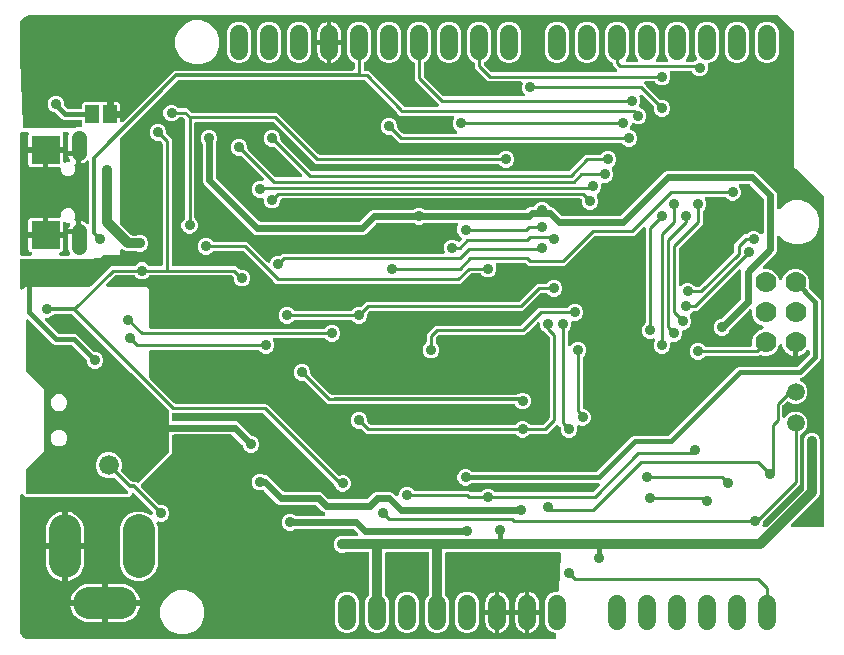
<source format=gbr>
G04 EAGLE Gerber RS-274X export*
G75*
%MOMM*%
%FSLAX34Y34*%
%LPD*%
%INBottom Copper*%
%IPPOS*%
%AMOC8*
5,1,8,0,0,1.08239X$1,22.5*%
G01*
%ADD10C,1.778000*%
%ADD11C,1.500000*%
%ADD12R,2.413000X2.413000*%
%ADD13C,1.308000*%
%ADD14R,1.168400X1.600200*%
%ADD15C,1.676400*%
%ADD16C,1.500000*%
%ADD17C,2.700000*%
%ADD18C,0.906400*%
%ADD19C,0.609600*%
%ADD20C,0.406400*%
%ADD21C,0.304800*%
%ADD22C,0.254000*%
%ADD23C,0.812800*%

G36*
X455167Y2559D02*
X455167Y2559D01*
X455327Y2575D01*
X455340Y2579D01*
X455354Y2581D01*
X455505Y2635D01*
X455657Y2686D01*
X455669Y2693D01*
X455682Y2698D01*
X455817Y2786D01*
X455953Y2870D01*
X455963Y2879D01*
X455975Y2887D01*
X456087Y3003D01*
X456200Y3116D01*
X456207Y3128D01*
X456217Y3138D01*
X456299Y3275D01*
X456384Y3412D01*
X456389Y3425D01*
X456396Y3437D01*
X456444Y3589D01*
X456496Y3741D01*
X456499Y3758D01*
X456502Y3769D01*
X456505Y3806D01*
X456529Y3984D01*
X456648Y6256D01*
X456644Y6322D01*
X456650Y6388D01*
X456633Y6495D01*
X456627Y6604D01*
X456608Y6667D01*
X456598Y6733D01*
X456558Y6834D01*
X456527Y6938D01*
X456494Y6995D01*
X456469Y7057D01*
X456407Y7146D01*
X456353Y7240D01*
X456308Y7289D01*
X456270Y7343D01*
X456190Y7415D01*
X456116Y7495D01*
X456061Y7532D01*
X456011Y7576D01*
X455916Y7629D01*
X455826Y7689D01*
X455764Y7713D01*
X455706Y7745D01*
X455602Y7774D01*
X455500Y7813D01*
X455435Y7822D01*
X455371Y7840D01*
X455221Y7852D01*
X451512Y9388D01*
X448688Y12212D01*
X447159Y15903D01*
X447159Y34897D01*
X448688Y38588D01*
X451512Y41412D01*
X455203Y42941D01*
X457134Y42941D01*
X457293Y42959D01*
X457453Y42975D01*
X457466Y42979D01*
X457480Y42981D01*
X457631Y43035D01*
X457783Y43086D01*
X457795Y43093D01*
X457808Y43098D01*
X457943Y43185D01*
X458079Y43270D01*
X458089Y43279D01*
X458101Y43287D01*
X458213Y43403D01*
X458326Y43516D01*
X458333Y43528D01*
X458343Y43538D01*
X458426Y43675D01*
X458510Y43812D01*
X458515Y43825D01*
X458522Y43837D01*
X458571Y43990D01*
X458623Y44142D01*
X458625Y44158D01*
X458628Y44169D01*
X458631Y44206D01*
X458655Y44384D01*
X460264Y74952D01*
X460260Y75018D01*
X460265Y75084D01*
X460249Y75191D01*
X460242Y75300D01*
X460223Y75363D01*
X460213Y75429D01*
X460173Y75530D01*
X460142Y75634D01*
X460109Y75691D01*
X460085Y75753D01*
X460023Y75842D01*
X459969Y75936D01*
X459923Y75985D01*
X459886Y76039D01*
X459805Y76111D01*
X459731Y76191D01*
X459676Y76228D01*
X459627Y76272D01*
X459532Y76325D01*
X459442Y76385D01*
X459380Y76409D01*
X459322Y76441D01*
X459217Y76470D01*
X459116Y76509D01*
X459050Y76518D01*
X458987Y76536D01*
X458808Y76550D01*
X458771Y76555D01*
X458759Y76554D01*
X458743Y76555D01*
X363728Y76555D01*
X363702Y76552D01*
X363676Y76554D01*
X363529Y76532D01*
X363382Y76515D01*
X363357Y76507D01*
X363331Y76503D01*
X363193Y76448D01*
X363054Y76398D01*
X363032Y76384D01*
X363007Y76374D01*
X362886Y76289D01*
X362761Y76209D01*
X362743Y76190D01*
X362721Y76175D01*
X362622Y76065D01*
X362519Y75958D01*
X362505Y75936D01*
X362488Y75916D01*
X362416Y75786D01*
X362340Y75659D01*
X362332Y75634D01*
X362319Y75611D01*
X362279Y75468D01*
X362234Y75327D01*
X362232Y75301D01*
X362224Y75276D01*
X362205Y75032D01*
X362205Y41126D01*
X362219Y41000D01*
X362226Y40874D01*
X362239Y40828D01*
X362245Y40780D01*
X362287Y40661D01*
X362322Y40539D01*
X362346Y40497D01*
X362362Y40452D01*
X362431Y40345D01*
X362492Y40235D01*
X362532Y40189D01*
X362551Y40159D01*
X362586Y40125D01*
X362651Y40049D01*
X364112Y38588D01*
X365641Y34897D01*
X365641Y15903D01*
X364112Y12212D01*
X361288Y9388D01*
X357597Y7859D01*
X353603Y7859D01*
X349912Y9388D01*
X347088Y12212D01*
X345559Y15903D01*
X345559Y34897D01*
X347088Y38588D01*
X348549Y40049D01*
X348628Y40148D01*
X348712Y40242D01*
X348736Y40284D01*
X348766Y40322D01*
X348820Y40436D01*
X348881Y40547D01*
X348894Y40593D01*
X348915Y40637D01*
X348941Y40760D01*
X348976Y40882D01*
X348981Y40943D01*
X348988Y40978D01*
X348987Y41026D01*
X348995Y41126D01*
X348995Y75032D01*
X348992Y75058D01*
X348994Y75084D01*
X348972Y75231D01*
X348955Y75378D01*
X348947Y75403D01*
X348943Y75429D01*
X348888Y75567D01*
X348838Y75706D01*
X348824Y75728D01*
X348814Y75753D01*
X348729Y75874D01*
X348649Y75999D01*
X348630Y76017D01*
X348615Y76039D01*
X348505Y76138D01*
X348398Y76241D01*
X348376Y76255D01*
X348356Y76272D01*
X348226Y76344D01*
X348099Y76420D01*
X348074Y76428D01*
X348051Y76441D01*
X347908Y76481D01*
X347767Y76526D01*
X347741Y76528D01*
X347716Y76536D01*
X347472Y76555D01*
X312928Y76555D01*
X312902Y76552D01*
X312876Y76554D01*
X312729Y76532D01*
X312582Y76515D01*
X312557Y76507D01*
X312531Y76503D01*
X312393Y76448D01*
X312254Y76398D01*
X312232Y76384D01*
X312207Y76374D01*
X312086Y76289D01*
X311961Y76209D01*
X311943Y76190D01*
X311921Y76175D01*
X311822Y76065D01*
X311719Y75958D01*
X311705Y75936D01*
X311688Y75916D01*
X311616Y75786D01*
X311540Y75659D01*
X311532Y75634D01*
X311519Y75611D01*
X311479Y75468D01*
X311434Y75327D01*
X311432Y75301D01*
X311424Y75276D01*
X311405Y75032D01*
X311405Y41126D01*
X311419Y41000D01*
X311426Y40874D01*
X311439Y40828D01*
X311445Y40780D01*
X311487Y40661D01*
X311522Y40539D01*
X311546Y40497D01*
X311562Y40452D01*
X311631Y40345D01*
X311692Y40235D01*
X311732Y40189D01*
X311751Y40159D01*
X311786Y40125D01*
X311851Y40049D01*
X313312Y38588D01*
X314841Y34897D01*
X314841Y15903D01*
X313312Y12212D01*
X310488Y9388D01*
X306797Y7859D01*
X302803Y7859D01*
X299112Y9388D01*
X296288Y12212D01*
X294759Y15903D01*
X294759Y34897D01*
X296288Y38588D01*
X297749Y40049D01*
X297828Y40148D01*
X297912Y40242D01*
X297936Y40284D01*
X297966Y40322D01*
X298020Y40436D01*
X298081Y40547D01*
X298094Y40593D01*
X298115Y40637D01*
X298141Y40760D01*
X298176Y40882D01*
X298181Y40943D01*
X298188Y40978D01*
X298187Y41026D01*
X298195Y41126D01*
X298195Y75032D01*
X298192Y75058D01*
X298194Y75084D01*
X298172Y75231D01*
X298155Y75378D01*
X298147Y75403D01*
X298143Y75429D01*
X298088Y75567D01*
X298038Y75706D01*
X298024Y75728D01*
X298014Y75753D01*
X297929Y75874D01*
X297849Y75999D01*
X297830Y76017D01*
X297815Y76039D01*
X297705Y76138D01*
X297598Y76241D01*
X297576Y76255D01*
X297556Y76272D01*
X297426Y76344D01*
X297299Y76420D01*
X297274Y76428D01*
X297251Y76441D01*
X297108Y76481D01*
X296967Y76526D01*
X296941Y76528D01*
X296916Y76536D01*
X296672Y76555D01*
X277820Y76555D01*
X277818Y76555D01*
X277816Y76555D01*
X277645Y76535D01*
X277473Y76515D01*
X277472Y76515D01*
X277470Y76514D01*
X277237Y76439D01*
X276387Y76087D01*
X273573Y76087D01*
X270974Y77164D01*
X268984Y79154D01*
X267907Y81753D01*
X267907Y84567D01*
X268984Y87166D01*
X270974Y89156D01*
X273573Y90233D01*
X276387Y90233D01*
X277237Y89881D01*
X277239Y89880D01*
X277241Y89879D01*
X277402Y89833D01*
X277572Y89785D01*
X277574Y89785D01*
X277576Y89784D01*
X277820Y89765D01*
X287274Y89765D01*
X287374Y89776D01*
X287474Y89778D01*
X287547Y89796D01*
X287620Y89805D01*
X287715Y89838D01*
X287812Y89863D01*
X287878Y89897D01*
X287948Y89922D01*
X288033Y89977D01*
X288122Y90023D01*
X288179Y90071D01*
X288241Y90111D01*
X288311Y90183D01*
X288388Y90248D01*
X288432Y90308D01*
X288483Y90362D01*
X288535Y90448D01*
X288595Y90529D01*
X288624Y90597D01*
X288662Y90661D01*
X288693Y90757D01*
X288733Y90849D01*
X288746Y90922D01*
X288769Y90993D01*
X288777Y91093D01*
X288794Y91192D01*
X288791Y91266D01*
X288797Y91340D01*
X288782Y91440D01*
X288776Y91540D01*
X288756Y91611D01*
X288745Y91685D01*
X288708Y91778D01*
X288680Y91875D01*
X288644Y91940D01*
X288616Y92009D01*
X288559Y92091D01*
X288510Y92179D01*
X288445Y92255D01*
X288417Y92295D01*
X288391Y92319D01*
X288351Y92365D01*
X285151Y95565D01*
X285052Y95644D01*
X284958Y95728D01*
X284916Y95752D01*
X284878Y95782D01*
X284764Y95836D01*
X284653Y95897D01*
X284607Y95910D01*
X284563Y95931D01*
X284440Y95957D01*
X284318Y95992D01*
X284257Y95997D01*
X284222Y96004D01*
X284174Y96003D01*
X284074Y96011D01*
X236185Y96011D01*
X236059Y95997D01*
X235933Y95990D01*
X235886Y95977D01*
X235838Y95971D01*
X235719Y95929D01*
X235598Y95894D01*
X235556Y95870D01*
X235510Y95854D01*
X235404Y95785D01*
X235294Y95724D01*
X235247Y95684D01*
X235217Y95665D01*
X235184Y95630D01*
X235160Y95610D01*
X232547Y94527D01*
X229733Y94527D01*
X227134Y95604D01*
X225144Y97594D01*
X224067Y100193D01*
X224067Y103007D01*
X225144Y105606D01*
X227134Y107596D01*
X229733Y108673D01*
X232547Y108673D01*
X235168Y107587D01*
X235206Y107556D01*
X235300Y107472D01*
X235343Y107448D01*
X235380Y107418D01*
X235495Y107364D01*
X235605Y107303D01*
X235652Y107290D01*
X235695Y107269D01*
X235819Y107243D01*
X235941Y107208D01*
X236001Y107203D01*
X236036Y107196D01*
X236084Y107197D01*
X236185Y107189D01*
X259592Y107189D01*
X259642Y107194D01*
X259693Y107192D01*
X259815Y107214D01*
X259938Y107229D01*
X259986Y107246D01*
X260035Y107255D01*
X260150Y107304D01*
X260267Y107346D01*
X260309Y107373D01*
X260355Y107393D01*
X260455Y107468D01*
X260559Y107535D01*
X260594Y107571D01*
X260635Y107601D01*
X260715Y107696D01*
X260802Y107786D01*
X260827Y107829D01*
X260860Y107867D01*
X260917Y107978D01*
X260980Y108085D01*
X260996Y108133D01*
X261019Y108178D01*
X261049Y108298D01*
X261087Y108417D01*
X261091Y108467D01*
X261103Y108516D01*
X261105Y108640D01*
X261115Y108764D01*
X261107Y108814D01*
X261108Y108864D01*
X261081Y108986D01*
X261063Y109109D01*
X261044Y109156D01*
X261034Y109205D01*
X260980Y109317D01*
X260934Y109433D01*
X260905Y109474D01*
X260884Y109520D01*
X260806Y109617D01*
X260735Y109719D01*
X260698Y109753D01*
X260666Y109792D01*
X260569Y109869D01*
X260476Y109952D01*
X260432Y109977D01*
X260393Y110008D01*
X260175Y110119D01*
X258454Y110832D01*
X253401Y115885D01*
X253302Y115964D01*
X253208Y116048D01*
X253166Y116072D01*
X253128Y116102D01*
X253014Y116156D01*
X252903Y116217D01*
X252857Y116230D01*
X252813Y116251D01*
X252690Y116277D01*
X252568Y116312D01*
X252507Y116317D01*
X252472Y116324D01*
X252424Y116323D01*
X252324Y116331D01*
X222408Y116331D01*
X220354Y117182D01*
X218568Y118968D01*
X208978Y128558D01*
X208918Y128606D01*
X208865Y128660D01*
X208782Y128714D01*
X208705Y128775D01*
X208636Y128807D01*
X208572Y128849D01*
X208479Y128882D01*
X208390Y128924D01*
X208315Y128940D01*
X208243Y128965D01*
X208146Y128976D01*
X208049Y128997D01*
X207973Y128996D01*
X207897Y129004D01*
X207799Y128993D01*
X207701Y128991D01*
X207627Y128972D01*
X207551Y128963D01*
X207409Y128918D01*
X207363Y128906D01*
X207346Y128897D01*
X207318Y128888D01*
X207147Y128817D01*
X204333Y128817D01*
X201734Y129894D01*
X199744Y131884D01*
X198667Y134483D01*
X198667Y137297D01*
X199744Y139896D01*
X201734Y141886D01*
X204333Y142963D01*
X207147Y142963D01*
X209768Y141877D01*
X209806Y141846D01*
X209900Y141762D01*
X209943Y141738D01*
X209980Y141708D01*
X210095Y141654D01*
X210205Y141593D01*
X210252Y141580D01*
X210295Y141559D01*
X210419Y141533D01*
X210541Y141498D01*
X210601Y141493D01*
X210636Y141486D01*
X210644Y141486D01*
X212716Y140628D01*
X225389Y127955D01*
X225488Y127876D01*
X225582Y127792D01*
X225624Y127768D01*
X225662Y127738D01*
X225776Y127684D01*
X225887Y127623D01*
X225933Y127610D01*
X225977Y127589D01*
X226100Y127563D01*
X226222Y127528D01*
X226283Y127523D01*
X226318Y127516D01*
X226366Y127517D01*
X226466Y127509D01*
X256382Y127509D01*
X258436Y126658D01*
X263489Y121605D01*
X263588Y121526D01*
X263682Y121442D01*
X263724Y121418D01*
X263762Y121388D01*
X263876Y121334D01*
X263987Y121273D01*
X264033Y121260D01*
X264077Y121239D01*
X264200Y121213D01*
X264322Y121178D01*
X264383Y121173D01*
X264418Y121166D01*
X264466Y121167D01*
X264566Y121159D01*
X295504Y121159D01*
X295630Y121173D01*
X295756Y121180D01*
X295802Y121193D01*
X295850Y121199D01*
X295969Y121241D01*
X296091Y121276D01*
X296133Y121300D01*
X296178Y121316D01*
X296285Y121385D01*
X296395Y121446D01*
X296441Y121486D01*
X296471Y121505D01*
X296505Y121540D01*
X296581Y121605D01*
X301634Y126658D01*
X303688Y127509D01*
X316072Y127509D01*
X318126Y126658D01*
X319912Y124872D01*
X319912Y124871D01*
X320527Y124257D01*
X320605Y124194D01*
X320678Y124125D01*
X320742Y124086D01*
X320800Y124040D01*
X320891Y123997D01*
X320977Y123946D01*
X321048Y123923D01*
X321115Y123891D01*
X321213Y123870D01*
X321309Y123839D01*
X321383Y123833D01*
X321456Y123818D01*
X321556Y123820D01*
X321656Y123811D01*
X321730Y123823D01*
X321804Y123824D01*
X321901Y123848D01*
X322001Y123863D01*
X322070Y123891D01*
X322142Y123909D01*
X322232Y123955D01*
X322325Y123992D01*
X322386Y124034D01*
X322452Y124068D01*
X322529Y124134D01*
X322611Y124191D01*
X322661Y124246D01*
X322717Y124294D01*
X322777Y124375D01*
X322844Y124450D01*
X322880Y124515D01*
X322925Y124575D01*
X322964Y124667D01*
X323013Y124755D01*
X323033Y124826D01*
X323063Y124895D01*
X323080Y124993D01*
X323108Y125090D01*
X323116Y125190D01*
X323124Y125238D01*
X323122Y125273D01*
X323127Y125334D01*
X323127Y125867D01*
X324204Y128466D01*
X326194Y130456D01*
X328793Y131533D01*
X331607Y131533D01*
X334206Y130456D01*
X335945Y128717D01*
X336044Y128638D01*
X336138Y128554D01*
X336181Y128530D01*
X336218Y128500D01*
X336333Y128446D01*
X336443Y128385D01*
X336490Y128372D01*
X336534Y128351D01*
X336657Y128325D01*
X336779Y128290D01*
X336840Y128285D01*
X336874Y128278D01*
X336922Y128279D01*
X337023Y128271D01*
X382578Y128271D01*
X383402Y127447D01*
X383501Y127368D01*
X383595Y127284D01*
X383638Y127260D01*
X383675Y127230D01*
X383790Y127176D01*
X383900Y127115D01*
X383947Y127102D01*
X383990Y127081D01*
X384114Y127055D01*
X384236Y127020D01*
X384296Y127015D01*
X384331Y127008D01*
X384379Y127009D01*
X384479Y127001D01*
X391957Y127001D01*
X392083Y127015D01*
X392209Y127022D01*
X392256Y127035D01*
X392304Y127041D01*
X392423Y127083D01*
X392544Y127118D01*
X392586Y127142D01*
X392632Y127158D01*
X392738Y127227D01*
X392848Y127288D01*
X392895Y127328D01*
X392925Y127347D01*
X392958Y127382D01*
X393035Y127447D01*
X394774Y129186D01*
X397373Y130263D01*
X400187Y130263D01*
X402786Y129186D01*
X404525Y127447D01*
X404624Y127368D01*
X404718Y127284D01*
X404761Y127260D01*
X404798Y127230D01*
X404913Y127176D01*
X405023Y127115D01*
X405070Y127102D01*
X405114Y127081D01*
X405237Y127055D01*
X405359Y127020D01*
X405419Y127015D01*
X405454Y127008D01*
X405502Y127009D01*
X405603Y127001D01*
X486741Y127001D01*
X486866Y127015D01*
X486992Y127022D01*
X487039Y127035D01*
X487087Y127041D01*
X487206Y127083D01*
X487327Y127118D01*
X487369Y127142D01*
X487415Y127158D01*
X487521Y127227D01*
X487631Y127288D01*
X487678Y127328D01*
X487708Y127347D01*
X487741Y127382D01*
X487818Y127447D01*
X492898Y132527D01*
X492960Y132605D01*
X493030Y132678D01*
X493068Y132742D01*
X493114Y132800D01*
X493157Y132891D01*
X493209Y132977D01*
X493231Y133048D01*
X493263Y133115D01*
X493284Y133213D01*
X493315Y133309D01*
X493321Y133383D01*
X493337Y133456D01*
X493335Y133556D01*
X493343Y133656D01*
X493332Y133730D01*
X493331Y133804D01*
X493306Y133901D01*
X493291Y134001D01*
X493264Y134070D01*
X493246Y134142D01*
X493200Y134232D01*
X493163Y134325D01*
X493120Y134386D01*
X493086Y134452D01*
X493021Y134529D01*
X492964Y134611D01*
X492908Y134661D01*
X492860Y134717D01*
X492779Y134777D01*
X492705Y134844D01*
X492640Y134880D01*
X492580Y134925D01*
X492488Y134964D01*
X492400Y135013D01*
X492328Y135033D01*
X492260Y135063D01*
X492161Y135080D01*
X492064Y135108D01*
X491964Y135116D01*
X491917Y135124D01*
X491881Y135122D01*
X491821Y135127D01*
X385791Y135127D01*
X385665Y135113D01*
X385539Y135106D01*
X385492Y135093D01*
X385444Y135087D01*
X385325Y135045D01*
X385204Y135010D01*
X385162Y134986D01*
X385116Y134970D01*
X385010Y134901D01*
X384900Y134840D01*
X384853Y134800D01*
X384823Y134781D01*
X384790Y134746D01*
X384713Y134681D01*
X383736Y133704D01*
X381137Y132627D01*
X378323Y132627D01*
X375724Y133704D01*
X373734Y135694D01*
X372657Y138293D01*
X372657Y141107D01*
X373734Y143706D01*
X375724Y145696D01*
X378323Y146773D01*
X381137Y146773D01*
X383736Y145696D01*
X384713Y144719D01*
X384812Y144640D01*
X384906Y144556D01*
X384949Y144532D01*
X384986Y144502D01*
X385101Y144448D01*
X385211Y144387D01*
X385258Y144374D01*
X385302Y144353D01*
X385425Y144327D01*
X385547Y144292D01*
X385608Y144287D01*
X385642Y144280D01*
X385690Y144281D01*
X385791Y144273D01*
X490235Y144273D01*
X490361Y144287D01*
X490487Y144294D01*
X490533Y144307D01*
X490581Y144313D01*
X490700Y144355D01*
X490822Y144390D01*
X490864Y144414D01*
X490909Y144430D01*
X491016Y144499D01*
X491126Y144560D01*
X491172Y144600D01*
X491202Y144619D01*
X491236Y144654D01*
X491312Y144719D01*
X520650Y174057D01*
X522330Y174753D01*
X551195Y174753D01*
X551321Y174767D01*
X551447Y174774D01*
X551493Y174787D01*
X551541Y174793D01*
X551660Y174835D01*
X551782Y174870D01*
X551824Y174894D01*
X551869Y174910D01*
X551976Y174979D01*
X552086Y175040D01*
X552132Y175080D01*
X552162Y175099D01*
X552196Y175134D01*
X552272Y175199D01*
X609550Y232477D01*
X611230Y233173D01*
X660415Y233173D01*
X660541Y233187D01*
X660667Y233194D01*
X660713Y233207D01*
X660761Y233213D01*
X660880Y233255D01*
X661002Y233290D01*
X661044Y233314D01*
X661089Y233330D01*
X661196Y233399D01*
X661306Y233460D01*
X661352Y233500D01*
X661382Y233519D01*
X661416Y233554D01*
X661492Y233619D01*
X670621Y242748D01*
X670700Y242847D01*
X670784Y242941D01*
X670808Y242983D01*
X670838Y243021D01*
X670892Y243135D01*
X670953Y243246D01*
X670966Y243292D01*
X670987Y243336D01*
X671013Y243459D01*
X671048Y243581D01*
X671053Y243642D01*
X671060Y243677D01*
X671059Y243725D01*
X671067Y243825D01*
X671067Y246295D01*
X671066Y246307D01*
X671066Y246313D01*
X671062Y246341D01*
X671065Y246386D01*
X671042Y246513D01*
X671027Y246641D01*
X671012Y246684D01*
X671004Y246729D01*
X670953Y246848D01*
X670910Y246969D01*
X670885Y247008D01*
X670867Y247050D01*
X670791Y247154D01*
X670721Y247262D01*
X670688Y247294D01*
X670661Y247331D01*
X670563Y247415D01*
X670470Y247504D01*
X670431Y247528D01*
X670397Y247557D01*
X670282Y247617D01*
X670171Y247683D01*
X670128Y247697D01*
X670087Y247718D01*
X669962Y247750D01*
X669839Y247789D01*
X669794Y247793D01*
X669750Y247804D01*
X669620Y247807D01*
X669492Y247817D01*
X669447Y247811D01*
X669401Y247812D01*
X669275Y247785D01*
X669147Y247766D01*
X669105Y247749D01*
X669060Y247739D01*
X668943Y247685D01*
X668823Y247637D01*
X668786Y247611D01*
X668745Y247592D01*
X668643Y247512D01*
X668537Y247438D01*
X668507Y247404D01*
X668471Y247376D01*
X668312Y247190D01*
X667849Y246553D01*
X666577Y245281D01*
X665121Y244224D01*
X663518Y243407D01*
X661807Y242851D01*
X661379Y242783D01*
X661379Y253274D01*
X661376Y253300D01*
X661378Y253326D01*
X661356Y253473D01*
X661339Y253620D01*
X661331Y253645D01*
X661327Y253671D01*
X661272Y253808D01*
X661222Y253948D01*
X661208Y253970D01*
X661198Y253995D01*
X661113Y254116D01*
X661033Y254241D01*
X661014Y254259D01*
X660999Y254281D01*
X660889Y254380D01*
X660782Y254483D01*
X660760Y254497D01*
X660740Y254514D01*
X660610Y254586D01*
X660483Y254662D01*
X660458Y254670D01*
X660435Y254683D01*
X660292Y254723D01*
X660151Y254768D01*
X660125Y254770D01*
X660100Y254777D01*
X659856Y254797D01*
X658404Y254797D01*
X658378Y254794D01*
X658352Y254796D01*
X658205Y254774D01*
X658058Y254757D01*
X658033Y254748D01*
X658007Y254744D01*
X657869Y254690D01*
X657730Y254640D01*
X657708Y254625D01*
X657683Y254616D01*
X657562Y254531D01*
X657437Y254451D01*
X657419Y254432D01*
X657397Y254417D01*
X657298Y254307D01*
X657195Y254200D01*
X657181Y254177D01*
X657164Y254158D01*
X657092Y254028D01*
X657016Y253901D01*
X657008Y253876D01*
X656995Y253853D01*
X656955Y253710D01*
X656910Y253569D01*
X656907Y253543D01*
X656900Y253518D01*
X656881Y253274D01*
X656881Y242783D01*
X656453Y242851D01*
X654742Y243407D01*
X653139Y244224D01*
X651683Y245281D01*
X650411Y246553D01*
X649354Y248009D01*
X648537Y249612D01*
X647944Y251437D01*
X647942Y251441D01*
X647941Y251446D01*
X647876Y251586D01*
X647813Y251730D01*
X647804Y251742D01*
X647799Y251754D01*
X647796Y251757D01*
X647794Y251762D01*
X647699Y251884D01*
X647606Y252009D01*
X647594Y252019D01*
X647586Y252030D01*
X647583Y252032D01*
X647579Y252037D01*
X647459Y252134D01*
X647340Y252235D01*
X647326Y252242D01*
X647315Y252250D01*
X647312Y252252D01*
X647308Y252255D01*
X647167Y252323D01*
X647029Y252393D01*
X647014Y252397D01*
X647002Y252403D01*
X646999Y252404D01*
X646994Y252406D01*
X646841Y252440D01*
X646691Y252477D01*
X646675Y252478D01*
X646662Y252481D01*
X646659Y252481D01*
X646654Y252482D01*
X646498Y252480D01*
X646343Y252483D01*
X646327Y252479D01*
X646314Y252479D01*
X646311Y252478D01*
X646305Y252478D01*
X646154Y252441D01*
X646002Y252408D01*
X645988Y252401D01*
X645975Y252398D01*
X645972Y252397D01*
X645967Y252396D01*
X645828Y252325D01*
X645687Y252259D01*
X645675Y252248D01*
X645663Y252243D01*
X645661Y252241D01*
X645656Y252238D01*
X645536Y252138D01*
X645415Y252041D01*
X645405Y252029D01*
X645395Y252020D01*
X645393Y252018D01*
X645389Y252014D01*
X645296Y251890D01*
X645199Y251768D01*
X645191Y251751D01*
X645184Y251742D01*
X645183Y251739D01*
X645180Y251735D01*
X645162Y251696D01*
X645088Y251550D01*
X643420Y247525D01*
X640205Y244310D01*
X636004Y242569D01*
X631456Y242569D01*
X629732Y243283D01*
X629659Y243304D01*
X629589Y243335D01*
X629492Y243352D01*
X629397Y243379D01*
X629321Y243383D01*
X629246Y243396D01*
X629147Y243391D01*
X629049Y243396D01*
X628974Y243382D01*
X628898Y243378D01*
X628803Y243351D01*
X628706Y243333D01*
X628636Y243303D01*
X628563Y243282D01*
X628477Y243234D01*
X628387Y243195D01*
X628325Y243149D01*
X628259Y243112D01*
X628145Y243015D01*
X628107Y242987D01*
X628095Y242972D01*
X628072Y242953D01*
X627688Y242569D01*
X583403Y242569D01*
X583277Y242555D01*
X583151Y242548D01*
X583104Y242535D01*
X583056Y242529D01*
X582937Y242487D01*
X582816Y242452D01*
X582774Y242428D01*
X582728Y242412D01*
X582622Y242343D01*
X582512Y242282D01*
X582465Y242242D01*
X582435Y242223D01*
X582402Y242188D01*
X582325Y242123D01*
X580586Y240384D01*
X577987Y239307D01*
X575173Y239307D01*
X572574Y240384D01*
X570584Y242374D01*
X569507Y244973D01*
X569507Y247787D01*
X570584Y250386D01*
X572574Y252376D01*
X575173Y253453D01*
X577987Y253453D01*
X580586Y252376D01*
X582325Y250637D01*
X582424Y250558D01*
X582518Y250474D01*
X582561Y250450D01*
X582598Y250420D01*
X582713Y250366D01*
X582823Y250305D01*
X582870Y250292D01*
X582914Y250271D01*
X583037Y250245D01*
X583159Y250210D01*
X583220Y250205D01*
X583254Y250198D01*
X583302Y250199D01*
X583403Y250191D01*
X620776Y250191D01*
X620802Y250194D01*
X620828Y250192D01*
X620975Y250214D01*
X621122Y250231D01*
X621147Y250239D01*
X621173Y250243D01*
X621311Y250298D01*
X621450Y250348D01*
X621472Y250362D01*
X621497Y250372D01*
X621618Y250457D01*
X621743Y250537D01*
X621761Y250556D01*
X621783Y250571D01*
X621882Y250681D01*
X621985Y250788D01*
X621999Y250810D01*
X622016Y250830D01*
X622088Y250960D01*
X622164Y251087D01*
X622172Y251112D01*
X622185Y251135D01*
X622225Y251278D01*
X622270Y251419D01*
X622272Y251445D01*
X622280Y251470D01*
X622299Y251714D01*
X622299Y256274D01*
X624040Y260475D01*
X627255Y263690D01*
X631123Y265293D01*
X631211Y265342D01*
X631303Y265382D01*
X631363Y265426D01*
X631428Y265462D01*
X631502Y265529D01*
X631583Y265589D01*
X631631Y265646D01*
X631686Y265696D01*
X631743Y265779D01*
X631808Y265855D01*
X631842Y265922D01*
X631884Y265983D01*
X631921Y266076D01*
X631967Y266166D01*
X631985Y266238D01*
X632012Y266307D01*
X632026Y266406D01*
X632051Y266504D01*
X632052Y266578D01*
X632063Y266652D01*
X632054Y266752D01*
X632056Y266852D01*
X632040Y266925D01*
X632034Y266999D01*
X632003Y267095D01*
X631981Y267193D01*
X631950Y267260D01*
X631927Y267331D01*
X631875Y267417D01*
X631832Y267508D01*
X631785Y267566D01*
X631747Y267629D01*
X631677Y267701D01*
X631614Y267780D01*
X631556Y267826D01*
X631504Y267879D01*
X631420Y267934D01*
X631341Y267996D01*
X631251Y268042D01*
X631211Y268068D01*
X631177Y268080D01*
X631123Y268107D01*
X627255Y269710D01*
X624040Y272925D01*
X622299Y277126D01*
X622299Y280518D01*
X622288Y280618D01*
X622286Y280718D01*
X622268Y280790D01*
X622259Y280864D01*
X622226Y280959D01*
X622201Y281056D01*
X622167Y281122D01*
X622142Y281192D01*
X622087Y281277D01*
X622041Y281366D01*
X621993Y281423D01*
X621953Y281485D01*
X621881Y281555D01*
X621816Y281632D01*
X621756Y281676D01*
X621702Y281727D01*
X621616Y281779D01*
X621535Y281839D01*
X621467Y281868D01*
X621403Y281906D01*
X621307Y281937D01*
X621215Y281977D01*
X621142Y281990D01*
X621071Y282013D01*
X620971Y282021D01*
X620872Y282038D01*
X620798Y282035D01*
X620724Y282041D01*
X620624Y282026D01*
X620524Y282020D01*
X620453Y282000D01*
X620379Y281989D01*
X620286Y281952D01*
X620189Y281924D01*
X620124Y281888D01*
X620055Y281860D01*
X619973Y281803D01*
X619885Y281754D01*
X619809Y281689D01*
X619769Y281661D01*
X619745Y281635D01*
X619699Y281595D01*
X604419Y266315D01*
X604340Y266216D01*
X604256Y266122D01*
X604232Y266080D01*
X604202Y266042D01*
X604148Y265928D01*
X604087Y265817D01*
X604074Y265771D01*
X604053Y265727D01*
X604027Y265604D01*
X603992Y265482D01*
X603987Y265421D01*
X603980Y265386D01*
X603981Y265338D01*
X603978Y265306D01*
X602896Y262694D01*
X600906Y260704D01*
X598307Y259627D01*
X595493Y259627D01*
X592894Y260704D01*
X590904Y262694D01*
X589827Y265293D01*
X589827Y268107D01*
X590904Y270706D01*
X592894Y272696D01*
X595514Y273782D01*
X595564Y273787D01*
X595690Y273794D01*
X595736Y273807D01*
X595784Y273813D01*
X595903Y273855D01*
X596025Y273890D01*
X596067Y273914D01*
X596112Y273930D01*
X596219Y273999D01*
X596329Y274060D01*
X596375Y274100D01*
X596405Y274119D01*
X596439Y274154D01*
X596515Y274219D01*
X612455Y290159D01*
X612534Y290258D01*
X612618Y290352D01*
X612642Y290394D01*
X612672Y290432D01*
X612726Y290546D01*
X612787Y290657D01*
X612800Y290703D01*
X612821Y290747D01*
X612847Y290870D01*
X612882Y290992D01*
X612887Y291053D01*
X612894Y291088D01*
X612893Y291136D01*
X612901Y291236D01*
X612901Y314275D01*
X612890Y314374D01*
X612888Y314475D01*
X612870Y314547D01*
X612861Y314621D01*
X612828Y314715D01*
X612803Y314813D01*
X612769Y314879D01*
X612744Y314949D01*
X612689Y315033D01*
X612643Y315123D01*
X612595Y315179D01*
X612555Y315242D01*
X612483Y315312D01*
X612418Y315388D01*
X612358Y315432D01*
X612304Y315484D01*
X612218Y315535D01*
X612137Y315595D01*
X612069Y315625D01*
X612005Y315663D01*
X611909Y315693D01*
X611817Y315733D01*
X611744Y315746D01*
X611673Y315769D01*
X611573Y315777D01*
X611474Y315795D01*
X611400Y315791D01*
X611326Y315797D01*
X611226Y315782D01*
X611126Y315777D01*
X611055Y315756D01*
X610981Y315745D01*
X610888Y315708D01*
X610791Y315680D01*
X610726Y315644D01*
X610657Y315617D01*
X610575Y315559D01*
X610487Y315510D01*
X610411Y315445D01*
X610371Y315418D01*
X610347Y315391D01*
X610301Y315352D01*
X575618Y280669D01*
X573243Y280669D01*
X573117Y280655D01*
X572991Y280648D01*
X572944Y280635D01*
X572896Y280629D01*
X572777Y280587D01*
X572656Y280552D01*
X572614Y280528D01*
X572568Y280512D01*
X572462Y280443D01*
X572352Y280382D01*
X572305Y280342D01*
X572275Y280323D01*
X572242Y280288D01*
X572165Y280223D01*
X570426Y278484D01*
X570236Y278405D01*
X570104Y278332D01*
X569971Y278263D01*
X569952Y278248D01*
X569931Y278236D01*
X569820Y278135D01*
X569705Y278037D01*
X569691Y278018D01*
X569673Y278002D01*
X569588Y277878D01*
X569498Y277757D01*
X569489Y277735D01*
X569475Y277715D01*
X569420Y277575D01*
X569360Y277437D01*
X569356Y277413D01*
X569347Y277391D01*
X569325Y277242D01*
X569299Y277094D01*
X569300Y277070D01*
X569296Y277046D01*
X569309Y276896D01*
X569316Y276746D01*
X569323Y276723D01*
X569325Y276699D01*
X569371Y276556D01*
X569413Y276411D01*
X569425Y276390D01*
X569432Y276367D01*
X569510Y276238D01*
X569583Y276107D01*
X569602Y276085D01*
X569612Y276068D01*
X569645Y276035D01*
X569742Y275921D01*
X569876Y275786D01*
X570953Y273187D01*
X570953Y270373D01*
X569876Y267774D01*
X567886Y265784D01*
X565287Y264707D01*
X564856Y264707D01*
X564830Y264704D01*
X564804Y264706D01*
X564657Y264684D01*
X564510Y264667D01*
X564485Y264659D01*
X564459Y264655D01*
X564321Y264600D01*
X564182Y264550D01*
X564160Y264536D01*
X564135Y264526D01*
X564014Y264441D01*
X563889Y264361D01*
X563871Y264342D01*
X563849Y264327D01*
X563750Y264217D01*
X563647Y264110D01*
X563633Y264088D01*
X563616Y264068D01*
X563544Y263938D01*
X563468Y263811D01*
X563460Y263786D01*
X563447Y263763D01*
X563407Y263620D01*
X563362Y263479D01*
X563360Y263453D01*
X563352Y263428D01*
X563333Y263184D01*
X563333Y260213D01*
X562256Y257614D01*
X560266Y255624D01*
X557667Y254547D01*
X554696Y254547D01*
X554670Y254544D01*
X554644Y254546D01*
X554497Y254524D01*
X554350Y254507D01*
X554325Y254499D01*
X554299Y254495D01*
X554161Y254440D01*
X554022Y254390D01*
X554000Y254376D01*
X553975Y254366D01*
X553854Y254281D01*
X553729Y254201D01*
X553711Y254182D01*
X553689Y254167D01*
X553590Y254057D01*
X553487Y253950D01*
X553473Y253928D01*
X553456Y253908D01*
X553384Y253778D01*
X553308Y253651D01*
X553300Y253626D01*
X553287Y253603D01*
X553247Y253460D01*
X553202Y253319D01*
X553200Y253293D01*
X553192Y253268D01*
X553173Y253024D01*
X553173Y250053D01*
X552096Y247454D01*
X550106Y245464D01*
X547507Y244387D01*
X544693Y244387D01*
X542094Y245464D01*
X540104Y247454D01*
X539027Y250053D01*
X539027Y252867D01*
X540078Y255404D01*
X540106Y255501D01*
X540143Y255594D01*
X540153Y255668D01*
X540174Y255739D01*
X540179Y255839D01*
X540193Y255939D01*
X540187Y256013D01*
X540191Y256087D01*
X540173Y256186D01*
X540164Y256286D01*
X540142Y256357D01*
X540128Y256430D01*
X540088Y256522D01*
X540057Y256618D01*
X540019Y256682D01*
X539989Y256750D01*
X539930Y256830D01*
X539878Y256916D01*
X539826Y256970D01*
X539782Y257029D01*
X539705Y257094D01*
X539635Y257166D01*
X539572Y257207D01*
X539516Y257255D01*
X539426Y257300D01*
X539342Y257355D01*
X539271Y257380D01*
X539205Y257413D01*
X539108Y257438D01*
X539013Y257471D01*
X538939Y257480D01*
X538867Y257498D01*
X538767Y257499D01*
X538667Y257510D01*
X538593Y257502D01*
X538519Y257503D01*
X538420Y257481D01*
X538321Y257469D01*
X538225Y257439D01*
X538178Y257428D01*
X538146Y257413D01*
X538088Y257394D01*
X537347Y257087D01*
X534533Y257087D01*
X531934Y258164D01*
X529944Y260154D01*
X528867Y262753D01*
X528867Y265567D01*
X529944Y268166D01*
X531683Y269905D01*
X531762Y270004D01*
X531846Y270098D01*
X531870Y270141D01*
X531900Y270178D01*
X531954Y270293D01*
X532015Y270403D01*
X532028Y270450D01*
X532049Y270494D01*
X532075Y270617D01*
X532110Y270739D01*
X532115Y270800D01*
X532122Y270834D01*
X532121Y270882D01*
X532129Y270983D01*
X532129Y350343D01*
X532118Y350442D01*
X532116Y350543D01*
X532098Y350615D01*
X532089Y350689D01*
X532056Y350783D01*
X532031Y350881D01*
X531997Y350947D01*
X531972Y351017D01*
X531917Y351101D01*
X531871Y351191D01*
X531823Y351247D01*
X531783Y351310D01*
X531711Y351380D01*
X531646Y351456D01*
X531586Y351500D01*
X531532Y351552D01*
X531446Y351603D01*
X531365Y351663D01*
X531297Y351693D01*
X531233Y351731D01*
X531137Y351761D01*
X531045Y351801D01*
X530972Y351814D01*
X530901Y351837D01*
X530801Y351845D01*
X530702Y351863D01*
X530628Y351859D01*
X530554Y351865D01*
X530454Y351850D01*
X530354Y351845D01*
X530283Y351824D01*
X530209Y351813D01*
X530116Y351776D01*
X530019Y351748D01*
X529954Y351712D01*
X529885Y351685D01*
X529803Y351627D01*
X529715Y351578D01*
X529639Y351513D01*
X529599Y351486D01*
X529575Y351459D01*
X529529Y351420D01*
X524957Y346848D01*
X522278Y344169D01*
X489889Y344169D01*
X489764Y344155D01*
X489638Y344148D01*
X489591Y344135D01*
X489543Y344129D01*
X489424Y344087D01*
X489303Y344052D01*
X489261Y344028D01*
X489215Y344012D01*
X489109Y343943D01*
X488999Y343882D01*
X488952Y343842D01*
X488922Y343823D01*
X488889Y343788D01*
X488812Y343723D01*
X463858Y318769D01*
X432762Y318769D01*
X430668Y320863D01*
X430569Y320942D01*
X430475Y321026D01*
X430432Y321050D01*
X430395Y321080D01*
X430280Y321134D01*
X430170Y321195D01*
X430123Y321208D01*
X430080Y321229D01*
X429956Y321255D01*
X429834Y321290D01*
X429774Y321295D01*
X429739Y321302D01*
X429691Y321301D01*
X429591Y321309D01*
X406611Y321309D01*
X406462Y321292D01*
X406312Y321280D01*
X406289Y321272D01*
X406265Y321269D01*
X406124Y321219D01*
X405980Y321173D01*
X405960Y321160D01*
X405937Y321152D01*
X405810Y321070D01*
X405682Y320993D01*
X405665Y320976D01*
X405644Y320963D01*
X405540Y320855D01*
X405432Y320750D01*
X405419Y320730D01*
X405402Y320712D01*
X405325Y320583D01*
X405244Y320457D01*
X405235Y320434D01*
X405223Y320413D01*
X405177Y320270D01*
X405127Y320128D01*
X405124Y320104D01*
X405117Y320081D01*
X405105Y319932D01*
X405088Y319782D01*
X405091Y319758D01*
X405089Y319734D01*
X405111Y319585D01*
X405129Y319436D01*
X405138Y319408D01*
X405141Y319389D01*
X405158Y319345D01*
X405204Y319203D01*
X405853Y317637D01*
X405853Y314823D01*
X404776Y312224D01*
X402786Y310234D01*
X400187Y309157D01*
X397373Y309157D01*
X394774Y310234D01*
X393035Y311973D01*
X392936Y312052D01*
X392842Y312136D01*
X392799Y312160D01*
X392762Y312190D01*
X392647Y312244D01*
X392537Y312305D01*
X392490Y312318D01*
X392446Y312339D01*
X392323Y312365D01*
X392201Y312400D01*
X392140Y312405D01*
X392106Y312412D01*
X392058Y312411D01*
X391957Y312419D01*
X384479Y312419D01*
X384354Y312405D01*
X384228Y312398D01*
X384181Y312385D01*
X384133Y312379D01*
X384014Y312337D01*
X383893Y312302D01*
X383851Y312278D01*
X383805Y312262D01*
X383699Y312193D01*
X383589Y312132D01*
X383542Y312092D01*
X383512Y312073D01*
X383479Y312038D01*
X383402Y311973D01*
X374958Y303529D01*
X219402Y303529D01*
X216723Y306207D01*
X216723Y306208D01*
X191908Y331023D01*
X191809Y331102D01*
X191715Y331186D01*
X191673Y331210D01*
X191635Y331240D01*
X191521Y331294D01*
X191410Y331355D01*
X191363Y331368D01*
X191320Y331389D01*
X191196Y331415D01*
X191074Y331450D01*
X191014Y331455D01*
X190979Y331462D01*
X190931Y331461D01*
X190831Y331469D01*
X166843Y331469D01*
X166717Y331455D01*
X166591Y331448D01*
X166544Y331435D01*
X166496Y331429D01*
X166377Y331387D01*
X166256Y331352D01*
X166214Y331328D01*
X166168Y331312D01*
X166062Y331243D01*
X165952Y331182D01*
X165905Y331142D01*
X165875Y331123D01*
X165842Y331088D01*
X165765Y331023D01*
X164026Y329284D01*
X161427Y328207D01*
X158613Y328207D01*
X156014Y329284D01*
X154024Y331274D01*
X152947Y333873D01*
X152947Y336687D01*
X154024Y339286D01*
X156014Y341276D01*
X158613Y342353D01*
X161427Y342353D01*
X164026Y341276D01*
X165765Y339537D01*
X165864Y339458D01*
X165958Y339374D01*
X166001Y339350D01*
X166038Y339320D01*
X166153Y339266D01*
X166263Y339205D01*
X166310Y339192D01*
X166354Y339171D01*
X166477Y339145D01*
X166599Y339110D01*
X166659Y339105D01*
X166694Y339098D01*
X166742Y339099D01*
X166843Y339091D01*
X194618Y339091D01*
X197297Y336413D01*
X197297Y336412D01*
X211813Y321896D01*
X211931Y321802D01*
X212046Y321705D01*
X212068Y321694D01*
X212086Y321679D01*
X212223Y321615D01*
X212356Y321546D01*
X212380Y321541D01*
X212402Y321530D01*
X212549Y321498D01*
X212694Y321462D01*
X212719Y321462D01*
X212742Y321457D01*
X212892Y321459D01*
X213043Y321457D01*
X213067Y321462D01*
X213091Y321463D01*
X213236Y321499D01*
X213383Y321531D01*
X213405Y321542D01*
X213429Y321548D01*
X213563Y321617D01*
X213698Y321681D01*
X213717Y321696D01*
X213739Y321707D01*
X213853Y321805D01*
X213971Y321899D01*
X213986Y321918D01*
X214004Y321933D01*
X214093Y322054D01*
X214186Y322172D01*
X214200Y322198D01*
X214211Y322214D01*
X214230Y322257D01*
X214298Y322390D01*
X214984Y324046D01*
X216974Y326036D01*
X219573Y327113D01*
X222033Y327113D01*
X222158Y327127D01*
X222284Y327134D01*
X222331Y327147D01*
X222379Y327153D01*
X222498Y327195D01*
X222619Y327230D01*
X222661Y327254D01*
X222707Y327270D01*
X222813Y327339D01*
X222923Y327400D01*
X222970Y327440D01*
X223000Y327459D01*
X223033Y327494D01*
X223110Y327559D01*
X224482Y328931D01*
X360469Y328931D01*
X360618Y328948D01*
X360768Y328960D01*
X360791Y328968D01*
X360815Y328971D01*
X360956Y329021D01*
X361100Y329067D01*
X361120Y329080D01*
X361143Y329088D01*
X361270Y329170D01*
X361398Y329247D01*
X361415Y329264D01*
X361436Y329277D01*
X361540Y329385D01*
X361648Y329490D01*
X361661Y329510D01*
X361678Y329528D01*
X361755Y329657D01*
X361836Y329783D01*
X361845Y329806D01*
X361857Y329827D01*
X361903Y329970D01*
X361953Y330112D01*
X361956Y330136D01*
X361963Y330159D01*
X361975Y330308D01*
X361992Y330458D01*
X361989Y330482D01*
X361991Y330506D01*
X361969Y330655D01*
X361951Y330804D01*
X361942Y330832D01*
X361939Y330851D01*
X361922Y330895D01*
X361876Y331037D01*
X361227Y332603D01*
X361227Y335417D01*
X362304Y338016D01*
X364294Y340006D01*
X366893Y341083D01*
X369707Y341083D01*
X372306Y340006D01*
X372704Y339608D01*
X372725Y339592D01*
X372742Y339572D01*
X372833Y339504D01*
X372880Y339462D01*
X372907Y339447D01*
X372977Y339391D01*
X373001Y339380D01*
X373022Y339364D01*
X373158Y339306D01*
X373293Y339242D01*
X373318Y339237D01*
X373342Y339226D01*
X373488Y339200D01*
X373633Y339169D01*
X373659Y339169D01*
X373685Y339165D01*
X373834Y339172D01*
X373982Y339175D01*
X374007Y339181D01*
X374033Y339183D01*
X374176Y339224D01*
X374320Y339260D01*
X374343Y339272D01*
X374368Y339279D01*
X374466Y339334D01*
X374473Y339336D01*
X374491Y339348D01*
X374498Y339352D01*
X374630Y339420D01*
X374650Y339437D01*
X374672Y339449D01*
X374749Y339514D01*
X374766Y339525D01*
X374785Y339546D01*
X374859Y339608D01*
X376078Y340827D01*
X376172Y340945D01*
X376269Y341060D01*
X376280Y341082D01*
X376295Y341100D01*
X376359Y341236D01*
X376428Y341370D01*
X376434Y341394D01*
X376444Y341416D01*
X376475Y341562D01*
X376512Y341709D01*
X376512Y341733D01*
X376517Y341756D01*
X376515Y341907D01*
X376517Y342057D01*
X376512Y342081D01*
X376511Y342105D01*
X376475Y342250D01*
X376442Y342398D01*
X376432Y342419D01*
X376426Y342443D01*
X376357Y342577D01*
X376293Y342712D01*
X376278Y342731D01*
X376267Y342753D01*
X376169Y342867D01*
X376075Y342985D01*
X376056Y343000D01*
X376041Y343018D01*
X375920Y343107D01*
X375802Y343201D01*
X375776Y343214D01*
X375760Y343225D01*
X375747Y343231D01*
X373734Y345244D01*
X372657Y347843D01*
X372657Y350657D01*
X373622Y352985D01*
X373663Y353130D01*
X373709Y353273D01*
X373711Y353297D01*
X373717Y353320D01*
X373725Y353471D01*
X373737Y353620D01*
X373733Y353644D01*
X373734Y353668D01*
X373707Y353816D01*
X373685Y353965D01*
X373676Y353987D01*
X373672Y354011D01*
X373612Y354149D01*
X373556Y354289D01*
X373542Y354309D01*
X373533Y354331D01*
X373443Y354452D01*
X373357Y354575D01*
X373339Y354591D01*
X373325Y354611D01*
X373210Y354708D01*
X373099Y354808D01*
X373077Y354820D01*
X373059Y354836D01*
X372925Y354904D01*
X372794Y354977D01*
X372770Y354983D01*
X372749Y354994D01*
X372603Y355031D01*
X372458Y355072D01*
X372429Y355074D01*
X372411Y355079D01*
X372363Y355079D01*
X372214Y355091D01*
X345405Y355091D01*
X345279Y355077D01*
X345153Y355070D01*
X345106Y355057D01*
X345058Y355051D01*
X344939Y355009D01*
X344818Y354974D01*
X344776Y354950D01*
X344730Y354934D01*
X344624Y354865D01*
X344514Y354804D01*
X344467Y354764D01*
X344437Y354745D01*
X344404Y354710D01*
X344380Y354690D01*
X341767Y353607D01*
X338953Y353607D01*
X336332Y354693D01*
X336294Y354724D01*
X336200Y354808D01*
X336157Y354832D01*
X336120Y354862D01*
X336005Y354916D01*
X335895Y354977D01*
X335848Y354990D01*
X335804Y355011D01*
X335681Y355037D01*
X335559Y355072D01*
X335498Y355077D01*
X335464Y355084D01*
X335416Y355083D01*
X335315Y355091D01*
X305206Y355091D01*
X305080Y355077D01*
X304954Y355070D01*
X304908Y355057D01*
X304860Y355051D01*
X304741Y355009D01*
X304619Y354974D01*
X304577Y354950D01*
X304532Y354934D01*
X304425Y354865D01*
X304315Y354804D01*
X304269Y354764D01*
X304239Y354745D01*
X304205Y354710D01*
X304129Y354645D01*
X295266Y345782D01*
X293212Y344931D01*
X202088Y344931D01*
X200034Y345782D01*
X157822Y387994D01*
X156971Y390048D01*
X156971Y421675D01*
X156957Y421801D01*
X156950Y421927D01*
X156937Y421974D01*
X156931Y422022D01*
X156889Y422141D01*
X156854Y422262D01*
X156830Y422304D01*
X156814Y422350D01*
X156745Y422456D01*
X156684Y422566D01*
X156644Y422613D01*
X156625Y422643D01*
X156590Y422676D01*
X156570Y422700D01*
X155487Y425313D01*
X155487Y428127D01*
X156564Y430726D01*
X158554Y432716D01*
X161153Y433793D01*
X163967Y433793D01*
X166566Y432716D01*
X168556Y430726D01*
X169633Y428127D01*
X169633Y425313D01*
X168547Y422692D01*
X168516Y422654D01*
X168432Y422560D01*
X168408Y422517D01*
X168378Y422480D01*
X168324Y422365D01*
X168263Y422255D01*
X168250Y422208D01*
X168229Y422165D01*
X168203Y422041D01*
X168168Y421919D01*
X168163Y421859D01*
X168156Y421824D01*
X168157Y421776D01*
X168149Y421675D01*
X168149Y394106D01*
X168163Y393980D01*
X168170Y393854D01*
X168183Y393808D01*
X168189Y393760D01*
X168231Y393641D01*
X168266Y393519D01*
X168290Y393477D01*
X168306Y393432D01*
X168375Y393325D01*
X168436Y393215D01*
X168476Y393169D01*
X168495Y393139D01*
X168530Y393105D01*
X168595Y393029D01*
X205069Y356555D01*
X205168Y356476D01*
X205262Y356392D01*
X205304Y356368D01*
X205342Y356338D01*
X205456Y356284D01*
X205567Y356223D01*
X205613Y356210D01*
X205657Y356189D01*
X205780Y356163D01*
X205902Y356128D01*
X205963Y356123D01*
X205998Y356116D01*
X206046Y356117D01*
X206146Y356109D01*
X289154Y356109D01*
X289280Y356123D01*
X289406Y356130D01*
X289452Y356143D01*
X289500Y356149D01*
X289619Y356191D01*
X289741Y356226D01*
X289783Y356250D01*
X289828Y356266D01*
X289935Y356335D01*
X290045Y356396D01*
X290091Y356436D01*
X290121Y356455D01*
X290155Y356490D01*
X290231Y356555D01*
X299094Y365418D01*
X301148Y366269D01*
X335315Y366269D01*
X335441Y366283D01*
X335567Y366290D01*
X335614Y366303D01*
X335662Y366309D01*
X335781Y366351D01*
X335902Y366386D01*
X335944Y366410D01*
X335990Y366426D01*
X336096Y366495D01*
X336206Y366556D01*
X336253Y366596D01*
X336283Y366615D01*
X336316Y366650D01*
X336340Y366670D01*
X338953Y367753D01*
X341767Y367753D01*
X344388Y366667D01*
X344426Y366636D01*
X344520Y366552D01*
X344563Y366528D01*
X344600Y366498D01*
X344715Y366444D01*
X344825Y366383D01*
X344872Y366370D01*
X344916Y366349D01*
X345039Y366323D01*
X345161Y366288D01*
X345222Y366283D01*
X345256Y366276D01*
X345304Y366277D01*
X345405Y366269D01*
X430124Y366269D01*
X430250Y366283D01*
X430376Y366290D01*
X430422Y366303D01*
X430470Y366309D01*
X430589Y366351D01*
X430711Y366386D01*
X430753Y366410D01*
X430798Y366426D01*
X430905Y366495D01*
X431015Y366556D01*
X431061Y366596D01*
X431091Y366615D01*
X431125Y366650D01*
X431201Y366715D01*
X432444Y367958D01*
X434498Y368809D01*
X437090Y368809D01*
X437165Y368817D01*
X437242Y368816D01*
X437338Y368837D01*
X437436Y368849D01*
X437508Y368874D01*
X437582Y368891D01*
X437671Y368933D01*
X437764Y368966D01*
X437828Y369008D01*
X437897Y369040D01*
X437974Y369102D01*
X438057Y369155D01*
X438110Y369210D01*
X438170Y369258D01*
X438230Y369335D01*
X438299Y369406D01*
X438338Y369471D01*
X438385Y369531D01*
X438454Y369665D01*
X438478Y369705D01*
X438483Y369723D01*
X438497Y369749D01*
X438504Y369766D01*
X440494Y371756D01*
X443093Y372833D01*
X445907Y372833D01*
X448506Y371756D01*
X450496Y369766D01*
X450503Y369749D01*
X450540Y369682D01*
X450568Y369611D01*
X450625Y369531D01*
X450672Y369445D01*
X450724Y369388D01*
X450767Y369325D01*
X450840Y369259D01*
X450906Y369186D01*
X450969Y369143D01*
X451026Y369092D01*
X451112Y369044D01*
X451193Y368988D01*
X451264Y368960D01*
X451331Y368923D01*
X451426Y368896D01*
X451517Y368860D01*
X451593Y368849D01*
X451667Y368828D01*
X451815Y368816D01*
X451862Y368809D01*
X451881Y368811D01*
X451910Y368809D01*
X451962Y368809D01*
X454016Y367958D01*
X460339Y361635D01*
X460438Y361556D01*
X460532Y361472D01*
X460574Y361448D01*
X460612Y361418D01*
X460726Y361364D01*
X460837Y361303D01*
X460883Y361290D01*
X460927Y361269D01*
X461050Y361243D01*
X461172Y361208D01*
X461233Y361203D01*
X461268Y361196D01*
X461316Y361197D01*
X461416Y361189D01*
X510134Y361189D01*
X510260Y361203D01*
X510386Y361210D01*
X510432Y361223D01*
X510480Y361229D01*
X510599Y361271D01*
X510721Y361306D01*
X510763Y361330D01*
X510808Y361346D01*
X510915Y361415D01*
X511025Y361476D01*
X511071Y361516D01*
X511101Y361535D01*
X511135Y361570D01*
X511211Y361635D01*
X548014Y398438D01*
X550068Y399289D01*
X623412Y399289D01*
X625466Y398438D01*
X642278Y381626D01*
X643129Y379572D01*
X643129Y368227D01*
X643140Y368127D01*
X643142Y368027D01*
X643160Y367954D01*
X643169Y367880D01*
X643202Y367786D01*
X643227Y367689D01*
X643261Y367622D01*
X643286Y367552D01*
X643341Y367468D01*
X643387Y367379D01*
X643435Y367322D01*
X643475Y367260D01*
X643547Y367190D01*
X643612Y367113D01*
X643672Y367069D01*
X643726Y367017D01*
X643812Y366966D01*
X643893Y366906D01*
X643961Y366877D01*
X644025Y366839D01*
X644121Y366808D01*
X644213Y366768D01*
X644286Y366755D01*
X644357Y366732D01*
X644457Y366724D01*
X644556Y366706D01*
X644630Y366710D01*
X644704Y366704D01*
X644804Y366719D01*
X644904Y366724D01*
X644975Y366745D01*
X645049Y366756D01*
X645142Y366793D01*
X645239Y366821D01*
X645304Y366857D01*
X645373Y366885D01*
X645455Y366942D01*
X645543Y366991D01*
X645619Y367056D01*
X645659Y367084D01*
X645683Y367110D01*
X645729Y367150D01*
X649897Y371318D01*
X656712Y374141D01*
X664088Y374141D01*
X670903Y371318D01*
X676118Y366103D01*
X678941Y359288D01*
X678941Y351912D01*
X676118Y345097D01*
X670903Y339882D01*
X664088Y337059D01*
X656712Y337059D01*
X649897Y339882D01*
X645729Y344050D01*
X645651Y344113D01*
X645578Y344183D01*
X645514Y344221D01*
X645456Y344267D01*
X645365Y344310D01*
X645279Y344361D01*
X645208Y344384D01*
X645141Y344416D01*
X645043Y344437D01*
X644947Y344468D01*
X644873Y344474D01*
X644800Y344489D01*
X644700Y344488D01*
X644600Y344496D01*
X644526Y344485D01*
X644452Y344483D01*
X644355Y344459D01*
X644255Y344444D01*
X644186Y344416D01*
X644114Y344398D01*
X644024Y344352D01*
X643931Y344315D01*
X643870Y344273D01*
X643804Y344239D01*
X643727Y344174D01*
X643645Y344116D01*
X643595Y344061D01*
X643539Y344013D01*
X643479Y343932D01*
X643412Y343858D01*
X643376Y343792D01*
X643331Y343733D01*
X643292Y343640D01*
X643243Y343552D01*
X643223Y343481D01*
X643193Y343413D01*
X643176Y343314D01*
X643148Y343217D01*
X643140Y343117D01*
X643132Y343070D01*
X643134Y343034D01*
X643129Y342973D01*
X643129Y331628D01*
X642278Y329574D01*
X640492Y327788D01*
X640491Y327788D01*
X631535Y318831D01*
X631472Y318753D01*
X631403Y318680D01*
X631364Y318616D01*
X631318Y318558D01*
X631275Y318467D01*
X631224Y318381D01*
X631201Y318310D01*
X631169Y318243D01*
X631148Y318145D01*
X631117Y318049D01*
X631111Y317975D01*
X631096Y317902D01*
X631098Y317802D01*
X631089Y317702D01*
X631101Y317628D01*
X631102Y317554D01*
X631126Y317457D01*
X631141Y317357D01*
X631169Y317288D01*
X631187Y317216D01*
X631233Y317126D01*
X631270Y317033D01*
X631312Y316972D01*
X631346Y316906D01*
X631412Y316829D01*
X631469Y316747D01*
X631524Y316697D01*
X631572Y316641D01*
X631653Y316581D01*
X631728Y316514D01*
X631793Y316478D01*
X631853Y316433D01*
X631945Y316394D01*
X632033Y316345D01*
X632104Y316325D01*
X632173Y316295D01*
X632271Y316278D01*
X632368Y316250D01*
X632468Y316242D01*
X632516Y316234D01*
X632551Y316236D01*
X632612Y316231D01*
X636004Y316231D01*
X640205Y314490D01*
X643420Y311275D01*
X645023Y307407D01*
X645072Y307319D01*
X645112Y307227D01*
X645156Y307167D01*
X645192Y307102D01*
X645259Y307028D01*
X645319Y306947D01*
X645376Y306899D01*
X645426Y306844D01*
X645509Y306787D01*
X645585Y306722D01*
X645652Y306688D01*
X645713Y306646D01*
X645806Y306609D01*
X645896Y306563D01*
X645968Y306545D01*
X646037Y306518D01*
X646136Y306504D01*
X646234Y306479D01*
X646308Y306478D01*
X646382Y306467D01*
X646482Y306476D01*
X646582Y306474D01*
X646655Y306490D01*
X646729Y306496D01*
X646825Y306527D01*
X646923Y306549D01*
X646990Y306580D01*
X647061Y306603D01*
X647147Y306655D01*
X647238Y306698D01*
X647296Y306745D01*
X647359Y306783D01*
X647431Y306853D01*
X647510Y306916D01*
X647556Y306974D01*
X647609Y307026D01*
X647664Y307110D01*
X647726Y307189D01*
X647772Y307279D01*
X647798Y307319D01*
X647810Y307353D01*
X647837Y307407D01*
X649440Y311275D01*
X652655Y314490D01*
X656856Y316231D01*
X661404Y316231D01*
X665605Y314490D01*
X668820Y311275D01*
X670561Y307074D01*
X670561Y302526D01*
X670162Y301564D01*
X670141Y301491D01*
X670111Y301421D01*
X670094Y301324D01*
X670067Y301229D01*
X670063Y301153D01*
X670049Y301078D01*
X670054Y300979D01*
X670050Y300881D01*
X670063Y300806D01*
X670067Y300730D01*
X670095Y300635D01*
X670112Y300538D01*
X670143Y300468D01*
X670164Y300395D01*
X670212Y300309D01*
X670251Y300219D01*
X670297Y300157D01*
X670334Y300091D01*
X670431Y299977D01*
X670459Y299939D01*
X670474Y299927D01*
X670492Y299904D01*
X678016Y292381D01*
X679517Y290880D01*
X680213Y289200D01*
X680213Y240390D01*
X679517Y238710D01*
X665530Y224723D01*
X663597Y223922D01*
X663509Y223874D01*
X663417Y223834D01*
X663357Y223789D01*
X663292Y223753D01*
X663218Y223686D01*
X663137Y223626D01*
X663089Y223569D01*
X663034Y223519D01*
X662977Y223436D01*
X662912Y223360D01*
X662878Y223294D01*
X662836Y223232D01*
X662799Y223139D01*
X662753Y223049D01*
X662735Y222977D01*
X662708Y222908D01*
X662693Y222809D01*
X662669Y222711D01*
X662668Y222637D01*
X662657Y222563D01*
X662665Y222463D01*
X662664Y222363D01*
X662680Y222290D01*
X662686Y222216D01*
X662717Y222120D01*
X662738Y222022D01*
X662770Y221955D01*
X662793Y221884D01*
X662845Y221798D01*
X662888Y221708D01*
X662934Y221649D01*
X662973Y221586D01*
X663042Y221514D01*
X663105Y221435D01*
X663164Y221389D01*
X663216Y221336D01*
X663300Y221282D01*
X663379Y221219D01*
X663468Y221174D01*
X663509Y221148D01*
X663543Y221136D01*
X663597Y221108D01*
X664818Y220602D01*
X667642Y217778D01*
X669171Y214087D01*
X669171Y210093D01*
X667642Y206402D01*
X664818Y203578D01*
X661127Y202049D01*
X657133Y202049D01*
X653442Y203578D01*
X653262Y203758D01*
X653241Y203775D01*
X653224Y203795D01*
X653105Y203883D01*
X652989Y203975D01*
X652965Y203986D01*
X652944Y204002D01*
X652808Y204061D01*
X652674Y204124D01*
X652648Y204129D01*
X652624Y204140D01*
X652478Y204166D01*
X652333Y204197D01*
X652307Y204197D01*
X652281Y204202D01*
X652133Y204194D01*
X651985Y204191D01*
X651959Y204185D01*
X651933Y204184D01*
X651790Y204143D01*
X651647Y204106D01*
X651623Y204094D01*
X651598Y204087D01*
X651468Y204015D01*
X651337Y203947D01*
X651317Y203930D01*
X651294Y203917D01*
X651108Y203758D01*
X648147Y200798D01*
X648068Y200699D01*
X647984Y200605D01*
X647960Y200562D01*
X647930Y200525D01*
X647876Y200410D01*
X647815Y200300D01*
X647802Y200253D01*
X647781Y200210D01*
X647755Y200086D01*
X647720Y199964D01*
X647715Y199904D01*
X647708Y199869D01*
X647709Y199821D01*
X647701Y199721D01*
X647701Y191723D01*
X647707Y191673D01*
X647704Y191622D01*
X647726Y191500D01*
X647741Y191377D01*
X647758Y191329D01*
X647767Y191280D01*
X647816Y191166D01*
X647858Y191049D01*
X647885Y191006D01*
X647906Y190960D01*
X647980Y190860D01*
X648047Y190756D01*
X648083Y190721D01*
X648113Y190680D01*
X648208Y190600D01*
X648298Y190514D01*
X648341Y190488D01*
X648380Y190455D01*
X648490Y190398D01*
X648597Y190335D01*
X648645Y190319D01*
X648690Y190296D01*
X648810Y190266D01*
X648929Y190229D01*
X648979Y190224D01*
X649028Y190212D01*
X649152Y190211D01*
X649276Y190201D01*
X649326Y190208D01*
X649376Y190207D01*
X649498Y190234D01*
X649621Y190252D01*
X649668Y190271D01*
X649717Y190282D01*
X649829Y190335D01*
X649945Y190381D01*
X649986Y190410D01*
X650032Y190431D01*
X650129Y190509D01*
X650231Y190580D01*
X650265Y190617D01*
X650304Y190649D01*
X650381Y190746D01*
X650464Y190839D01*
X650489Y190883D01*
X650520Y190922D01*
X650611Y191101D01*
X653442Y193932D01*
X657133Y195461D01*
X661127Y195461D01*
X664818Y193932D01*
X667642Y191108D01*
X669171Y187417D01*
X669171Y183423D01*
X667642Y179732D01*
X664818Y176908D01*
X663881Y176520D01*
X663814Y176483D01*
X663743Y176455D01*
X663662Y176398D01*
X663576Y176351D01*
X663520Y176299D01*
X663457Y176256D01*
X663391Y176183D01*
X663318Y176116D01*
X663275Y176054D01*
X663224Y175997D01*
X663176Y175911D01*
X663120Y175830D01*
X663092Y175759D01*
X663055Y175692D01*
X663028Y175597D01*
X662992Y175506D01*
X662981Y175430D01*
X662960Y175356D01*
X662948Y175208D01*
X662941Y175161D01*
X662943Y175142D01*
X662941Y175113D01*
X662941Y134312D01*
X660263Y131633D01*
X660262Y131633D01*
X632359Y103730D01*
X632280Y103631D01*
X632196Y103537D01*
X632172Y103495D01*
X632142Y103457D01*
X632088Y103343D01*
X632027Y103232D01*
X632014Y103185D01*
X631993Y103142D01*
X631967Y103018D01*
X631932Y102896D01*
X631927Y102836D01*
X631920Y102801D01*
X631921Y102753D01*
X631913Y102653D01*
X631913Y101463D01*
X631159Y99643D01*
X631117Y99498D01*
X631072Y99355D01*
X631070Y99331D01*
X631063Y99308D01*
X631056Y99157D01*
X631044Y99008D01*
X631047Y98984D01*
X631046Y98960D01*
X631073Y98812D01*
X631095Y98663D01*
X631104Y98641D01*
X631109Y98617D01*
X631169Y98479D01*
X631224Y98339D01*
X631238Y98319D01*
X631248Y98297D01*
X631337Y98176D01*
X631423Y98053D01*
X631441Y98037D01*
X631455Y98018D01*
X631570Y97920D01*
X631682Y97820D01*
X631703Y97808D01*
X631721Y97792D01*
X631855Y97724D01*
X631987Y97651D01*
X632010Y97645D01*
X632032Y97634D01*
X632177Y97597D01*
X632322Y97556D01*
X632351Y97554D01*
X632370Y97549D01*
X632417Y97549D01*
X632566Y97537D01*
X633665Y97537D01*
X633791Y97551D01*
X633917Y97558D01*
X633964Y97571D01*
X634012Y97577D01*
X634130Y97619D01*
X634252Y97654D01*
X634294Y97678D01*
X634340Y97694D01*
X634446Y97763D01*
X634556Y97824D01*
X634602Y97864D01*
X634632Y97883D01*
X634666Y97918D01*
X634742Y97983D01*
X666049Y129290D01*
X666128Y129389D01*
X666212Y129483D01*
X666236Y129525D01*
X666266Y129563D01*
X666320Y129677D01*
X666381Y129788D01*
X666394Y129834D01*
X666415Y129878D01*
X666441Y130001D01*
X666476Y130123D01*
X666481Y130184D01*
X666488Y130218D01*
X666487Y130266D01*
X666495Y130367D01*
X666495Y167340D01*
X666495Y167342D01*
X666495Y167344D01*
X666475Y167515D01*
X666455Y167687D01*
X666455Y167688D01*
X666454Y167690D01*
X666379Y167923D01*
X666027Y168773D01*
X666027Y171587D01*
X667104Y174186D01*
X669094Y176176D01*
X671693Y177253D01*
X674507Y177253D01*
X677106Y176176D01*
X679096Y174186D01*
X680173Y171587D01*
X680173Y168773D01*
X679821Y167923D01*
X679820Y167921D01*
X679819Y167919D01*
X679773Y167758D01*
X679725Y167588D01*
X679725Y167586D01*
X679724Y167584D01*
X679705Y167340D01*
X679705Y125686D01*
X678699Y123259D01*
X676627Y121187D01*
X655578Y100137D01*
X655515Y100059D01*
X655445Y99986D01*
X655407Y99922D01*
X655361Y99864D01*
X655318Y99773D01*
X655267Y99687D01*
X655244Y99616D01*
X655212Y99549D01*
X655191Y99451D01*
X655160Y99355D01*
X655154Y99281D01*
X655139Y99208D01*
X655140Y99108D01*
X655132Y99008D01*
X655143Y98934D01*
X655145Y98860D01*
X655169Y98763D01*
X655184Y98663D01*
X655212Y98594D01*
X655230Y98522D01*
X655276Y98432D01*
X655313Y98339D01*
X655355Y98278D01*
X655389Y98212D01*
X655454Y98135D01*
X655512Y98053D01*
X655567Y98003D01*
X655615Y97947D01*
X655696Y97887D01*
X655770Y97820D01*
X655836Y97784D01*
X655895Y97739D01*
X655988Y97700D01*
X656076Y97651D01*
X656147Y97631D01*
X656215Y97601D01*
X656314Y97584D01*
X656411Y97556D01*
X656511Y97548D01*
X656558Y97540D01*
X656594Y97542D01*
X656655Y97537D01*
X681736Y97537D01*
X681762Y97540D01*
X681788Y97538D01*
X681935Y97560D01*
X682082Y97577D01*
X682107Y97585D01*
X682133Y97589D01*
X682271Y97644D01*
X682410Y97694D01*
X682432Y97708D01*
X682457Y97718D01*
X682578Y97803D01*
X682703Y97883D01*
X682721Y97902D01*
X682743Y97917D01*
X682842Y98027D01*
X682945Y98134D01*
X682959Y98156D01*
X682976Y98176D01*
X683048Y98306D01*
X683124Y98433D01*
X683132Y98458D01*
X683145Y98481D01*
X683185Y98624D01*
X683230Y98765D01*
X683232Y98791D01*
X683240Y98816D01*
X683259Y99060D01*
X683259Y376777D01*
X683245Y376902D01*
X683238Y377028D01*
X683225Y377075D01*
X683219Y377123D01*
X683177Y377242D01*
X683142Y377363D01*
X683118Y377405D01*
X683102Y377451D01*
X683033Y377557D01*
X682972Y377668D01*
X682932Y377714D01*
X682913Y377744D01*
X682878Y377777D01*
X682813Y377854D01*
X659794Y400873D01*
X657859Y402808D01*
X657859Y516477D01*
X657845Y516602D01*
X657838Y516728D01*
X657825Y516775D01*
X657819Y516823D01*
X657777Y516942D01*
X657742Y517063D01*
X657718Y517105D01*
X657702Y517151D01*
X657633Y517257D01*
X657572Y517368D01*
X657532Y517414D01*
X657513Y517444D01*
X657478Y517477D01*
X657413Y517554D01*
X644554Y530413D01*
X644455Y530492D01*
X644361Y530576D01*
X644319Y530600D01*
X644281Y530630D01*
X644167Y530684D01*
X644056Y530745D01*
X644009Y530758D01*
X643966Y530779D01*
X643842Y530805D01*
X643720Y530840D01*
X643660Y530845D01*
X643625Y530852D01*
X643577Y530851D01*
X643477Y530859D01*
X10000Y530859D01*
X9952Y530854D01*
X9851Y530852D01*
X8693Y530738D01*
X8593Y530716D01*
X8492Y530704D01*
X8399Y530674D01*
X8352Y530664D01*
X8319Y530649D01*
X8259Y530629D01*
X6119Y529743D01*
X6117Y529742D01*
X6115Y529741D01*
X5968Y529659D01*
X5815Y529574D01*
X5813Y529572D01*
X5811Y529571D01*
X5625Y529413D01*
X3987Y527775D01*
X3986Y527773D01*
X3984Y527772D01*
X3874Y527633D01*
X3771Y527502D01*
X3770Y527500D01*
X3769Y527499D01*
X3657Y527281D01*
X2771Y525141D01*
X2743Y525043D01*
X2706Y524948D01*
X2688Y524852D01*
X2675Y524806D01*
X2673Y524769D01*
X2662Y524707D01*
X2548Y523549D01*
X2549Y523501D01*
X2541Y523400D01*
X2541Y494793D01*
X2543Y494769D01*
X2542Y494733D01*
X4828Y436820D01*
X4854Y436652D01*
X4879Y436483D01*
X4881Y436479D01*
X4881Y436476D01*
X4945Y436318D01*
X5008Y436159D01*
X5010Y436156D01*
X5012Y436152D01*
X5109Y436014D01*
X5207Y435873D01*
X5210Y435871D01*
X5212Y435867D01*
X5340Y435753D01*
X5466Y435640D01*
X5469Y435638D01*
X5472Y435635D01*
X5619Y435555D01*
X5771Y435471D01*
X5775Y435470D01*
X5778Y435468D01*
X5939Y435424D01*
X6106Y435376D01*
X6111Y435376D01*
X6114Y435375D01*
X6129Y435375D01*
X6350Y435357D01*
X48130Y435357D01*
X48132Y435357D01*
X48134Y435357D01*
X48310Y435377D01*
X48476Y435397D01*
X48478Y435397D01*
X48480Y435398D01*
X48713Y435473D01*
X50374Y436161D01*
X53594Y436161D01*
X53620Y436164D01*
X53646Y436162D01*
X53793Y436184D01*
X53940Y436201D01*
X53965Y436209D01*
X53991Y436213D01*
X54129Y436268D01*
X54268Y436318D01*
X54290Y436332D01*
X54315Y436342D01*
X54436Y436427D01*
X54561Y436507D01*
X54579Y436526D01*
X54601Y436541D01*
X54700Y436651D01*
X54803Y436758D01*
X54817Y436780D01*
X54834Y436800D01*
X54906Y436930D01*
X54982Y437057D01*
X54990Y437082D01*
X55003Y437105D01*
X55043Y437248D01*
X55088Y437389D01*
X55090Y437415D01*
X55098Y437440D01*
X55117Y437684D01*
X55117Y440944D01*
X55114Y440970D01*
X55116Y440996D01*
X55094Y441143D01*
X55077Y441290D01*
X55069Y441315D01*
X55065Y441341D01*
X55010Y441479D01*
X54960Y441618D01*
X54946Y441640D01*
X54936Y441665D01*
X54851Y441786D01*
X54771Y441911D01*
X54752Y441929D01*
X54737Y441951D01*
X54627Y442050D01*
X54520Y442153D01*
X54498Y442167D01*
X54478Y442184D01*
X54348Y442256D01*
X54221Y442332D01*
X54196Y442340D01*
X54173Y442353D01*
X54030Y442393D01*
X53889Y442438D01*
X53863Y442440D01*
X53838Y442448D01*
X53594Y442467D01*
X39730Y442467D01*
X38050Y443163D01*
X32802Y448411D01*
X32703Y448490D01*
X32609Y448574D01*
X32567Y448598D01*
X32529Y448628D01*
X32415Y448682D01*
X32304Y448743D01*
X32258Y448756D01*
X32214Y448777D01*
X32091Y448803D01*
X31969Y448838D01*
X31908Y448843D01*
X31873Y448850D01*
X31825Y448849D01*
X31725Y448857D01*
X31613Y448857D01*
X29014Y449934D01*
X27024Y451924D01*
X25947Y454523D01*
X25947Y457337D01*
X27024Y459936D01*
X29014Y461926D01*
X31613Y463003D01*
X34427Y463003D01*
X37026Y461926D01*
X39016Y459936D01*
X40093Y457337D01*
X40093Y454685D01*
X40107Y454559D01*
X40114Y454433D01*
X40127Y454387D01*
X40133Y454339D01*
X40175Y454220D01*
X40210Y454098D01*
X40234Y454056D01*
X40250Y454011D01*
X40319Y453904D01*
X40380Y453794D01*
X40420Y453748D01*
X40439Y453718D01*
X40474Y453684D01*
X40539Y453608D01*
X42088Y452059D01*
X42187Y451980D01*
X42281Y451896D01*
X42323Y451872D01*
X42361Y451842D01*
X42475Y451788D01*
X42586Y451727D01*
X42632Y451714D01*
X42676Y451693D01*
X42799Y451667D01*
X42921Y451632D01*
X42982Y451627D01*
X43017Y451620D01*
X43065Y451621D01*
X43165Y451613D01*
X53594Y451613D01*
X53620Y451616D01*
X53646Y451614D01*
X53793Y451636D01*
X53940Y451653D01*
X53965Y451661D01*
X53991Y451665D01*
X54129Y451720D01*
X54268Y451770D01*
X54290Y451784D01*
X54315Y451794D01*
X54436Y451879D01*
X54561Y451959D01*
X54579Y451978D01*
X54601Y451993D01*
X54700Y452103D01*
X54803Y452210D01*
X54817Y452232D01*
X54834Y452252D01*
X54906Y452382D01*
X54982Y452509D01*
X54990Y452534D01*
X55003Y452557D01*
X55043Y452700D01*
X55088Y452841D01*
X55090Y452867D01*
X55098Y452892D01*
X55117Y453136D01*
X55117Y456093D01*
X56606Y457582D01*
X70436Y457582D01*
X70508Y457524D01*
X70510Y457523D01*
X70512Y457522D01*
X70671Y457447D01*
X70823Y457376D01*
X70825Y457375D01*
X70828Y457374D01*
X70999Y457338D01*
X71164Y457302D01*
X71166Y457302D01*
X71169Y457302D01*
X71340Y457305D01*
X71512Y457308D01*
X71515Y457309D01*
X71517Y457309D01*
X71659Y457345D01*
X71724Y457357D01*
X72563Y457582D01*
X75820Y457582D01*
X75820Y448437D01*
X75823Y448411D01*
X75821Y448385D01*
X75843Y448238D01*
X75860Y448091D01*
X75868Y448066D01*
X75872Y448040D01*
X75927Y447903D01*
X75977Y447763D01*
X75991Y447741D01*
X76001Y447716D01*
X76086Y447595D01*
X76166Y447470D01*
X76185Y447452D01*
X76200Y447430D01*
X76310Y447331D01*
X76417Y447228D01*
X76439Y447214D01*
X76459Y447197D01*
X76589Y447125D01*
X76716Y447049D01*
X76741Y447041D01*
X76764Y447028D01*
X76907Y446988D01*
X77048Y446943D01*
X77074Y446941D01*
X77099Y446934D01*
X77343Y446914D01*
X78614Y446914D01*
X78614Y445643D01*
X78617Y445617D01*
X78615Y445591D01*
X78637Y445444D01*
X78654Y445297D01*
X78663Y445272D01*
X78667Y445246D01*
X78721Y445108D01*
X78771Y444969D01*
X78786Y444947D01*
X78795Y444922D01*
X78880Y444801D01*
X78960Y444676D01*
X78979Y444658D01*
X78994Y444636D01*
X79104Y444537D01*
X79211Y444434D01*
X79234Y444420D01*
X79253Y444403D01*
X79383Y444331D01*
X79510Y444255D01*
X79535Y444247D01*
X79558Y444234D01*
X79701Y444194D01*
X79842Y444149D01*
X79868Y444146D01*
X79893Y444139D01*
X80137Y444120D01*
X87123Y444120D01*
X87123Y441989D01*
X87134Y441889D01*
X87136Y441788D01*
X87154Y441716D01*
X87163Y441642D01*
X87196Y441548D01*
X87221Y441450D01*
X87255Y441384D01*
X87280Y441314D01*
X87335Y441230D01*
X87381Y441141D01*
X87429Y441084D01*
X87469Y441021D01*
X87541Y440952D01*
X87606Y440875D01*
X87666Y440831D01*
X87720Y440779D01*
X87806Y440728D01*
X87887Y440668D01*
X87955Y440639D01*
X88019Y440600D01*
X88115Y440570D01*
X88207Y440530D01*
X88280Y440517D01*
X88351Y440494D01*
X88451Y440486D01*
X88550Y440468D01*
X88624Y440472D01*
X88698Y440466D01*
X88798Y440481D01*
X88898Y440486D01*
X88969Y440507D01*
X89043Y440518D01*
X89136Y440555D01*
X89233Y440583D01*
X89298Y440619D01*
X89367Y440647D01*
X89449Y440704D01*
X89537Y440753D01*
X89613Y440818D01*
X89653Y440846D01*
X89677Y440872D01*
X89723Y440911D01*
X130109Y481298D01*
X132936Y484125D01*
X284226Y484125D01*
X284252Y484128D01*
X284278Y484126D01*
X284425Y484148D01*
X284572Y484165D01*
X284597Y484173D01*
X284623Y484177D01*
X284761Y484232D01*
X284900Y484282D01*
X284922Y484296D01*
X284947Y484306D01*
X285068Y484391D01*
X285193Y484471D01*
X285211Y484490D01*
X285233Y484505D01*
X285332Y484615D01*
X285435Y484722D01*
X285449Y484744D01*
X285466Y484764D01*
X285538Y484894D01*
X285614Y485021D01*
X285622Y485046D01*
X285635Y485069D01*
X285675Y485212D01*
X285720Y485353D01*
X285722Y485379D01*
X285730Y485404D01*
X285749Y485648D01*
X285749Y490193D01*
X285741Y490268D01*
X285742Y490345D01*
X285721Y490441D01*
X285709Y490539D01*
X285684Y490611D01*
X285667Y490685D01*
X285625Y490774D01*
X285592Y490867D01*
X285550Y490931D01*
X285518Y491000D01*
X285456Y491077D01*
X285403Y491160D01*
X285348Y491213D01*
X285300Y491273D01*
X285223Y491334D01*
X285152Y491402D01*
X285087Y491441D01*
X285027Y491489D01*
X284894Y491557D01*
X284853Y491581D01*
X284835Y491587D01*
X284809Y491600D01*
X283872Y491988D01*
X281048Y494812D01*
X279519Y498503D01*
X279519Y517497D01*
X281048Y521188D01*
X283872Y524012D01*
X287563Y525541D01*
X291557Y525541D01*
X295248Y524012D01*
X298072Y521188D01*
X299601Y517497D01*
X299601Y498503D01*
X298072Y494812D01*
X295248Y491988D01*
X294311Y491600D01*
X294244Y491563D01*
X294173Y491535D01*
X294092Y491478D01*
X294006Y491431D01*
X293950Y491379D01*
X293887Y491336D01*
X293821Y491263D01*
X293748Y491196D01*
X293705Y491134D01*
X293654Y491077D01*
X293606Y490991D01*
X293550Y490910D01*
X293522Y490839D01*
X293485Y490772D01*
X293458Y490677D01*
X293422Y490586D01*
X293411Y490510D01*
X293390Y490436D01*
X293378Y490288D01*
X293371Y490241D01*
X293373Y490222D01*
X293371Y490193D01*
X293371Y485394D01*
X293373Y485375D01*
X293372Y485359D01*
X293373Y485353D01*
X293372Y485342D01*
X293394Y485195D01*
X293411Y485048D01*
X293419Y485023D01*
X293423Y484997D01*
X293478Y484859D01*
X293528Y484720D01*
X293542Y484698D01*
X293552Y484673D01*
X293637Y484552D01*
X293717Y484427D01*
X293736Y484409D01*
X293751Y484387D01*
X293861Y484288D01*
X293968Y484185D01*
X293990Y484171D01*
X294010Y484154D01*
X294140Y484082D01*
X294267Y484006D01*
X294292Y483998D01*
X294315Y483985D01*
X294458Y483945D01*
X294599Y483900D01*
X294625Y483898D01*
X294650Y483890D01*
X294894Y483871D01*
X297488Y483871D01*
X327522Y453837D01*
X327621Y453758D01*
X327715Y453674D01*
X327758Y453650D01*
X327795Y453620D01*
X327910Y453566D01*
X328020Y453505D01*
X328067Y453492D01*
X328110Y453471D01*
X328234Y453445D01*
X328356Y453410D01*
X328416Y453405D01*
X328451Y453398D01*
X328499Y453399D01*
X328599Y453391D01*
X355423Y453391D01*
X355522Y453402D01*
X355623Y453404D01*
X355695Y453422D01*
X355769Y453431D01*
X355863Y453464D01*
X355961Y453489D01*
X356027Y453523D01*
X356097Y453548D01*
X356181Y453603D01*
X356271Y453649D01*
X356327Y453697D01*
X356390Y453737D01*
X356460Y453809D01*
X356536Y453874D01*
X356580Y453934D01*
X356632Y453988D01*
X356683Y454074D01*
X356743Y454155D01*
X356773Y454223D01*
X356811Y454287D01*
X356841Y454383D01*
X356881Y454475D01*
X356894Y454548D01*
X356917Y454619D01*
X356925Y454719D01*
X356943Y454818D01*
X356939Y454892D01*
X356945Y454966D01*
X356930Y455066D01*
X356925Y455166D01*
X356904Y455237D01*
X356893Y455311D01*
X356856Y455404D01*
X356828Y455501D01*
X356792Y455566D01*
X356765Y455635D01*
X356707Y455717D01*
X356658Y455805D01*
X356593Y455881D01*
X356566Y455921D01*
X356539Y455945D01*
X356534Y455953D01*
X356528Y455958D01*
X356500Y455991D01*
X339228Y473263D01*
X336549Y475942D01*
X336549Y490193D01*
X336541Y490268D01*
X336542Y490345D01*
X336521Y490441D01*
X336509Y490539D01*
X336484Y490611D01*
X336467Y490685D01*
X336425Y490774D01*
X336392Y490867D01*
X336350Y490931D01*
X336318Y491000D01*
X336256Y491077D01*
X336203Y491160D01*
X336148Y491213D01*
X336100Y491273D01*
X336023Y491334D01*
X335952Y491402D01*
X335887Y491441D01*
X335827Y491489D01*
X335694Y491557D01*
X335653Y491581D01*
X335635Y491587D01*
X335609Y491600D01*
X334672Y491988D01*
X331848Y494812D01*
X330319Y498503D01*
X330319Y517497D01*
X331848Y521188D01*
X334672Y524012D01*
X338363Y525541D01*
X342357Y525541D01*
X346048Y524012D01*
X348872Y521188D01*
X350401Y517497D01*
X350401Y498503D01*
X348872Y494812D01*
X346048Y491988D01*
X345111Y491600D01*
X345044Y491563D01*
X344973Y491535D01*
X344892Y491478D01*
X344806Y491431D01*
X344750Y491379D01*
X344687Y491336D01*
X344621Y491263D01*
X344548Y491196D01*
X344505Y491134D01*
X344454Y491077D01*
X344406Y490991D01*
X344350Y490910D01*
X344322Y490839D01*
X344285Y490772D01*
X344258Y490677D01*
X344222Y490586D01*
X344211Y490510D01*
X344190Y490436D01*
X344178Y490288D01*
X344171Y490241D01*
X344173Y490222D01*
X344171Y490193D01*
X344171Y479729D01*
X344185Y479604D01*
X344192Y479478D01*
X344205Y479431D01*
X344211Y479383D01*
X344253Y479264D01*
X344288Y479143D01*
X344312Y479101D01*
X344328Y479055D01*
X344397Y478949D01*
X344458Y478839D01*
X344498Y478792D01*
X344517Y478762D01*
X344552Y478729D01*
X344617Y478652D01*
X360542Y462727D01*
X360641Y462648D01*
X360735Y462564D01*
X360778Y462540D01*
X360815Y462510D01*
X360930Y462456D01*
X361040Y462395D01*
X361087Y462382D01*
X361130Y462361D01*
X361254Y462335D01*
X361376Y462300D01*
X361436Y462295D01*
X361471Y462288D01*
X361519Y462289D01*
X361619Y462281D01*
X428279Y462281D01*
X428379Y462292D01*
X428480Y462294D01*
X428552Y462312D01*
X428626Y462321D01*
X428720Y462355D01*
X428818Y462379D01*
X428884Y462413D01*
X428954Y462438D01*
X429038Y462493D01*
X429127Y462539D01*
X429184Y462587D01*
X429247Y462627D01*
X429316Y462699D01*
X429393Y462764D01*
X429437Y462824D01*
X429489Y462878D01*
X429540Y462964D01*
X429600Y463045D01*
X429629Y463113D01*
X429668Y463177D01*
X429698Y463273D01*
X429738Y463365D01*
X429751Y463438D01*
X429774Y463509D01*
X429782Y463609D01*
X429800Y463708D01*
X429796Y463782D01*
X429802Y463856D01*
X429787Y463956D01*
X429782Y464056D01*
X429761Y464127D01*
X429750Y464201D01*
X429713Y464294D01*
X429685Y464391D01*
X429649Y464456D01*
X429621Y464525D01*
X429564Y464607D01*
X429515Y464695D01*
X429450Y464771D01*
X429422Y464811D01*
X429396Y464835D01*
X429357Y464881D01*
X428344Y465894D01*
X427267Y468493D01*
X427267Y471307D01*
X427916Y472873D01*
X427957Y473018D01*
X428003Y473161D01*
X428005Y473185D01*
X428012Y473208D01*
X428019Y473359D01*
X428031Y473508D01*
X428027Y473532D01*
X428029Y473556D01*
X428002Y473704D01*
X427979Y473853D01*
X427970Y473875D01*
X427966Y473899D01*
X427906Y474037D01*
X427851Y474177D01*
X427837Y474197D01*
X427827Y474219D01*
X427737Y474340D01*
X427652Y474463D01*
X427634Y474479D01*
X427619Y474499D01*
X427504Y474596D01*
X427393Y474696D01*
X427372Y474708D01*
X427353Y474724D01*
X427220Y474792D01*
X427088Y474865D01*
X427065Y474871D01*
X427043Y474882D01*
X426897Y474919D01*
X426753Y474960D01*
X426723Y474962D01*
X426705Y474967D01*
X426658Y474967D01*
X426509Y474979D01*
X398472Y474979D01*
X387349Y486102D01*
X387349Y490193D01*
X387341Y490268D01*
X387342Y490345D01*
X387321Y490441D01*
X387309Y490539D01*
X387284Y490611D01*
X387267Y490685D01*
X387225Y490774D01*
X387192Y490867D01*
X387150Y490931D01*
X387118Y491000D01*
X387056Y491077D01*
X387003Y491160D01*
X386948Y491213D01*
X386900Y491273D01*
X386823Y491334D01*
X386752Y491402D01*
X386687Y491441D01*
X386627Y491489D01*
X386494Y491557D01*
X386453Y491581D01*
X386435Y491587D01*
X386409Y491600D01*
X385472Y491988D01*
X382648Y494812D01*
X381119Y498503D01*
X381119Y517497D01*
X382648Y521188D01*
X385472Y524012D01*
X389163Y525541D01*
X393157Y525541D01*
X396848Y524012D01*
X399672Y521188D01*
X401201Y517497D01*
X401201Y498503D01*
X399672Y494812D01*
X396848Y491988D01*
X395911Y491600D01*
X395844Y491563D01*
X395773Y491535D01*
X395692Y491478D01*
X395606Y491431D01*
X395550Y491379D01*
X395487Y491336D01*
X395421Y491263D01*
X395348Y491196D01*
X395305Y491134D01*
X395254Y491077D01*
X395206Y490991D01*
X395150Y490910D01*
X395122Y490839D01*
X395085Y490772D01*
X395058Y490677D01*
X395022Y490586D01*
X395011Y490510D01*
X394990Y490436D01*
X394978Y490288D01*
X394971Y490241D01*
X394973Y490222D01*
X394971Y490193D01*
X394971Y489889D01*
X394985Y489764D01*
X394992Y489638D01*
X395005Y489591D01*
X395011Y489543D01*
X395053Y489424D01*
X395088Y489303D01*
X395112Y489261D01*
X395128Y489215D01*
X395197Y489109D01*
X395258Y488999D01*
X395298Y488952D01*
X395317Y488922D01*
X395352Y488889D01*
X395417Y488812D01*
X401182Y483047D01*
X401281Y482968D01*
X401375Y482884D01*
X401418Y482860D01*
X401455Y482830D01*
X401570Y482776D01*
X401680Y482715D01*
X401727Y482702D01*
X401770Y482681D01*
X401894Y482655D01*
X402016Y482620D01*
X402076Y482615D01*
X402111Y482608D01*
X402159Y482609D01*
X402259Y482601D01*
X506553Y482601D01*
X506652Y482612D01*
X506753Y482614D01*
X506825Y482632D01*
X506899Y482641D01*
X506993Y482674D01*
X507091Y482699D01*
X507157Y482733D01*
X507227Y482758D01*
X507312Y482813D01*
X507401Y482859D01*
X507457Y482907D01*
X507520Y482947D01*
X507590Y483019D01*
X507666Y483084D01*
X507710Y483144D01*
X507762Y483198D01*
X507814Y483284D01*
X507873Y483365D01*
X507903Y483433D01*
X507941Y483497D01*
X507971Y483592D01*
X508011Y483685D01*
X508024Y483758D01*
X508047Y483829D01*
X508055Y483929D01*
X508073Y484028D01*
X508069Y484102D01*
X508075Y484176D01*
X508060Y484275D01*
X508055Y484376D01*
X508034Y484447D01*
X508023Y484521D01*
X507986Y484614D01*
X507958Y484711D01*
X507922Y484776D01*
X507895Y484845D01*
X507837Y484927D01*
X507788Y485015D01*
X507723Y485091D01*
X507696Y485131D01*
X507669Y485155D01*
X507630Y485201D01*
X506868Y485963D01*
X504189Y488642D01*
X504189Y490193D01*
X504181Y490268D01*
X504182Y490345D01*
X504161Y490441D01*
X504149Y490539D01*
X504124Y490611D01*
X504107Y490685D01*
X504065Y490774D01*
X504032Y490867D01*
X503990Y490931D01*
X503958Y491000D01*
X503896Y491077D01*
X503843Y491160D01*
X503788Y491213D01*
X503740Y491273D01*
X503663Y491334D01*
X503592Y491402D01*
X503527Y491441D01*
X503467Y491489D01*
X503334Y491557D01*
X503293Y491581D01*
X503275Y491587D01*
X503249Y491600D01*
X502312Y491988D01*
X499488Y494812D01*
X497959Y498503D01*
X497959Y517497D01*
X499488Y521188D01*
X502312Y524012D01*
X506003Y525541D01*
X509997Y525541D01*
X513688Y524012D01*
X516512Y521188D01*
X518041Y517497D01*
X518041Y498503D01*
X516512Y494812D01*
X515791Y494091D01*
X515728Y494012D01*
X515659Y493940D01*
X515620Y493876D01*
X515574Y493818D01*
X515531Y493727D01*
X515480Y493641D01*
X515457Y493570D01*
X515425Y493503D01*
X515404Y493405D01*
X515374Y493309D01*
X515368Y493235D01*
X515352Y493162D01*
X515354Y493062D01*
X515346Y492962D01*
X515357Y492888D01*
X515358Y492814D01*
X515382Y492717D01*
X515397Y492617D01*
X515425Y492548D01*
X515443Y492476D01*
X515489Y492387D01*
X515526Y492293D01*
X515568Y492232D01*
X515602Y492166D01*
X515668Y492089D01*
X515725Y492007D01*
X515780Y491957D01*
X515828Y491901D01*
X515909Y491841D01*
X515984Y491774D01*
X516049Y491738D01*
X516109Y491693D01*
X516201Y491654D01*
X516289Y491605D01*
X516360Y491585D01*
X516429Y491555D01*
X516527Y491538D01*
X516624Y491510D01*
X516724Y491502D01*
X516772Y491494D01*
X516807Y491496D01*
X516868Y491491D01*
X524532Y491491D01*
X524632Y491502D01*
X524732Y491504D01*
X524804Y491522D01*
X524878Y491531D01*
X524973Y491565D01*
X525070Y491589D01*
X525136Y491623D01*
X525206Y491648D01*
X525291Y491703D01*
X525380Y491749D01*
X525437Y491797D01*
X525499Y491837D01*
X525569Y491909D01*
X525645Y491974D01*
X525690Y492034D01*
X525741Y492088D01*
X525793Y492174D01*
X525853Y492255D01*
X525882Y492323D01*
X525920Y492387D01*
X525951Y492482D01*
X525991Y492575D01*
X526004Y492648D01*
X526026Y492719D01*
X526035Y492819D01*
X526052Y492918D01*
X526048Y492992D01*
X526054Y493066D01*
X526040Y493166D01*
X526034Y493266D01*
X526014Y493337D01*
X526003Y493411D01*
X525966Y493504D01*
X525938Y493601D01*
X525902Y493666D01*
X525874Y493735D01*
X525817Y493817D01*
X525768Y493905D01*
X525702Y493981D01*
X525675Y494021D01*
X525664Y494031D01*
X525662Y494034D01*
X525644Y494050D01*
X525609Y494091D01*
X524888Y494812D01*
X523359Y498503D01*
X523359Y517497D01*
X524888Y521188D01*
X527712Y524012D01*
X531403Y525541D01*
X535397Y525541D01*
X539088Y524012D01*
X541912Y521188D01*
X543441Y517497D01*
X543441Y498503D01*
X541912Y494812D01*
X541191Y494091D01*
X541128Y494012D01*
X541059Y493940D01*
X541020Y493876D01*
X540974Y493818D01*
X540931Y493727D01*
X540880Y493641D01*
X540857Y493570D01*
X540825Y493503D01*
X540804Y493405D01*
X540774Y493309D01*
X540768Y493235D01*
X540752Y493162D01*
X540754Y493062D01*
X540746Y492962D01*
X540757Y492888D01*
X540758Y492814D01*
X540782Y492717D01*
X540797Y492617D01*
X540825Y492548D01*
X540843Y492476D01*
X540889Y492387D01*
X540926Y492293D01*
X540968Y492232D01*
X541002Y492166D01*
X541068Y492089D01*
X541125Y492007D01*
X541180Y491957D01*
X541228Y491901D01*
X541309Y491841D01*
X541384Y491774D01*
X541449Y491738D01*
X541509Y491693D01*
X541601Y491654D01*
X541689Y491605D01*
X541760Y491585D01*
X541829Y491555D01*
X541927Y491538D01*
X542024Y491510D01*
X542124Y491502D01*
X542172Y491494D01*
X542207Y491496D01*
X542268Y491491D01*
X549932Y491491D01*
X550032Y491502D01*
X550132Y491504D01*
X550204Y491522D01*
X550278Y491531D01*
X550373Y491565D01*
X550470Y491589D01*
X550536Y491623D01*
X550606Y491648D01*
X550691Y491703D01*
X550780Y491749D01*
X550837Y491797D01*
X550899Y491837D01*
X550969Y491909D01*
X551045Y491974D01*
X551090Y492034D01*
X551141Y492088D01*
X551193Y492174D01*
X551253Y492255D01*
X551282Y492323D01*
X551320Y492387D01*
X551351Y492482D01*
X551391Y492575D01*
X551404Y492648D01*
X551426Y492719D01*
X551435Y492819D01*
X551452Y492918D01*
X551448Y492992D01*
X551454Y493066D01*
X551440Y493166D01*
X551434Y493266D01*
X551414Y493337D01*
X551403Y493411D01*
X551366Y493504D01*
X551338Y493601D01*
X551302Y493666D01*
X551274Y493735D01*
X551217Y493817D01*
X551168Y493905D01*
X551102Y493981D01*
X551075Y494021D01*
X551064Y494031D01*
X551062Y494034D01*
X551044Y494050D01*
X551009Y494091D01*
X550288Y494812D01*
X548759Y498503D01*
X548759Y517497D01*
X550288Y521188D01*
X553112Y524012D01*
X556803Y525541D01*
X560797Y525541D01*
X564488Y524012D01*
X567312Y521188D01*
X568841Y517497D01*
X568841Y498503D01*
X567312Y494812D01*
X566591Y494091D01*
X566528Y494012D01*
X566459Y493940D01*
X566420Y493876D01*
X566374Y493818D01*
X566331Y493727D01*
X566280Y493641D01*
X566257Y493570D01*
X566225Y493503D01*
X566204Y493405D01*
X566174Y493309D01*
X566168Y493235D01*
X566152Y493162D01*
X566154Y493062D01*
X566146Y492962D01*
X566157Y492888D01*
X566158Y492814D01*
X566182Y492717D01*
X566197Y492617D01*
X566225Y492548D01*
X566243Y492476D01*
X566289Y492387D01*
X566326Y492293D01*
X566368Y492232D01*
X566402Y492166D01*
X566468Y492089D01*
X566525Y492007D01*
X566580Y491957D01*
X566628Y491901D01*
X566709Y491841D01*
X566784Y491774D01*
X566849Y491738D01*
X566909Y491693D01*
X567001Y491654D01*
X567089Y491605D01*
X567160Y491585D01*
X567229Y491555D01*
X567327Y491538D01*
X567424Y491510D01*
X567524Y491502D01*
X567572Y491494D01*
X567607Y491496D01*
X567668Y491491D01*
X572297Y491491D01*
X572423Y491505D01*
X572549Y491512D01*
X572596Y491525D01*
X572644Y491531D01*
X572763Y491573D01*
X572884Y491608D01*
X572926Y491632D01*
X572972Y491648D01*
X573078Y491717D01*
X573188Y491778D01*
X573235Y491818D01*
X573265Y491837D01*
X573277Y491850D01*
X573278Y491850D01*
X573301Y491874D01*
X573375Y491937D01*
X573844Y492406D01*
X574861Y492827D01*
X574884Y492840D01*
X574909Y492848D01*
X575036Y492925D01*
X575166Y492997D01*
X575185Y493014D01*
X575208Y493028D01*
X575314Y493131D01*
X575424Y493231D01*
X575439Y493253D01*
X575458Y493271D01*
X575538Y493396D01*
X575622Y493518D01*
X575632Y493542D01*
X575646Y493564D01*
X575696Y493705D01*
X575750Y493842D01*
X575754Y493868D01*
X575763Y493893D01*
X575779Y494040D01*
X575801Y494187D01*
X575799Y494213D01*
X575802Y494239D01*
X575784Y494386D01*
X575772Y494534D01*
X575764Y494559D01*
X575761Y494585D01*
X575686Y494818D01*
X574159Y498503D01*
X574159Y517497D01*
X575688Y521188D01*
X578512Y524012D01*
X582203Y525541D01*
X586197Y525541D01*
X589888Y524012D01*
X592712Y521188D01*
X594241Y517497D01*
X594241Y498503D01*
X592712Y494812D01*
X589888Y491988D01*
X586197Y490459D01*
X586108Y490459D01*
X585959Y490442D01*
X585809Y490430D01*
X585786Y490422D01*
X585762Y490419D01*
X585620Y490369D01*
X585477Y490322D01*
X585456Y490310D01*
X585434Y490302D01*
X585307Y490220D01*
X585178Y490143D01*
X585161Y490126D01*
X585141Y490113D01*
X585036Y490005D01*
X584928Y489900D01*
X584915Y489880D01*
X584899Y489862D01*
X584821Y489733D01*
X584740Y489607D01*
X584732Y489584D01*
X584720Y489563D01*
X584674Y489420D01*
X584624Y489278D01*
X584621Y489254D01*
X584614Y489231D01*
X584601Y489082D01*
X584585Y488932D01*
X584587Y488908D01*
X584586Y488884D01*
X584608Y488735D01*
X584625Y488586D01*
X584634Y488558D01*
X584637Y488539D01*
X584655Y488495D01*
X584701Y488353D01*
X584923Y487817D01*
X584923Y485003D01*
X583846Y482404D01*
X581856Y480414D01*
X579257Y479337D01*
X576443Y479337D01*
X573844Y480414D01*
X571854Y482404D01*
X571636Y482929D01*
X571599Y482996D01*
X571571Y483067D01*
X571515Y483147D01*
X571467Y483234D01*
X571416Y483290D01*
X571372Y483353D01*
X571299Y483419D01*
X571233Y483492D01*
X571170Y483535D01*
X571113Y483586D01*
X571027Y483634D01*
X570946Y483690D01*
X570875Y483718D01*
X570808Y483755D01*
X570714Y483782D01*
X570622Y483818D01*
X570547Y483829D01*
X570473Y483850D01*
X570324Y483862D01*
X570277Y483869D01*
X570258Y483867D01*
X570229Y483869D01*
X553931Y483869D01*
X553782Y483852D01*
X553632Y483840D01*
X553609Y483832D01*
X553585Y483829D01*
X553444Y483779D01*
X553300Y483733D01*
X553280Y483720D01*
X553257Y483712D01*
X553130Y483630D01*
X553002Y483553D01*
X552985Y483536D01*
X552964Y483523D01*
X552860Y483415D01*
X552752Y483310D01*
X552739Y483290D01*
X552722Y483272D01*
X552645Y483143D01*
X552564Y483017D01*
X552555Y482994D01*
X552543Y482973D01*
X552497Y482830D01*
X552447Y482688D01*
X552444Y482664D01*
X552437Y482641D01*
X552425Y482492D01*
X552408Y482342D01*
X552411Y482318D01*
X552409Y482294D01*
X552431Y482145D01*
X552449Y481996D01*
X552458Y481968D01*
X552461Y481949D01*
X552478Y481905D01*
X552524Y481763D01*
X553173Y480197D01*
X553173Y477383D01*
X552096Y474784D01*
X550106Y472794D01*
X547507Y471717D01*
X544693Y471717D01*
X542094Y472794D01*
X540355Y474533D01*
X540256Y474612D01*
X540162Y474696D01*
X540119Y474720D01*
X540082Y474750D01*
X539967Y474804D01*
X539857Y474865D01*
X539810Y474878D01*
X539766Y474899D01*
X539643Y474925D01*
X539521Y474960D01*
X539461Y474965D01*
X539426Y474972D01*
X539378Y474971D01*
X539277Y474979D01*
X532307Y474979D01*
X532208Y474968D01*
X532107Y474966D01*
X532035Y474948D01*
X531961Y474939D01*
X531867Y474906D01*
X531769Y474881D01*
X531703Y474847D01*
X531633Y474822D01*
X531549Y474767D01*
X531459Y474721D01*
X531403Y474673D01*
X531340Y474633D01*
X531270Y474561D01*
X531194Y474496D01*
X531150Y474436D01*
X531098Y474382D01*
X531047Y474296D01*
X530987Y474215D01*
X530957Y474147D01*
X530919Y474083D01*
X530889Y473987D01*
X530849Y473895D01*
X530836Y473822D01*
X530813Y473751D01*
X530805Y473651D01*
X530787Y473552D01*
X530791Y473478D01*
X530785Y473404D01*
X530800Y473304D01*
X530805Y473204D01*
X530826Y473133D01*
X530837Y473059D01*
X530874Y472966D01*
X530902Y472869D01*
X530938Y472804D01*
X530965Y472735D01*
X531023Y472653D01*
X531072Y472565D01*
X531137Y472489D01*
X531164Y472449D01*
X531191Y472425D01*
X531230Y472379D01*
X532577Y471032D01*
X543970Y459639D01*
X544069Y459560D01*
X544163Y459476D01*
X544206Y459452D01*
X544243Y459422D01*
X544358Y459368D01*
X544468Y459307D01*
X544515Y459294D01*
X544558Y459273D01*
X544682Y459247D01*
X544804Y459212D01*
X544864Y459207D01*
X544899Y459200D01*
X544947Y459201D01*
X545047Y459193D01*
X547507Y459193D01*
X550106Y458116D01*
X552096Y456126D01*
X553173Y453527D01*
X553173Y450713D01*
X552096Y448114D01*
X550106Y446124D01*
X547507Y445047D01*
X544693Y445047D01*
X542094Y446124D01*
X540104Y448114D01*
X539027Y450713D01*
X539027Y453173D01*
X539013Y453298D01*
X539006Y453424D01*
X538993Y453471D01*
X538987Y453519D01*
X538945Y453638D01*
X538910Y453759D01*
X538886Y453801D01*
X538870Y453847D01*
X538801Y453953D01*
X538740Y454063D01*
X538700Y454110D01*
X538681Y454140D01*
X538646Y454173D01*
X538581Y454250D01*
X529524Y463307D01*
X529484Y463338D01*
X529451Y463375D01*
X529349Y463446D01*
X529251Y463523D01*
X529205Y463545D01*
X529164Y463574D01*
X529048Y463619D01*
X528936Y463672D01*
X528887Y463683D01*
X528840Y463701D01*
X528717Y463720D01*
X528595Y463746D01*
X528545Y463745D01*
X528495Y463752D01*
X528371Y463742D01*
X528247Y463740D01*
X528198Y463728D01*
X528148Y463723D01*
X528029Y463685D01*
X527909Y463655D01*
X527864Y463632D01*
X527816Y463616D01*
X527709Y463552D01*
X527599Y463495D01*
X527561Y463463D01*
X527517Y463437D01*
X527428Y463350D01*
X527333Y463269D01*
X527304Y463229D01*
X527267Y463194D01*
X527200Y463089D01*
X527126Y462989D01*
X527106Y462943D01*
X527079Y462900D01*
X527038Y462783D01*
X526988Y462669D01*
X526979Y462620D01*
X526963Y462572D01*
X526949Y462448D01*
X526927Y462326D01*
X526929Y462276D01*
X526924Y462226D01*
X526938Y462102D01*
X526945Y461978D01*
X526959Y461930D01*
X526964Y461880D01*
X527040Y461647D01*
X527773Y459877D01*
X527773Y457063D01*
X526778Y454661D01*
X526770Y454636D01*
X526759Y454612D01*
X526723Y454469D01*
X526682Y454326D01*
X526681Y454300D01*
X526674Y454274D01*
X526672Y454126D01*
X526665Y453978D01*
X526670Y453952D01*
X526669Y453926D01*
X526701Y453781D01*
X526728Y453635D01*
X526738Y453611D01*
X526744Y453585D01*
X526807Y453451D01*
X526866Y453315D01*
X526882Y453294D01*
X526893Y453271D01*
X526986Y453155D01*
X527074Y453036D01*
X527094Y453019D01*
X527111Y452998D01*
X527227Y452906D01*
X527340Y452810D01*
X527364Y452798D01*
X527384Y452782D01*
X527602Y452671D01*
X529786Y451766D01*
X531776Y449776D01*
X532853Y447177D01*
X532853Y444363D01*
X531776Y441764D01*
X529786Y439774D01*
X527187Y438697D01*
X524373Y438697D01*
X522259Y439573D01*
X522115Y439614D01*
X521971Y439660D01*
X521947Y439662D01*
X521924Y439669D01*
X521773Y439676D01*
X521624Y439688D01*
X521600Y439684D01*
X521576Y439686D01*
X521428Y439659D01*
X521279Y439636D01*
X521257Y439627D01*
X521233Y439623D01*
X521095Y439563D01*
X520955Y439508D01*
X520935Y439494D01*
X520913Y439484D01*
X520792Y439394D01*
X520669Y439309D01*
X520653Y439291D01*
X520633Y439276D01*
X520536Y439161D01*
X520436Y439050D01*
X520424Y439029D01*
X520408Y439010D01*
X520340Y438877D01*
X520267Y438745D01*
X520261Y438722D01*
X520250Y438700D01*
X520213Y438554D01*
X520172Y438410D01*
X520170Y438380D01*
X520165Y438362D01*
X520165Y438315D01*
X520153Y438166D01*
X520153Y438013D01*
X519158Y435611D01*
X519151Y435586D01*
X519139Y435562D01*
X519103Y435418D01*
X519062Y435276D01*
X519061Y435250D01*
X519054Y435224D01*
X519052Y435076D01*
X519045Y434928D01*
X519050Y434902D01*
X519049Y434876D01*
X519081Y434731D01*
X519108Y434585D01*
X519118Y434561D01*
X519124Y434535D01*
X519187Y434402D01*
X519247Y434265D01*
X519262Y434244D01*
X519273Y434220D01*
X519366Y434105D01*
X519454Y433985D01*
X519474Y433969D01*
X519491Y433948D01*
X519607Y433856D01*
X519720Y433760D01*
X519744Y433748D01*
X519764Y433732D01*
X519982Y433621D01*
X522166Y432716D01*
X524156Y430726D01*
X525233Y428127D01*
X525233Y425313D01*
X524156Y422714D01*
X522166Y420724D01*
X519567Y419647D01*
X516753Y419647D01*
X514154Y420724D01*
X512415Y422463D01*
X512316Y422542D01*
X512222Y422626D01*
X512179Y422650D01*
X512142Y422680D01*
X512027Y422734D01*
X511917Y422795D01*
X511870Y422808D01*
X511826Y422829D01*
X511703Y422855D01*
X511581Y422890D01*
X511520Y422895D01*
X511486Y422902D01*
X511438Y422901D01*
X511337Y422909D01*
X323542Y422909D01*
X317090Y429361D01*
X316991Y429440D01*
X316897Y429524D01*
X316854Y429548D01*
X316817Y429578D01*
X316702Y429632D01*
X316592Y429693D01*
X316545Y429706D01*
X316502Y429727D01*
X316378Y429753D01*
X316256Y429788D01*
X316196Y429793D01*
X316161Y429800D01*
X316113Y429799D01*
X316013Y429807D01*
X313553Y429807D01*
X310954Y430884D01*
X308964Y432874D01*
X307887Y435473D01*
X307887Y438287D01*
X308964Y440886D01*
X310954Y442876D01*
X313553Y443953D01*
X316367Y443953D01*
X318966Y442876D01*
X320956Y440886D01*
X322033Y438287D01*
X322033Y435827D01*
X322047Y435702D01*
X322054Y435576D01*
X322067Y435529D01*
X322073Y435481D01*
X322115Y435362D01*
X322150Y435241D01*
X322174Y435199D01*
X322190Y435153D01*
X322259Y435047D01*
X322320Y434937D01*
X322360Y434890D01*
X322379Y434860D01*
X322414Y434827D01*
X322479Y434750D01*
X326252Y430977D01*
X326351Y430898D01*
X326445Y430814D01*
X326488Y430790D01*
X326525Y430760D01*
X326640Y430706D01*
X326750Y430645D01*
X326797Y430632D01*
X326840Y430611D01*
X326964Y430585D01*
X327086Y430550D01*
X327146Y430545D01*
X327181Y430538D01*
X327229Y430539D01*
X327329Y430531D01*
X371241Y430531D01*
X371291Y430536D01*
X371341Y430534D01*
X371464Y430556D01*
X371587Y430571D01*
X371634Y430588D01*
X371684Y430597D01*
X371798Y430646D01*
X371915Y430688D01*
X371958Y430716D01*
X372004Y430736D01*
X372103Y430810D01*
X372208Y430877D01*
X372243Y430913D01*
X372283Y430943D01*
X372364Y431038D01*
X372450Y431128D01*
X372476Y431171D01*
X372509Y431210D01*
X372565Y431320D01*
X372629Y431427D01*
X372644Y431475D01*
X372667Y431520D01*
X372697Y431640D01*
X372735Y431759D01*
X372739Y431809D01*
X372751Y431858D01*
X372753Y431982D01*
X372763Y432106D01*
X372756Y432156D01*
X372756Y432206D01*
X372730Y432328D01*
X372711Y432451D01*
X372693Y432498D01*
X372682Y432547D01*
X372629Y432659D01*
X372583Y432775D01*
X372554Y432816D01*
X372532Y432862D01*
X372455Y432959D01*
X372384Y433061D01*
X372346Y433095D01*
X372315Y433134D01*
X372217Y433211D01*
X372125Y433294D01*
X372081Y433319D01*
X372041Y433350D01*
X371931Y433406D01*
X369924Y435414D01*
X368847Y438013D01*
X368847Y440827D01*
X370022Y443663D01*
X370063Y443808D01*
X370109Y443951D01*
X370111Y443975D01*
X370118Y443998D01*
X370125Y444149D01*
X370137Y444298D01*
X370134Y444322D01*
X370135Y444346D01*
X370108Y444494D01*
X370085Y444643D01*
X370077Y444665D01*
X370072Y444689D01*
X370012Y444827D01*
X369957Y444967D01*
X369943Y444987D01*
X369933Y445009D01*
X369844Y445129D01*
X369758Y445253D01*
X369740Y445269D01*
X369725Y445289D01*
X369610Y445386D01*
X369499Y445486D01*
X369478Y445498D01*
X369459Y445514D01*
X369326Y445582D01*
X369194Y445655D01*
X369171Y445661D01*
X369149Y445672D01*
X369004Y445709D01*
X368859Y445750D01*
X368829Y445752D01*
X368811Y445757D01*
X368764Y445757D01*
X368615Y445769D01*
X323542Y445769D01*
X321309Y448002D01*
X321309Y448641D01*
X321295Y448766D01*
X321288Y448892D01*
X321275Y448939D01*
X321269Y448987D01*
X321227Y449106D01*
X321192Y449227D01*
X321168Y449269D01*
X321152Y449315D01*
X321083Y449421D01*
X321022Y449531D01*
X320982Y449578D01*
X320963Y449608D01*
X320928Y449641D01*
X320863Y449718D01*
X294778Y475803D01*
X294679Y475882D01*
X294585Y475966D01*
X294542Y475990D01*
X294505Y476020D01*
X294390Y476074D01*
X294280Y476135D01*
X294233Y476148D01*
X294190Y476169D01*
X294066Y476195D01*
X293944Y476230D01*
X293884Y476235D01*
X293849Y476242D01*
X293801Y476241D01*
X293701Y476249D01*
X292129Y476249D01*
X292003Y476235D01*
X291877Y476228D01*
X291830Y476215D01*
X291782Y476209D01*
X291663Y476167D01*
X291542Y476132D01*
X291500Y476108D01*
X291454Y476092D01*
X291348Y476023D01*
X291298Y475995D01*
X136935Y475995D01*
X136809Y475981D01*
X136683Y475974D01*
X136636Y475961D01*
X136588Y475955D01*
X136469Y475913D01*
X136348Y475878D01*
X136306Y475854D01*
X136260Y475838D01*
X136154Y475769D01*
X136044Y475708D01*
X135997Y475668D01*
X135967Y475649D01*
X135934Y475614D01*
X135858Y475549D01*
X87823Y427514D01*
X87744Y427415D01*
X87660Y427322D01*
X87636Y427279D01*
X87606Y427241D01*
X87552Y427127D01*
X87491Y427017D01*
X87478Y426970D01*
X87457Y426926D01*
X87431Y426803D01*
X87396Y426681D01*
X87392Y426620D01*
X87384Y426586D01*
X87385Y426538D01*
X87377Y426437D01*
X87377Y354395D01*
X87379Y354375D01*
X87378Y354359D01*
X87391Y354269D01*
X87398Y354143D01*
X87411Y354096D01*
X87417Y354048D01*
X87459Y353930D01*
X87494Y353808D01*
X87518Y353766D01*
X87534Y353720D01*
X87603Y353614D01*
X87664Y353504D01*
X87704Y353458D01*
X87723Y353428D01*
X87758Y353394D01*
X87823Y353318D01*
X96270Y344871D01*
X96369Y344792D01*
X96463Y344708D01*
X96505Y344684D01*
X96543Y344654D01*
X96657Y344600D01*
X96768Y344539D01*
X96814Y344526D01*
X96858Y344505D01*
X96981Y344479D01*
X97103Y344444D01*
X97164Y344439D01*
X97198Y344432D01*
X97246Y344433D01*
X97347Y344425D01*
X101300Y344425D01*
X101302Y344425D01*
X101304Y344425D01*
X101475Y344445D01*
X101647Y344465D01*
X101648Y344465D01*
X101650Y344466D01*
X101883Y344541D01*
X102733Y344893D01*
X105547Y344893D01*
X108146Y343816D01*
X110136Y341826D01*
X111213Y339227D01*
X111213Y336413D01*
X110136Y333814D01*
X108146Y331824D01*
X105547Y330747D01*
X102733Y330747D01*
X101883Y331099D01*
X101881Y331100D01*
X101879Y331101D01*
X101718Y331147D01*
X101548Y331195D01*
X101546Y331195D01*
X101544Y331196D01*
X101300Y331215D01*
X92666Y331215D01*
X90239Y332221D01*
X89977Y332482D01*
X89899Y332545D01*
X89826Y332615D01*
X89762Y332653D01*
X89704Y332699D01*
X89613Y332742D01*
X89527Y332793D01*
X89456Y332816D01*
X89389Y332848D01*
X89291Y332869D01*
X89195Y332900D01*
X89121Y332906D01*
X89048Y332921D01*
X88948Y332920D01*
X88848Y332928D01*
X88774Y332917D01*
X88700Y332915D01*
X88602Y332891D01*
X88503Y332876D01*
X88434Y332848D01*
X88362Y332830D01*
X88273Y332784D01*
X88179Y332747D01*
X88118Y332705D01*
X88052Y332671D01*
X87976Y332606D01*
X87893Y332548D01*
X87843Y332493D01*
X87787Y332445D01*
X87727Y332364D01*
X87660Y332290D01*
X87624Y332224D01*
X87580Y332165D01*
X87540Y332072D01*
X87491Y331984D01*
X87471Y331913D01*
X87441Y331845D01*
X87424Y331746D01*
X87396Y331649D01*
X87388Y331549D01*
X87380Y331502D01*
X87382Y331466D01*
X87377Y331405D01*
X87377Y325373D01*
X66323Y325373D01*
X66197Y325359D01*
X66071Y325352D01*
X66024Y325339D01*
X65976Y325333D01*
X65857Y325291D01*
X65736Y325256D01*
X65694Y325232D01*
X65648Y325216D01*
X65542Y325147D01*
X65432Y325086D01*
X65386Y325046D01*
X65355Y325027D01*
X65322Y324992D01*
X65245Y324927D01*
X65184Y324865D01*
X4064Y324865D01*
X4038Y324862D01*
X4012Y324864D01*
X3865Y324842D01*
X3718Y324825D01*
X3693Y324817D01*
X3667Y324813D01*
X3529Y324758D01*
X3390Y324708D01*
X3368Y324694D01*
X3343Y324684D01*
X3222Y324599D01*
X3097Y324519D01*
X3079Y324500D01*
X3057Y324485D01*
X2958Y324375D01*
X2855Y324268D01*
X2841Y324246D01*
X2824Y324226D01*
X2752Y324096D01*
X2676Y323969D01*
X2668Y323944D01*
X2655Y323921D01*
X2615Y323778D01*
X2570Y323637D01*
X2568Y323611D01*
X2560Y323586D01*
X2541Y323342D01*
X2541Y300257D01*
X2552Y300157D01*
X2554Y300056D01*
X2572Y299984D01*
X2581Y299910D01*
X2614Y299816D01*
X2639Y299718D01*
X2673Y299652D01*
X2698Y299582D01*
X2753Y299498D01*
X2799Y299409D01*
X2847Y299352D01*
X2887Y299289D01*
X2959Y299220D01*
X3024Y299143D01*
X3084Y299099D01*
X3138Y299047D01*
X3224Y298996D01*
X3305Y298936D01*
X3373Y298907D01*
X3437Y298868D01*
X3533Y298838D01*
X3625Y298798D01*
X3698Y298785D01*
X3769Y298762D01*
X3869Y298754D01*
X3968Y298736D01*
X4042Y298740D01*
X4116Y298734D01*
X4216Y298749D01*
X4316Y298754D01*
X4387Y298775D01*
X4461Y298786D01*
X4554Y298823D01*
X4651Y298851D01*
X4716Y298887D01*
X4785Y298915D01*
X4867Y298972D01*
X4955Y299021D01*
X5031Y299086D01*
X5071Y299114D01*
X5095Y299140D01*
X5141Y299179D01*
X7206Y301245D01*
X61545Y301245D01*
X61670Y301259D01*
X61796Y301266D01*
X61843Y301279D01*
X61891Y301285D01*
X62010Y301327D01*
X62131Y301362D01*
X62173Y301386D01*
X62219Y301402D01*
X62325Y301471D01*
X62435Y301532D01*
X62482Y301572D01*
X62512Y301591D01*
X62545Y301626D01*
X62622Y301691D01*
X79389Y318458D01*
X99001Y318458D01*
X99127Y318472D01*
X99253Y318479D01*
X99300Y318492D01*
X99348Y318498D01*
X99466Y318540D01*
X99588Y318575D01*
X99630Y318599D01*
X99676Y318615D01*
X99782Y318684D01*
X99892Y318745D01*
X99938Y318785D01*
X99968Y318804D01*
X100002Y318839D01*
X100078Y318904D01*
X101817Y320643D01*
X104417Y321720D01*
X107231Y321720D01*
X109830Y320643D01*
X111569Y318904D01*
X111668Y318825D01*
X111762Y318741D01*
X111805Y318717D01*
X111842Y318687D01*
X111957Y318633D01*
X112067Y318572D01*
X112114Y318559D01*
X112157Y318538D01*
X112281Y318512D01*
X112403Y318477D01*
X112463Y318473D01*
X112498Y318465D01*
X112546Y318466D01*
X112646Y318458D01*
X121613Y318458D01*
X121639Y318461D01*
X121665Y318459D01*
X121812Y318481D01*
X121959Y318498D01*
X121984Y318506D01*
X122010Y318510D01*
X122147Y318565D01*
X122287Y318615D01*
X122309Y318629D01*
X122333Y318639D01*
X122455Y318724D01*
X122580Y318804D01*
X122598Y318823D01*
X122620Y318838D01*
X122719Y318948D01*
X122822Y319055D01*
X122836Y319077D01*
X122853Y319097D01*
X122925Y319227D01*
X123001Y319354D01*
X123009Y319379D01*
X123022Y319402D01*
X123062Y319545D01*
X123107Y319686D01*
X123109Y319712D01*
X123116Y319737D01*
X123136Y319981D01*
X123136Y422024D01*
X123122Y422149D01*
X123115Y422276D01*
X123102Y422322D01*
X123096Y422370D01*
X123053Y422489D01*
X123018Y422611D01*
X122995Y422653D01*
X122979Y422698D01*
X122910Y422804D01*
X122848Y422915D01*
X122809Y422961D01*
X122790Y422991D01*
X122755Y423025D01*
X122690Y423101D01*
X121510Y424281D01*
X121411Y424360D01*
X121317Y424444D01*
X121274Y424468D01*
X121237Y424498D01*
X121122Y424552D01*
X121012Y424613D01*
X120965Y424626D01*
X120922Y424647D01*
X120798Y424673D01*
X120676Y424708D01*
X120616Y424713D01*
X120581Y424720D01*
X120533Y424719D01*
X120433Y424727D01*
X117973Y424727D01*
X115374Y425804D01*
X113384Y427794D01*
X112307Y430393D01*
X112307Y433207D01*
X113384Y435806D01*
X115374Y437796D01*
X117973Y438873D01*
X120787Y438873D01*
X123386Y437796D01*
X125376Y435806D01*
X126453Y433207D01*
X126453Y430747D01*
X126467Y430622D01*
X126474Y430496D01*
X126487Y430449D01*
X126493Y430401D01*
X126535Y430282D01*
X126570Y430161D01*
X126594Y430119D01*
X126610Y430073D01*
X126679Y429967D01*
X126740Y429857D01*
X126780Y429810D01*
X126799Y429780D01*
X126834Y429747D01*
X126899Y429670D01*
X130757Y425812D01*
X130757Y319981D01*
X130760Y319955D01*
X130758Y319929D01*
X130780Y319782D01*
X130797Y319635D01*
X130806Y319610D01*
X130810Y319584D01*
X130865Y319446D01*
X130915Y319307D01*
X130929Y319285D01*
X130939Y319260D01*
X131023Y319139D01*
X131104Y319014D01*
X131123Y318996D01*
X131138Y318974D01*
X131248Y318875D01*
X131354Y318772D01*
X131377Y318758D01*
X131396Y318741D01*
X131526Y318669D01*
X131654Y318593D01*
X131679Y318585D01*
X131702Y318572D01*
X131844Y318532D01*
X131986Y318487D01*
X132012Y318485D01*
X132037Y318477D01*
X132281Y318458D01*
X185416Y318458D01*
X187744Y316129D01*
X187843Y316050D01*
X187937Y315966D01*
X187980Y315942D01*
X188017Y315912D01*
X188132Y315858D01*
X188242Y315797D01*
X188289Y315784D01*
X188333Y315763D01*
X188456Y315737D01*
X188578Y315702D01*
X188639Y315697D01*
X188673Y315690D01*
X188721Y315691D01*
X188822Y315683D01*
X191907Y315683D01*
X194506Y314606D01*
X196496Y312616D01*
X197573Y310017D01*
X197573Y307203D01*
X196496Y304604D01*
X194506Y302614D01*
X191907Y301537D01*
X189093Y301537D01*
X186494Y302614D01*
X184504Y304604D01*
X183427Y307203D01*
X183427Y309037D01*
X183413Y309162D01*
X183406Y309289D01*
X183393Y309335D01*
X183387Y309383D01*
X183345Y309502D01*
X183310Y309623D01*
X183286Y309666D01*
X183270Y309711D01*
X183201Y309817D01*
X183140Y309928D01*
X183100Y309974D01*
X183081Y310004D01*
X183046Y310037D01*
X182981Y310114D01*
X182705Y310390D01*
X182606Y310469D01*
X182512Y310553D01*
X182470Y310577D01*
X182432Y310607D01*
X182318Y310661D01*
X182207Y310722D01*
X182160Y310735D01*
X182117Y310756D01*
X181993Y310782D01*
X181871Y310817D01*
X181811Y310822D01*
X181776Y310829D01*
X181728Y310828D01*
X181628Y310836D01*
X112646Y310836D01*
X112521Y310822D01*
X112395Y310815D01*
X112348Y310802D01*
X112300Y310796D01*
X112181Y310754D01*
X112060Y310719D01*
X112018Y310695D01*
X111972Y310679D01*
X111866Y310610D01*
X111756Y310549D01*
X111709Y310509D01*
X111679Y310490D01*
X111646Y310455D01*
X111569Y310390D01*
X109830Y308651D01*
X107231Y307574D01*
X104417Y307574D01*
X101817Y308651D01*
X100078Y310390D01*
X99979Y310469D01*
X99886Y310553D01*
X99843Y310577D01*
X99805Y310607D01*
X99691Y310661D01*
X99581Y310722D01*
X99534Y310735D01*
X99490Y310756D01*
X99367Y310782D01*
X99245Y310817D01*
X99184Y310822D01*
X99150Y310829D01*
X99102Y310828D01*
X99001Y310836D01*
X83176Y310836D01*
X83051Y310822D01*
X82925Y310815D01*
X82878Y310802D01*
X82830Y310796D01*
X82711Y310754D01*
X82590Y310719D01*
X82548Y310695D01*
X82502Y310679D01*
X82396Y310610D01*
X82286Y310549D01*
X82239Y310509D01*
X82209Y310490D01*
X82176Y310455D01*
X82099Y310390D01*
X75554Y303845D01*
X75492Y303767D01*
X75422Y303694D01*
X75384Y303630D01*
X75338Y303572D01*
X75295Y303481D01*
X75243Y303395D01*
X75221Y303324D01*
X75189Y303257D01*
X75168Y303159D01*
X75137Y303063D01*
X75131Y302989D01*
X75115Y302916D01*
X75117Y302816D01*
X75109Y302716D01*
X75120Y302642D01*
X75121Y302568D01*
X75146Y302471D01*
X75161Y302371D01*
X75188Y302302D01*
X75206Y302230D01*
X75252Y302140D01*
X75289Y302047D01*
X75332Y301986D01*
X75366Y301920D01*
X75431Y301843D01*
X75488Y301761D01*
X75544Y301711D01*
X75592Y301655D01*
X75673Y301595D01*
X75747Y301528D01*
X75812Y301492D01*
X75872Y301447D01*
X75964Y301408D01*
X76052Y301359D01*
X76124Y301339D01*
X76192Y301309D01*
X76291Y301292D01*
X76388Y301264D01*
X76488Y301256D01*
X76535Y301248D01*
X76571Y301250D01*
X76631Y301245D01*
X109634Y301245D01*
X112015Y298864D01*
X112015Y266954D01*
X112018Y266928D01*
X112016Y266902D01*
X112038Y266755D01*
X112055Y266608D01*
X112063Y266583D01*
X112067Y266557D01*
X112122Y266419D01*
X112172Y266280D01*
X112186Y266258D01*
X112196Y266233D01*
X112281Y266112D01*
X112361Y265987D01*
X112380Y265969D01*
X112395Y265947D01*
X112505Y265848D01*
X112612Y265745D01*
X112634Y265731D01*
X112654Y265714D01*
X112784Y265642D01*
X112911Y265566D01*
X112936Y265558D01*
X112959Y265545D01*
X113102Y265505D01*
X113243Y265460D01*
X113269Y265458D01*
X113294Y265450D01*
X113538Y265431D01*
X259877Y265431D01*
X260003Y265445D01*
X260129Y265452D01*
X260176Y265465D01*
X260224Y265471D01*
X260343Y265513D01*
X260464Y265548D01*
X260506Y265572D01*
X260552Y265588D01*
X260658Y265657D01*
X260768Y265718D01*
X260815Y265758D01*
X260845Y265777D01*
X260878Y265812D01*
X260955Y265877D01*
X262694Y267616D01*
X265293Y268693D01*
X268107Y268693D01*
X270706Y267616D01*
X272696Y265626D01*
X273773Y263027D01*
X273773Y260213D01*
X272696Y257614D01*
X270706Y255624D01*
X268107Y254547D01*
X265293Y254547D01*
X262694Y255624D01*
X260955Y257363D01*
X260856Y257442D01*
X260762Y257526D01*
X260719Y257550D01*
X260682Y257580D01*
X260567Y257634D01*
X260457Y257695D01*
X260410Y257708D01*
X260366Y257729D01*
X260243Y257755D01*
X260121Y257790D01*
X260060Y257795D01*
X260026Y257802D01*
X259978Y257801D01*
X259877Y257809D01*
X218125Y257809D01*
X217976Y257792D01*
X217826Y257780D01*
X217803Y257772D01*
X217779Y257769D01*
X217638Y257719D01*
X217494Y257673D01*
X217474Y257660D01*
X217451Y257652D01*
X217324Y257570D01*
X217196Y257493D01*
X217178Y257476D01*
X217158Y257463D01*
X217053Y257355D01*
X216946Y257250D01*
X216933Y257230D01*
X216916Y257212D01*
X216839Y257083D01*
X216758Y256957D01*
X216749Y256934D01*
X216737Y256913D01*
X216691Y256770D01*
X216641Y256628D01*
X216638Y256604D01*
X216631Y256581D01*
X216619Y256432D01*
X216602Y256282D01*
X216605Y256258D01*
X216603Y256234D01*
X216625Y256085D01*
X216643Y255936D01*
X216652Y255908D01*
X216655Y255889D01*
X216672Y255845D01*
X216718Y255703D01*
X217893Y252867D01*
X217893Y250053D01*
X216816Y247454D01*
X214826Y245464D01*
X212227Y244387D01*
X209413Y244387D01*
X206814Y245464D01*
X205075Y247203D01*
X204976Y247282D01*
X204882Y247366D01*
X204839Y247390D01*
X204802Y247420D01*
X204687Y247474D01*
X204577Y247535D01*
X204530Y247548D01*
X204486Y247569D01*
X204363Y247595D01*
X204241Y247630D01*
X204181Y247635D01*
X204146Y247642D01*
X204098Y247641D01*
X203997Y247649D01*
X113538Y247649D01*
X113512Y247646D01*
X113486Y247648D01*
X113339Y247626D01*
X113192Y247609D01*
X113167Y247601D01*
X113141Y247597D01*
X113003Y247542D01*
X112864Y247492D01*
X112842Y247478D01*
X112817Y247468D01*
X112696Y247383D01*
X112571Y247303D01*
X112553Y247284D01*
X112531Y247269D01*
X112432Y247159D01*
X112329Y247052D01*
X112315Y247030D01*
X112298Y247010D01*
X112226Y246880D01*
X112150Y246753D01*
X112142Y246728D01*
X112129Y246705D01*
X112089Y246562D01*
X112044Y246421D01*
X112042Y246395D01*
X112034Y246370D01*
X112015Y246126D01*
X112015Y224205D01*
X112029Y224080D01*
X112036Y223954D01*
X112049Y223907D01*
X112055Y223859D01*
X112097Y223740D01*
X112132Y223619D01*
X112156Y223577D01*
X112172Y223531D01*
X112241Y223425D01*
X112302Y223315D01*
X112342Y223268D01*
X112361Y223238D01*
X112396Y223205D01*
X112461Y223128D01*
X133212Y202377D01*
X133311Y202298D01*
X133405Y202214D01*
X133447Y202190D01*
X133485Y202160D01*
X133599Y202106D01*
X133710Y202045D01*
X133757Y202032D01*
X133800Y202011D01*
X133924Y201985D01*
X134046Y201950D01*
X134106Y201945D01*
X134141Y201938D01*
X134189Y201939D01*
X134289Y201931D01*
X211128Y201931D01*
X271472Y141587D01*
X271532Y141540D01*
X271585Y141485D01*
X271633Y141454D01*
X271649Y141439D01*
X271679Y141423D01*
X271745Y141371D01*
X271814Y141338D01*
X271878Y141297D01*
X271971Y141264D01*
X272060Y141222D01*
X272135Y141206D01*
X272207Y141180D01*
X272305Y141169D01*
X272401Y141149D01*
X272477Y141150D01*
X272553Y141141D01*
X272651Y141153D01*
X272749Y141154D01*
X272823Y141173D01*
X272899Y141182D01*
X273041Y141228D01*
X273087Y141239D01*
X273104Y141248D01*
X273132Y141257D01*
X274183Y141693D01*
X276997Y141693D01*
X279596Y140616D01*
X281586Y138626D01*
X282663Y136027D01*
X282663Y133213D01*
X281586Y130614D01*
X279596Y128624D01*
X276997Y127547D01*
X274183Y127547D01*
X271584Y128624D01*
X269594Y130614D01*
X268504Y133244D01*
X268503Y133258D01*
X268496Y133384D01*
X268483Y133431D01*
X268477Y133479D01*
X268435Y133598D01*
X268400Y133719D01*
X268376Y133761D01*
X268360Y133807D01*
X268291Y133913D01*
X268230Y134023D01*
X268190Y134070D01*
X268171Y134100D01*
X268136Y134133D01*
X268071Y134210D01*
X208418Y193863D01*
X208319Y193942D01*
X208225Y194026D01*
X208182Y194050D01*
X208145Y194080D01*
X208030Y194134D01*
X207920Y194195D01*
X207873Y194208D01*
X207830Y194229D01*
X207706Y194255D01*
X207584Y194290D01*
X207524Y194295D01*
X207489Y194302D01*
X207441Y194301D01*
X207341Y194309D01*
X132588Y194309D01*
X132562Y194306D01*
X132536Y194308D01*
X132389Y194286D01*
X132242Y194269D01*
X132217Y194261D01*
X132191Y194257D01*
X132053Y194202D01*
X131914Y194152D01*
X131892Y194138D01*
X131867Y194128D01*
X131746Y194043D01*
X131621Y193963D01*
X131603Y193944D01*
X131581Y193929D01*
X131482Y193819D01*
X131379Y193712D01*
X131365Y193690D01*
X131348Y193670D01*
X131276Y193540D01*
X131200Y193413D01*
X131192Y193388D01*
X131179Y193365D01*
X131139Y193222D01*
X131094Y193081D01*
X131092Y193055D01*
X131084Y193030D01*
X131065Y192786D01*
X131065Y188722D01*
X131068Y188696D01*
X131066Y188670D01*
X131088Y188523D01*
X131105Y188376D01*
X131113Y188351D01*
X131117Y188325D01*
X131172Y188187D01*
X131222Y188048D01*
X131236Y188026D01*
X131246Y188001D01*
X131331Y187880D01*
X131411Y187755D01*
X131430Y187737D01*
X131445Y187715D01*
X131555Y187616D01*
X131662Y187513D01*
X131684Y187499D01*
X131704Y187482D01*
X131834Y187410D01*
X131961Y187334D01*
X131986Y187326D01*
X132009Y187313D01*
X132152Y187273D01*
X132293Y187228D01*
X132319Y187226D01*
X132344Y187218D01*
X132588Y187199D01*
X185262Y187199D01*
X187316Y186348D01*
X198505Y175159D01*
X198604Y175080D01*
X198698Y174996D01*
X198740Y174972D01*
X198778Y174942D01*
X198892Y174888D01*
X199003Y174827D01*
X199049Y174814D01*
X199093Y174793D01*
X199216Y174767D01*
X199338Y174732D01*
X199399Y174727D01*
X199434Y174720D01*
X199482Y174721D01*
X199514Y174718D01*
X202126Y173636D01*
X204116Y171646D01*
X205193Y169047D01*
X205193Y166233D01*
X204116Y163634D01*
X202126Y161644D01*
X199527Y160567D01*
X196713Y160567D01*
X194114Y161644D01*
X192124Y163634D01*
X191038Y166254D01*
X191033Y166304D01*
X191026Y166430D01*
X191013Y166476D01*
X191007Y166524D01*
X190965Y166643D01*
X190930Y166765D01*
X190906Y166807D01*
X190890Y166852D01*
X190821Y166959D01*
X190760Y167069D01*
X190720Y167115D01*
X190701Y167145D01*
X190666Y167179D01*
X190601Y167255D01*
X182281Y175575D01*
X182182Y175654D01*
X182088Y175738D01*
X182046Y175762D01*
X182008Y175792D01*
X181894Y175846D01*
X181783Y175907D01*
X181737Y175920D01*
X181693Y175941D01*
X181570Y175967D01*
X181448Y176002D01*
X181387Y176007D01*
X181352Y176014D01*
X181304Y176013D01*
X181204Y176021D01*
X132588Y176021D01*
X132562Y176018D01*
X132536Y176020D01*
X132389Y175998D01*
X132242Y175981D01*
X132217Y175973D01*
X132191Y175969D01*
X132053Y175914D01*
X131914Y175864D01*
X131892Y175850D01*
X131867Y175840D01*
X131746Y175755D01*
X131621Y175675D01*
X131603Y175656D01*
X131581Y175641D01*
X131482Y175531D01*
X131379Y175424D01*
X131365Y175402D01*
X131348Y175382D01*
X131276Y175252D01*
X131200Y175125D01*
X131192Y175100D01*
X131179Y175077D01*
X131139Y174934D01*
X131094Y174793D01*
X131092Y174767D01*
X131084Y174742D01*
X131065Y174498D01*
X131065Y159606D01*
X105251Y133792D01*
X105234Y133772D01*
X105214Y133755D01*
X105126Y133635D01*
X105034Y133519D01*
X105023Y133495D01*
X105007Y133474D01*
X104948Y133338D01*
X104885Y133204D01*
X104879Y133178D01*
X104869Y133154D01*
X104843Y133008D01*
X104812Y132863D01*
X104812Y132837D01*
X104807Y132811D01*
X104815Y132663D01*
X104818Y132515D01*
X104824Y132489D01*
X104825Y132463D01*
X104866Y132321D01*
X104903Y132177D01*
X104915Y132154D01*
X104922Y132128D01*
X104994Y131999D01*
X105062Y131867D01*
X105079Y131847D01*
X105092Y131824D01*
X105251Y131638D01*
X120150Y116739D01*
X120249Y116660D01*
X120342Y116576D01*
X120385Y116552D01*
X120423Y116522D01*
X120537Y116468D01*
X120647Y116407D01*
X120694Y116394D01*
X120738Y116373D01*
X120861Y116347D01*
X120983Y116312D01*
X121044Y116307D01*
X121078Y116300D01*
X121126Y116301D01*
X121227Y116293D01*
X123327Y116293D01*
X125926Y115216D01*
X127916Y113226D01*
X128993Y110627D01*
X128993Y107813D01*
X127916Y105214D01*
X125926Y103224D01*
X123327Y102147D01*
X120513Y102147D01*
X120021Y102351D01*
X119924Y102379D01*
X119831Y102416D01*
X119757Y102426D01*
X119686Y102447D01*
X119586Y102452D01*
X119486Y102466D01*
X119412Y102460D01*
X119338Y102464D01*
X119239Y102446D01*
X119139Y102437D01*
X119068Y102415D01*
X118995Y102401D01*
X118903Y102361D01*
X118807Y102330D01*
X118743Y102292D01*
X118675Y102262D01*
X118594Y102202D01*
X118509Y102151D01*
X118455Y102099D01*
X118395Y102055D01*
X118330Y101978D01*
X118259Y101908D01*
X118218Y101845D01*
X118170Y101789D01*
X118125Y101699D01*
X118070Y101615D01*
X118045Y101544D01*
X118012Y101478D01*
X117987Y101381D01*
X117954Y101286D01*
X117945Y101212D01*
X117927Y101140D01*
X117926Y101040D01*
X117915Y100940D01*
X117923Y100866D01*
X117922Y100792D01*
X117944Y100694D01*
X117955Y100594D01*
X117986Y100498D01*
X117997Y100451D01*
X118012Y100419D01*
X118031Y100361D01*
X119021Y97971D01*
X119021Y64589D01*
X116579Y58694D01*
X112066Y54181D01*
X106171Y51739D01*
X99789Y51739D01*
X93894Y54181D01*
X89381Y58694D01*
X86939Y64589D01*
X86939Y97971D01*
X89381Y103866D01*
X93894Y108379D01*
X99789Y110821D01*
X106171Y110821D01*
X112066Y108379D01*
X112247Y108198D01*
X112326Y108136D01*
X112398Y108066D01*
X112462Y108028D01*
X112520Y107981D01*
X112611Y107939D01*
X112697Y107887D01*
X112768Y107864D01*
X112835Y107833D01*
X112933Y107811D01*
X113029Y107781D01*
X113103Y107775D01*
X113176Y107759D01*
X113276Y107761D01*
X113376Y107753D01*
X113450Y107764D01*
X113524Y107765D01*
X113622Y107790D01*
X113721Y107805D01*
X113790Y107832D01*
X113862Y107850D01*
X113951Y107896D01*
X114045Y107933D01*
X114106Y107976D01*
X114172Y108010D01*
X114248Y108075D01*
X114331Y108132D01*
X114381Y108187D01*
X114437Y108236D01*
X114497Y108316D01*
X114564Y108391D01*
X114600Y108456D01*
X114645Y108516D01*
X114684Y108608D01*
X114733Y108696D01*
X114753Y108768D01*
X114783Y108836D01*
X114800Y108935D01*
X114828Y109031D01*
X114836Y109132D01*
X114844Y109179D01*
X114842Y109214D01*
X114847Y109275D01*
X114847Y109913D01*
X114833Y110039D01*
X114826Y110165D01*
X114813Y110212D01*
X114807Y110260D01*
X114765Y110379D01*
X114730Y110500D01*
X114706Y110542D01*
X114690Y110588D01*
X114621Y110694D01*
X114560Y110804D01*
X114520Y110850D01*
X114501Y110880D01*
X114466Y110914D01*
X114401Y110990D01*
X99502Y125889D01*
X99481Y125906D01*
X99464Y125926D01*
X99345Y126014D01*
X99229Y126106D01*
X99205Y126117D01*
X99184Y126133D01*
X99048Y126192D01*
X98914Y126255D01*
X98888Y126261D01*
X98864Y126271D01*
X98718Y126297D01*
X98573Y126328D01*
X98547Y126328D01*
X98521Y126333D01*
X98373Y126325D01*
X98225Y126322D01*
X98199Y126316D01*
X98173Y126315D01*
X98031Y126274D01*
X97887Y126237D01*
X97863Y126225D01*
X97838Y126218D01*
X97709Y126146D01*
X97577Y126078D01*
X97557Y126061D01*
X97534Y126048D01*
X97348Y125889D01*
X97221Y125762D01*
X94394Y122935D01*
X7206Y122935D01*
X5141Y125001D01*
X5063Y125063D01*
X4990Y125133D01*
X4926Y125171D01*
X4868Y125217D01*
X4777Y125260D01*
X4691Y125312D01*
X4620Y125334D01*
X4553Y125366D01*
X4455Y125387D01*
X4359Y125418D01*
X4285Y125424D01*
X4212Y125439D01*
X4112Y125438D01*
X4012Y125446D01*
X3938Y125435D01*
X3864Y125433D01*
X3767Y125409D01*
X3667Y125394D01*
X3598Y125367D01*
X3526Y125348D01*
X3437Y125302D01*
X3343Y125265D01*
X3282Y125223D01*
X3216Y125189D01*
X3140Y125124D01*
X3057Y125066D01*
X3007Y125011D01*
X2951Y124963D01*
X2891Y124882D01*
X2824Y124808D01*
X2788Y124743D01*
X2743Y124683D01*
X2704Y124590D01*
X2655Y124503D01*
X2635Y124431D01*
X2605Y124363D01*
X2588Y124264D01*
X2560Y124167D01*
X2552Y124067D01*
X2544Y124020D01*
X2546Y123984D01*
X2541Y123923D01*
X2541Y10000D01*
X2546Y9952D01*
X2548Y9851D01*
X2662Y8693D01*
X2684Y8593D01*
X2696Y8492D01*
X2726Y8399D01*
X2736Y8352D01*
X2751Y8319D01*
X2771Y8259D01*
X3657Y6119D01*
X3658Y6117D01*
X3659Y6115D01*
X3741Y5968D01*
X3826Y5815D01*
X3828Y5813D01*
X3829Y5811D01*
X3987Y5625D01*
X5625Y3987D01*
X5627Y3986D01*
X5628Y3984D01*
X5767Y3874D01*
X5898Y3771D01*
X5900Y3770D01*
X5901Y3769D01*
X6119Y3657D01*
X8259Y2771D01*
X8357Y2743D01*
X8452Y2706D01*
X8548Y2688D01*
X8594Y2675D01*
X8631Y2673D01*
X8693Y2662D01*
X9851Y2548D01*
X9899Y2549D01*
X10000Y2541D01*
X455008Y2541D01*
X455167Y2559D01*
G37*
G36*
X92527Y125488D02*
X92527Y125488D01*
X92628Y125490D01*
X92700Y125508D01*
X92774Y125517D01*
X92868Y125550D01*
X92966Y125575D01*
X93032Y125609D01*
X93102Y125634D01*
X93186Y125689D01*
X93275Y125735D01*
X93332Y125783D01*
X93395Y125823D01*
X93464Y125895D01*
X93541Y125960D01*
X93585Y126020D01*
X93637Y126074D01*
X93688Y126160D01*
X93748Y126241D01*
X93777Y126309D01*
X93816Y126373D01*
X93846Y126469D01*
X93886Y126561D01*
X93899Y126634D01*
X93922Y126705D01*
X93930Y126805D01*
X93948Y126904D01*
X93944Y126978D01*
X93950Y127052D01*
X93935Y127152D01*
X93930Y127252D01*
X93909Y127323D01*
X93898Y127397D01*
X93861Y127490D01*
X93833Y127587D01*
X93797Y127652D01*
X93769Y127721D01*
X93712Y127803D01*
X93663Y127891D01*
X93598Y127967D01*
X93570Y128007D01*
X93544Y128031D01*
X93504Y128077D01*
X82485Y139097D01*
X82425Y139144D01*
X82372Y139199D01*
X82289Y139252D01*
X82212Y139313D01*
X82143Y139346D01*
X82078Y139387D01*
X81986Y139420D01*
X81897Y139462D01*
X81822Y139478D01*
X81750Y139504D01*
X81652Y139515D01*
X81556Y139536D01*
X81480Y139534D01*
X81404Y139543D01*
X81306Y139531D01*
X81208Y139530D01*
X81133Y139511D01*
X81058Y139502D01*
X80915Y139456D01*
X80870Y139445D01*
X80853Y139436D01*
X80825Y139427D01*
X79643Y138937D01*
X75297Y138937D01*
X71283Y140600D01*
X68210Y143673D01*
X66547Y147687D01*
X66547Y152033D01*
X68210Y156047D01*
X71283Y159120D01*
X75297Y160783D01*
X79643Y160783D01*
X83657Y159120D01*
X86730Y156047D01*
X88393Y152033D01*
X88393Y147687D01*
X87903Y146505D01*
X87882Y146431D01*
X87852Y146361D01*
X87834Y146265D01*
X87807Y146170D01*
X87804Y146094D01*
X87790Y146018D01*
X87795Y145920D01*
X87790Y145822D01*
X87804Y145747D01*
X87808Y145670D01*
X87835Y145576D01*
X87853Y145479D01*
X87883Y145409D01*
X87905Y145336D01*
X87953Y145250D01*
X87992Y145159D01*
X88037Y145098D01*
X88075Y145031D01*
X88172Y144918D01*
X88200Y144880D01*
X88214Y144867D01*
X88233Y144845D01*
X96488Y136591D01*
X96587Y136512D01*
X96680Y136428D01*
X96723Y136404D01*
X96761Y136374D01*
X96875Y136320D01*
X96985Y136259D01*
X97032Y136246D01*
X97076Y136225D01*
X97199Y136199D01*
X97321Y136164D01*
X97382Y136159D01*
X97416Y136152D01*
X97464Y136153D01*
X97565Y136145D01*
X100744Y136145D01*
X101299Y135589D01*
X101320Y135573D01*
X101337Y135553D01*
X101456Y135465D01*
X101572Y135373D01*
X101596Y135361D01*
X101617Y135346D01*
X101753Y135287D01*
X101887Y135224D01*
X101913Y135218D01*
X101937Y135208D01*
X102083Y135181D01*
X102228Y135150D01*
X102254Y135151D01*
X102280Y135146D01*
X102429Y135154D01*
X102576Y135156D01*
X102602Y135163D01*
X102628Y135164D01*
X102771Y135205D01*
X102914Y135241D01*
X102938Y135253D01*
X102963Y135261D01*
X103093Y135333D01*
X103224Y135401D01*
X103244Y135418D01*
X103267Y135431D01*
X103453Y135589D01*
X128077Y160213D01*
X128156Y160312D01*
X128240Y160406D01*
X128264Y160448D01*
X128294Y160486D01*
X128348Y160600D01*
X128409Y160711D01*
X128422Y160757D01*
X128443Y160801D01*
X128469Y160924D01*
X128504Y161046D01*
X128509Y161107D01*
X128516Y161142D01*
X128515Y161190D01*
X128523Y161290D01*
X128523Y195657D01*
X128509Y195782D01*
X128502Y195909D01*
X128489Y195955D01*
X128483Y196003D01*
X128441Y196122D01*
X128406Y196243D01*
X128382Y196286D01*
X128366Y196331D01*
X128297Y196437D01*
X128236Y196548D01*
X128196Y196594D01*
X128177Y196624D01*
X128142Y196657D01*
X128077Y196734D01*
X127823Y196987D01*
X127823Y196988D01*
X96912Y227899D01*
X96813Y227978D01*
X96719Y228062D01*
X96677Y228086D01*
X96639Y228116D01*
X96525Y228170D01*
X96414Y228231D01*
X96367Y228244D01*
X96324Y228265D01*
X96200Y228291D01*
X96145Y228307D01*
X47022Y277429D01*
X46923Y277508D01*
X46830Y277592D01*
X46787Y277616D01*
X46749Y277646D01*
X46635Y277700D01*
X46525Y277761D01*
X46478Y277774D01*
X46434Y277795D01*
X46311Y277821D01*
X46189Y277856D01*
X46128Y277861D01*
X46094Y277868D01*
X46046Y277867D01*
X45945Y277875D01*
X31629Y277875D01*
X31503Y277861D01*
X31377Y277854D01*
X31330Y277841D01*
X31282Y277835D01*
X31163Y277793D01*
X31042Y277758D01*
X31000Y277734D01*
X30954Y277718D01*
X30848Y277649D01*
X30738Y277588D01*
X30691Y277548D01*
X30661Y277529D01*
X30628Y277494D01*
X30551Y277429D01*
X29066Y275944D01*
X26467Y274867D01*
X24837Y274867D01*
X24737Y274856D01*
X24637Y274854D01*
X24565Y274836D01*
X24491Y274827D01*
X24396Y274794D01*
X24299Y274769D01*
X24233Y274735D01*
X24163Y274710D01*
X24078Y274655D01*
X23989Y274609D01*
X23932Y274561D01*
X23870Y274521D01*
X23800Y274449D01*
X23724Y274384D01*
X23679Y274324D01*
X23628Y274270D01*
X23576Y274184D01*
X23516Y274103D01*
X23487Y274035D01*
X23449Y273971D01*
X23418Y273875D01*
X23378Y273783D01*
X23365Y273710D01*
X23343Y273639D01*
X23335Y273539D01*
X23317Y273440D01*
X23321Y273366D01*
X23315Y273292D01*
X23330Y273192D01*
X23335Y273092D01*
X23355Y273021D01*
X23366Y272947D01*
X23403Y272854D01*
X23431Y272757D01*
X23468Y272692D01*
X23495Y272623D01*
X23552Y272541D01*
X23601Y272453D01*
X23667Y272377D01*
X23694Y272337D01*
X23720Y272313D01*
X23760Y272267D01*
X34468Y261559D01*
X34567Y261480D01*
X34661Y261396D01*
X34703Y261372D01*
X34741Y261342D01*
X34855Y261288D01*
X34966Y261227D01*
X35012Y261214D01*
X35056Y261193D01*
X35179Y261167D01*
X35301Y261132D01*
X35362Y261127D01*
X35397Y261120D01*
X35445Y261121D01*
X35545Y261113D01*
X49170Y261113D01*
X50850Y260417D01*
X64988Y246279D01*
X65087Y246200D01*
X65181Y246116D01*
X65223Y246092D01*
X65261Y246062D01*
X65375Y246008D01*
X65486Y245947D01*
X65532Y245934D01*
X65576Y245913D01*
X65699Y245887D01*
X65821Y245852D01*
X65882Y245847D01*
X65917Y245840D01*
X65965Y245841D01*
X66065Y245833D01*
X67447Y245833D01*
X70046Y244756D01*
X72036Y242766D01*
X73113Y240167D01*
X73113Y237353D01*
X72036Y234754D01*
X70046Y232764D01*
X67447Y231687D01*
X64633Y231687D01*
X62034Y232764D01*
X60044Y234754D01*
X58967Y237353D01*
X58967Y238735D01*
X58953Y238861D01*
X58946Y238987D01*
X58933Y239033D01*
X58927Y239081D01*
X58885Y239200D01*
X58850Y239322D01*
X58826Y239364D01*
X58810Y239409D01*
X58741Y239516D01*
X58680Y239626D01*
X58640Y239672D01*
X58621Y239702D01*
X58586Y239736D01*
X58521Y239812D01*
X46812Y251521D01*
X46713Y251600D01*
X46619Y251684D01*
X46577Y251708D01*
X46539Y251738D01*
X46425Y251792D01*
X46314Y251853D01*
X46268Y251866D01*
X46224Y251887D01*
X46101Y251913D01*
X45979Y251948D01*
X45918Y251953D01*
X45883Y251960D01*
X45835Y251959D01*
X45735Y251967D01*
X32110Y251967D01*
X30430Y252663D01*
X28929Y254164D01*
X9967Y273126D01*
X9889Y273188D01*
X9816Y273258D01*
X9752Y273297D01*
X9694Y273343D01*
X9603Y273386D01*
X9517Y273437D01*
X9446Y273460D01*
X9379Y273492D01*
X9281Y273513D01*
X9185Y273543D01*
X9111Y273549D01*
X9038Y273565D01*
X8938Y273563D01*
X8838Y273571D01*
X8764Y273560D01*
X8690Y273559D01*
X8593Y273535D01*
X8493Y273520D01*
X8424Y273492D01*
X8352Y273474D01*
X8262Y273428D01*
X8169Y273391D01*
X8108Y273349D01*
X8042Y273314D01*
X7965Y273249D01*
X7883Y273192D01*
X7833Y273137D01*
X7777Y273089D01*
X7717Y273008D01*
X7650Y272933D01*
X7614Y272868D01*
X7569Y272808D01*
X7530Y272716D01*
X7481Y272628D01*
X7461Y272556D01*
X7431Y272488D01*
X7414Y272390D01*
X7386Y272293D01*
X7378Y272193D01*
X7370Y272145D01*
X7372Y272110D01*
X7367Y272049D01*
X7367Y230537D01*
X7368Y230529D01*
X7368Y230527D01*
X7381Y230412D01*
X7388Y230286D01*
X7401Y230239D01*
X7407Y230191D01*
X7449Y230072D01*
X7484Y229951D01*
X7508Y229909D01*
X7524Y229863D01*
X7593Y229757D01*
X7654Y229646D01*
X7694Y229600D01*
X7713Y229570D01*
X7748Y229537D01*
X7813Y229460D01*
X22861Y214412D01*
X22861Y161508D01*
X7813Y146460D01*
X7734Y146361D01*
X7650Y146267D01*
X7626Y146225D01*
X7596Y146187D01*
X7542Y146073D01*
X7481Y145962D01*
X7468Y145915D01*
X7447Y145872D01*
X7421Y145748D01*
X7386Y145626D01*
X7382Y145566D01*
X7374Y145531D01*
X7375Y145483D01*
X7367Y145383D01*
X7367Y127000D01*
X7370Y126974D01*
X7368Y126948D01*
X7390Y126801D01*
X7407Y126654D01*
X7415Y126629D01*
X7419Y126603D01*
X7474Y126465D01*
X7524Y126326D01*
X7538Y126304D01*
X7548Y126279D01*
X7633Y126158D01*
X7713Y126033D01*
X7732Y126015D01*
X7747Y125993D01*
X7857Y125894D01*
X7964Y125791D01*
X7986Y125777D01*
X8006Y125760D01*
X8136Y125688D01*
X8263Y125612D01*
X8288Y125604D01*
X8311Y125591D01*
X8454Y125551D01*
X8595Y125506D01*
X8621Y125504D01*
X8646Y125496D01*
X8890Y125477D01*
X92427Y125477D01*
X92527Y125488D01*
G37*
%LPC*%
G36*
X483733Y366307D02*
X483733Y366307D01*
X481134Y367384D01*
X479144Y369374D01*
X478067Y371973D01*
X478067Y374396D01*
X478064Y374422D01*
X478066Y374448D01*
X478044Y374595D01*
X478027Y374742D01*
X478019Y374767D01*
X478015Y374793D01*
X477960Y374931D01*
X477910Y375070D01*
X477896Y375092D01*
X477886Y375117D01*
X477801Y375238D01*
X477721Y375363D01*
X477702Y375381D01*
X477687Y375403D01*
X477577Y375502D01*
X477470Y375605D01*
X477448Y375619D01*
X477428Y375636D01*
X477298Y375708D01*
X477171Y375784D01*
X477146Y375792D01*
X477123Y375805D01*
X476980Y375845D01*
X476839Y375890D01*
X476813Y375892D01*
X476788Y375900D01*
X476544Y375919D01*
X224496Y375919D01*
X224470Y375916D01*
X224444Y375918D01*
X224297Y375896D01*
X224150Y375879D01*
X224125Y375871D01*
X224099Y375867D01*
X223961Y375812D01*
X223822Y375762D01*
X223800Y375748D01*
X223775Y375738D01*
X223654Y375653D01*
X223529Y375573D01*
X223511Y375554D01*
X223489Y375539D01*
X223390Y375429D01*
X223287Y375322D01*
X223273Y375300D01*
X223256Y375280D01*
X223184Y375150D01*
X223108Y375023D01*
X223100Y374998D01*
X223087Y374975D01*
X223047Y374832D01*
X223002Y374691D01*
X223000Y374665D01*
X222992Y374640D01*
X222973Y374396D01*
X222973Y373243D01*
X221896Y370644D01*
X219906Y368654D01*
X217307Y367577D01*
X214493Y367577D01*
X211894Y368654D01*
X209904Y370644D01*
X208827Y373243D01*
X208827Y374944D01*
X208824Y374970D01*
X208826Y374996D01*
X208804Y375143D01*
X208787Y375290D01*
X208779Y375315D01*
X208775Y375341D01*
X208720Y375479D01*
X208670Y375618D01*
X208656Y375640D01*
X208646Y375665D01*
X208561Y375786D01*
X208481Y375911D01*
X208462Y375929D01*
X208447Y375951D01*
X208337Y376050D01*
X208230Y376153D01*
X208208Y376167D01*
X208188Y376184D01*
X208058Y376256D01*
X207931Y376332D01*
X207906Y376340D01*
X207883Y376353D01*
X207740Y376393D01*
X207599Y376438D01*
X207573Y376440D01*
X207548Y376448D01*
X207304Y376467D01*
X204333Y376467D01*
X201734Y377544D01*
X199744Y379534D01*
X198667Y382133D01*
X198667Y384947D01*
X199744Y387546D01*
X201734Y389536D01*
X204333Y390613D01*
X207381Y390613D01*
X207480Y390624D01*
X207581Y390626D01*
X207653Y390644D01*
X207727Y390653D01*
X207821Y390686D01*
X207919Y390711D01*
X207985Y390745D01*
X208055Y390770D01*
X208139Y390825D01*
X208229Y390871D01*
X208285Y390919D01*
X208348Y390959D01*
X208418Y391031D01*
X208494Y391096D01*
X208538Y391156D01*
X208590Y391210D01*
X208641Y391296D01*
X208701Y391377D01*
X208731Y391445D01*
X208769Y391509D01*
X208799Y391605D01*
X208839Y391697D01*
X208852Y391770D01*
X208875Y391841D01*
X208883Y391941D01*
X208901Y392040D01*
X208897Y392114D01*
X208903Y392188D01*
X208888Y392288D01*
X208883Y392388D01*
X208862Y392459D01*
X208851Y392533D01*
X208814Y392626D01*
X208786Y392723D01*
X208750Y392788D01*
X208723Y392857D01*
X208665Y392939D01*
X208616Y393027D01*
X208551Y393103D01*
X208524Y393143D01*
X208497Y393167D01*
X208458Y393213D01*
X190090Y411581D01*
X189991Y411660D01*
X189897Y411744D01*
X189854Y411768D01*
X189817Y411798D01*
X189702Y411852D01*
X189592Y411913D01*
X189545Y411926D01*
X189502Y411947D01*
X189378Y411973D01*
X189256Y412008D01*
X189196Y412013D01*
X189161Y412020D01*
X189113Y412019D01*
X189013Y412027D01*
X186553Y412027D01*
X183954Y413104D01*
X181964Y415094D01*
X180887Y417693D01*
X180887Y420507D01*
X181964Y423106D01*
X183954Y425096D01*
X186553Y426173D01*
X189367Y426173D01*
X191966Y425096D01*
X193956Y423106D01*
X195033Y420507D01*
X195033Y418047D01*
X195047Y417922D01*
X195054Y417796D01*
X195067Y417749D01*
X195073Y417701D01*
X195115Y417582D01*
X195150Y417461D01*
X195174Y417419D01*
X195190Y417373D01*
X195259Y417267D01*
X195320Y417157D01*
X195360Y417110D01*
X195379Y417080D01*
X195414Y417047D01*
X195479Y416970D01*
X218302Y394147D01*
X218401Y394068D01*
X218495Y393984D01*
X218538Y393960D01*
X218575Y393930D01*
X218690Y393876D01*
X218800Y393815D01*
X218847Y393802D01*
X218890Y393781D01*
X219014Y393755D01*
X219136Y393720D01*
X219196Y393715D01*
X219231Y393708D01*
X219279Y393709D01*
X219379Y393701D01*
X239853Y393701D01*
X239952Y393712D01*
X240053Y393714D01*
X240125Y393732D01*
X240199Y393741D01*
X240293Y393774D01*
X240391Y393799D01*
X240457Y393833D01*
X240527Y393858D01*
X240611Y393913D01*
X240701Y393959D01*
X240757Y394007D01*
X240820Y394047D01*
X240890Y394119D01*
X240966Y394184D01*
X241010Y394244D01*
X241062Y394298D01*
X241113Y394384D01*
X241173Y394465D01*
X241203Y394533D01*
X241241Y394597D01*
X241271Y394693D01*
X241311Y394785D01*
X241324Y394858D01*
X241347Y394929D01*
X241355Y395029D01*
X241373Y395128D01*
X241369Y395202D01*
X241375Y395276D01*
X241360Y395376D01*
X241355Y395476D01*
X241334Y395547D01*
X241323Y395621D01*
X241286Y395714D01*
X241258Y395811D01*
X241222Y395876D01*
X241195Y395945D01*
X241137Y396027D01*
X241088Y396115D01*
X241023Y396191D01*
X240996Y396231D01*
X240969Y396255D01*
X240930Y396301D01*
X218030Y419201D01*
X217931Y419280D01*
X217837Y419364D01*
X217794Y419388D01*
X217757Y419418D01*
X217642Y419472D01*
X217532Y419533D01*
X217485Y419546D01*
X217442Y419567D01*
X217318Y419593D01*
X217196Y419628D01*
X217136Y419633D01*
X217101Y419640D01*
X217053Y419639D01*
X216953Y419647D01*
X214493Y419647D01*
X211894Y420724D01*
X209904Y422714D01*
X208827Y425313D01*
X208827Y428127D01*
X209904Y430726D01*
X211894Y432716D01*
X214493Y433793D01*
X217307Y433793D01*
X219906Y432716D01*
X221896Y430726D01*
X222973Y428127D01*
X222973Y425667D01*
X222987Y425542D01*
X222994Y425416D01*
X223007Y425369D01*
X223013Y425321D01*
X223055Y425202D01*
X223090Y425081D01*
X223114Y425039D01*
X223130Y424993D01*
X223199Y424887D01*
X223260Y424777D01*
X223300Y424730D01*
X223319Y424700D01*
X223354Y424667D01*
X223419Y424590D01*
X248782Y399227D01*
X248881Y399148D01*
X248975Y399064D01*
X249018Y399040D01*
X249055Y399010D01*
X249170Y398956D01*
X249280Y398895D01*
X249327Y398882D01*
X249370Y398861D01*
X249494Y398835D01*
X249616Y398800D01*
X249676Y398795D01*
X249711Y398788D01*
X249759Y398789D01*
X249859Y398781D01*
X466421Y398781D01*
X466546Y398795D01*
X466672Y398802D01*
X466719Y398815D01*
X466767Y398821D01*
X466886Y398863D01*
X467007Y398898D01*
X467049Y398922D01*
X467095Y398938D01*
X467201Y399007D01*
X467311Y399068D01*
X467358Y399108D01*
X467388Y399127D01*
X467421Y399162D01*
X467498Y399227D01*
X481022Y412751D01*
X493557Y412751D01*
X493683Y412765D01*
X493809Y412772D01*
X493856Y412785D01*
X493904Y412791D01*
X494023Y412833D01*
X494144Y412868D01*
X494186Y412892D01*
X494232Y412908D01*
X494338Y412977D01*
X494448Y413038D01*
X494495Y413078D01*
X494525Y413097D01*
X494558Y413132D01*
X494635Y413197D01*
X496374Y414936D01*
X498973Y416013D01*
X501787Y416013D01*
X504386Y414936D01*
X506376Y412946D01*
X507453Y410347D01*
X507453Y407533D01*
X506376Y404934D01*
X504386Y402944D01*
X504196Y402865D01*
X504064Y402792D01*
X503931Y402723D01*
X503912Y402708D01*
X503891Y402696D01*
X503780Y402595D01*
X503665Y402497D01*
X503651Y402478D01*
X503633Y402462D01*
X503548Y402338D01*
X503458Y402217D01*
X503449Y402195D01*
X503435Y402175D01*
X503380Y402035D01*
X503320Y401897D01*
X503316Y401873D01*
X503307Y401851D01*
X503285Y401702D01*
X503259Y401554D01*
X503260Y401530D01*
X503256Y401506D01*
X503269Y401356D01*
X503276Y401206D01*
X503283Y401183D01*
X503285Y401159D01*
X503331Y401016D01*
X503373Y400871D01*
X503385Y400850D01*
X503392Y400827D01*
X503470Y400698D01*
X503543Y400567D01*
X503562Y400545D01*
X503572Y400528D01*
X503605Y400495D01*
X503702Y400381D01*
X503836Y400246D01*
X504913Y397647D01*
X504913Y394833D01*
X503836Y392234D01*
X501846Y390244D01*
X499247Y389167D01*
X496276Y389167D01*
X496250Y389164D01*
X496224Y389166D01*
X496077Y389144D01*
X495930Y389127D01*
X495905Y389119D01*
X495879Y389115D01*
X495741Y389060D01*
X495602Y389010D01*
X495580Y388996D01*
X495555Y388986D01*
X495434Y388901D01*
X495309Y388821D01*
X495291Y388802D01*
X495269Y388787D01*
X495170Y388677D01*
X495067Y388570D01*
X495053Y388548D01*
X495036Y388528D01*
X494964Y388398D01*
X494888Y388271D01*
X494880Y388246D01*
X494867Y388223D01*
X494827Y388080D01*
X494782Y387939D01*
X494780Y387913D01*
X494772Y387888D01*
X494753Y387644D01*
X494753Y384673D01*
X493676Y382074D01*
X491686Y380084D01*
X491496Y380005D01*
X491364Y379932D01*
X491231Y379863D01*
X491212Y379848D01*
X491191Y379836D01*
X491080Y379735D01*
X490965Y379637D01*
X490951Y379618D01*
X490933Y379602D01*
X490848Y379478D01*
X490758Y379357D01*
X490749Y379335D01*
X490735Y379315D01*
X490680Y379175D01*
X490620Y379037D01*
X490616Y379013D01*
X490607Y378991D01*
X490585Y378842D01*
X490559Y378694D01*
X490560Y378670D01*
X490556Y378646D01*
X490569Y378496D01*
X490576Y378346D01*
X490583Y378323D01*
X490585Y378299D01*
X490631Y378156D01*
X490673Y378011D01*
X490685Y377990D01*
X490692Y377967D01*
X490770Y377838D01*
X490843Y377707D01*
X490862Y377685D01*
X490872Y377668D01*
X490905Y377635D01*
X491002Y377521D01*
X491136Y377386D01*
X492213Y374787D01*
X492213Y371973D01*
X491136Y369374D01*
X489146Y367384D01*
X486547Y366307D01*
X483733Y366307D01*
G37*
%LPD*%
%LPC*%
G36*
X426583Y173267D02*
X426583Y173267D01*
X423984Y174344D01*
X422245Y176083D01*
X422146Y176162D01*
X422052Y176246D01*
X422009Y176270D01*
X421972Y176300D01*
X421857Y176354D01*
X421747Y176415D01*
X421700Y176428D01*
X421656Y176449D01*
X421533Y176475D01*
X421411Y176510D01*
X421351Y176515D01*
X421316Y176522D01*
X421268Y176521D01*
X421167Y176529D01*
X295602Y176529D01*
X291690Y180441D01*
X291591Y180520D01*
X291497Y180604D01*
X291454Y180628D01*
X291417Y180658D01*
X291302Y180712D01*
X291192Y180773D01*
X291145Y180786D01*
X291102Y180807D01*
X290978Y180833D01*
X290856Y180868D01*
X290796Y180873D01*
X290761Y180880D01*
X290713Y180879D01*
X290613Y180887D01*
X288153Y180887D01*
X285554Y181964D01*
X283564Y183954D01*
X282487Y186553D01*
X282487Y189367D01*
X283564Y191966D01*
X285554Y193956D01*
X288153Y195033D01*
X290967Y195033D01*
X293566Y193956D01*
X295556Y191966D01*
X296633Y189367D01*
X296633Y186907D01*
X296647Y186782D01*
X296654Y186656D01*
X296667Y186609D01*
X296673Y186561D01*
X296715Y186442D01*
X296750Y186321D01*
X296774Y186279D01*
X296790Y186233D01*
X296859Y186127D01*
X296920Y186017D01*
X296960Y185970D01*
X296979Y185940D01*
X297014Y185907D01*
X297079Y185830D01*
X298312Y184597D01*
X298411Y184518D01*
X298505Y184434D01*
X298548Y184410D01*
X298585Y184380D01*
X298700Y184326D01*
X298810Y184265D01*
X298857Y184252D01*
X298900Y184231D01*
X299024Y184205D01*
X299146Y184170D01*
X299206Y184165D01*
X299241Y184158D01*
X299289Y184159D01*
X299389Y184151D01*
X421167Y184151D01*
X421293Y184165D01*
X421419Y184172D01*
X421466Y184185D01*
X421514Y184191D01*
X421633Y184233D01*
X421754Y184268D01*
X421796Y184292D01*
X421842Y184308D01*
X421948Y184377D01*
X422058Y184438D01*
X422105Y184478D01*
X422135Y184497D01*
X422168Y184532D01*
X422245Y184597D01*
X423984Y186336D01*
X426583Y187413D01*
X429397Y187413D01*
X431996Y186336D01*
X433735Y184597D01*
X433834Y184518D01*
X433928Y184434D01*
X433971Y184410D01*
X434008Y184380D01*
X434123Y184326D01*
X434233Y184265D01*
X434280Y184252D01*
X434324Y184231D01*
X434447Y184205D01*
X434569Y184170D01*
X434629Y184165D01*
X434664Y184158D01*
X434712Y184159D01*
X434813Y184151D01*
X444831Y184151D01*
X444956Y184165D01*
X445082Y184172D01*
X445129Y184185D01*
X445177Y184191D01*
X445296Y184233D01*
X445417Y184268D01*
X445459Y184292D01*
X445505Y184308D01*
X445611Y184377D01*
X445721Y184438D01*
X445768Y184478D01*
X445798Y184497D01*
X445831Y184532D01*
X445908Y184597D01*
X450403Y189092D01*
X450482Y189191D01*
X450566Y189285D01*
X450590Y189328D01*
X450620Y189365D01*
X450674Y189480D01*
X450735Y189590D01*
X450748Y189637D01*
X450769Y189680D01*
X450795Y189804D01*
X450830Y189926D01*
X450835Y189986D01*
X450842Y190021D01*
X450841Y190069D01*
X450849Y190169D01*
X450849Y258141D01*
X450835Y258266D01*
X450828Y258392D01*
X450815Y258439D01*
X450809Y258487D01*
X450767Y258606D01*
X450732Y258727D01*
X450708Y258769D01*
X450692Y258815D01*
X450623Y258921D01*
X450562Y259031D01*
X450522Y259078D01*
X450503Y259108D01*
X450468Y259141D01*
X450403Y259218D01*
X448448Y261173D01*
X447159Y262462D01*
X447157Y262463D01*
X447156Y262465D01*
X447022Y262570D01*
X446886Y262678D01*
X446884Y262679D01*
X446882Y262681D01*
X446665Y262792D01*
X445574Y263244D01*
X443584Y265234D01*
X442507Y267833D01*
X442507Y269611D01*
X442496Y269710D01*
X442494Y269811D01*
X442476Y269883D01*
X442467Y269957D01*
X442434Y270051D01*
X442409Y270149D01*
X442375Y270215D01*
X442350Y270285D01*
X442295Y270369D01*
X442249Y270459D01*
X442201Y270515D01*
X442161Y270578D01*
X442089Y270648D01*
X442024Y270724D01*
X441964Y270768D01*
X441910Y270820D01*
X441824Y270871D01*
X441743Y270931D01*
X441675Y270961D01*
X441611Y270999D01*
X441515Y271029D01*
X441423Y271069D01*
X441350Y271082D01*
X441279Y271105D01*
X441179Y271113D01*
X441080Y271131D01*
X441006Y271127D01*
X440932Y271133D01*
X440832Y271118D01*
X440732Y271113D01*
X440661Y271092D01*
X440587Y271081D01*
X440494Y271044D01*
X440397Y271016D01*
X440332Y270980D01*
X440263Y270953D01*
X440181Y270895D01*
X440093Y270846D01*
X440017Y270781D01*
X439977Y270754D01*
X439953Y270727D01*
X439907Y270688D01*
X432247Y263028D01*
X429568Y260349D01*
X357809Y260349D01*
X357684Y260335D01*
X357558Y260328D01*
X357511Y260315D01*
X357463Y260309D01*
X357344Y260267D01*
X357223Y260232D01*
X357181Y260208D01*
X357135Y260192D01*
X357029Y260123D01*
X356919Y260062D01*
X356872Y260022D01*
X356842Y260003D01*
X356809Y259968D01*
X356732Y259903D01*
X354777Y257948D01*
X354706Y257859D01*
X354698Y257850D01*
X354694Y257844D01*
X354614Y257755D01*
X354590Y257712D01*
X354560Y257675D01*
X354506Y257560D01*
X354445Y257450D01*
X354432Y257403D01*
X354411Y257360D01*
X354385Y257236D01*
X354350Y257114D01*
X354345Y257054D01*
X354338Y257019D01*
X354339Y256971D01*
X354331Y256871D01*
X354331Y254473D01*
X354345Y254347D01*
X354352Y254221D01*
X354365Y254174D01*
X354371Y254126D01*
X354413Y254007D01*
X354448Y253886D01*
X354472Y253844D01*
X354488Y253798D01*
X354557Y253692D01*
X354618Y253582D01*
X354658Y253535D01*
X354677Y253505D01*
X354712Y253472D01*
X354777Y253395D01*
X356516Y251656D01*
X357593Y249057D01*
X357593Y246243D01*
X356516Y243644D01*
X354526Y241654D01*
X351927Y240577D01*
X349113Y240577D01*
X346514Y241654D01*
X344524Y243644D01*
X343447Y246243D01*
X343447Y249057D01*
X344524Y251656D01*
X346263Y253395D01*
X346342Y253494D01*
X346426Y253588D01*
X346450Y253631D01*
X346480Y253668D01*
X346534Y253783D01*
X346595Y253893D01*
X346608Y253940D01*
X346629Y253984D01*
X346655Y254107D01*
X346690Y254229D01*
X346695Y254290D01*
X346702Y254324D01*
X346701Y254372D01*
X346709Y254473D01*
X346709Y260658D01*
X354022Y267971D01*
X425781Y267971D01*
X425906Y267985D01*
X426032Y267992D01*
X426079Y268005D01*
X426127Y268011D01*
X426246Y268053D01*
X426367Y268088D01*
X426409Y268112D01*
X426455Y268128D01*
X426561Y268197D01*
X426671Y268258D01*
X426718Y268298D01*
X426748Y268317D01*
X426781Y268352D01*
X426858Y268417D01*
X441652Y283211D01*
X465617Y283211D01*
X465743Y283225D01*
X465869Y283232D01*
X465916Y283245D01*
X465964Y283251D01*
X466083Y283293D01*
X466204Y283328D01*
X466246Y283352D01*
X466292Y283368D01*
X466398Y283437D01*
X466508Y283498D01*
X466555Y283538D01*
X466585Y283557D01*
X466618Y283592D01*
X466695Y283657D01*
X468434Y285396D01*
X471033Y286473D01*
X473847Y286473D01*
X476446Y285396D01*
X478436Y283406D01*
X479513Y280807D01*
X479513Y277993D01*
X478436Y275394D01*
X476446Y273404D01*
X473847Y272327D01*
X470876Y272327D01*
X470850Y272324D01*
X470824Y272326D01*
X470677Y272304D01*
X470530Y272287D01*
X470505Y272279D01*
X470479Y272275D01*
X470341Y272220D01*
X470202Y272170D01*
X470180Y272156D01*
X470155Y272146D01*
X470034Y272061D01*
X469909Y271981D01*
X469891Y271962D01*
X469869Y271947D01*
X469770Y271837D01*
X469667Y271730D01*
X469653Y271708D01*
X469636Y271688D01*
X469564Y271558D01*
X469488Y271431D01*
X469480Y271406D01*
X469467Y271383D01*
X469427Y271240D01*
X469382Y271099D01*
X469380Y271073D01*
X469372Y271048D01*
X469353Y270804D01*
X469353Y267833D01*
X468276Y265234D01*
X466537Y263495D01*
X466458Y263396D01*
X466374Y263302D01*
X466350Y263259D01*
X466320Y263222D01*
X466266Y263107D01*
X466205Y262997D01*
X466192Y262950D01*
X466171Y262906D01*
X466145Y262783D01*
X466110Y262661D01*
X466105Y262600D01*
X466098Y262566D01*
X466099Y262518D01*
X466091Y262417D01*
X466091Y252329D01*
X466093Y252313D01*
X466092Y252302D01*
X466096Y252272D01*
X466094Y252229D01*
X466116Y252106D01*
X466131Y251983D01*
X466148Y251936D01*
X466157Y251886D01*
X466206Y251772D01*
X466248Y251655D01*
X466276Y251612D01*
X466296Y251566D01*
X466370Y251467D01*
X466437Y251362D01*
X466473Y251327D01*
X466503Y251287D01*
X466598Y251206D01*
X466688Y251120D01*
X466731Y251094D01*
X466770Y251061D01*
X466880Y251005D01*
X466987Y250941D01*
X467035Y250926D01*
X467080Y250903D01*
X467200Y250873D01*
X467319Y250835D01*
X467369Y250831D01*
X467418Y250819D01*
X467542Y250817D01*
X467666Y250807D01*
X467716Y250814D01*
X467766Y250814D01*
X467888Y250840D01*
X468011Y250859D01*
X468058Y250877D01*
X468107Y250888D01*
X468219Y250941D01*
X468335Y250987D01*
X468376Y251016D01*
X468422Y251038D01*
X468519Y251115D01*
X468621Y251186D01*
X468655Y251224D01*
X468694Y251255D01*
X468771Y251353D01*
X468854Y251445D01*
X468879Y251489D01*
X468910Y251529D01*
X468966Y251639D01*
X470974Y253646D01*
X473573Y254723D01*
X476387Y254723D01*
X478986Y253646D01*
X480976Y251656D01*
X482053Y249057D01*
X482053Y246243D01*
X480976Y243644D01*
X479237Y241905D01*
X479158Y241805D01*
X479074Y241712D01*
X479050Y241669D01*
X479020Y241632D01*
X478966Y241517D01*
X478905Y241407D01*
X478892Y241360D01*
X478871Y241316D01*
X478845Y241193D01*
X478810Y241071D01*
X478805Y241010D01*
X478798Y240976D01*
X478799Y240928D01*
X478791Y240827D01*
X478791Y199096D01*
X478794Y199070D01*
X478792Y199044D01*
X478814Y198897D01*
X478831Y198750D01*
X478839Y198725D01*
X478843Y198699D01*
X478898Y198561D01*
X478948Y198422D01*
X478962Y198400D01*
X478972Y198375D01*
X479057Y198254D01*
X479137Y198129D01*
X479156Y198111D01*
X479171Y198089D01*
X479281Y197990D01*
X479388Y197887D01*
X479410Y197873D01*
X479430Y197856D01*
X479560Y197784D01*
X479687Y197708D01*
X479712Y197700D01*
X479735Y197687D01*
X479878Y197647D01*
X480019Y197602D01*
X480045Y197600D01*
X480070Y197592D01*
X480169Y197584D01*
X482796Y196496D01*
X484786Y194506D01*
X485863Y191907D01*
X485863Y189093D01*
X484786Y186494D01*
X482796Y184504D01*
X480197Y183427D01*
X477383Y183427D01*
X476379Y183843D01*
X476282Y183871D01*
X476189Y183908D01*
X476115Y183918D01*
X476044Y183939D01*
X475944Y183944D01*
X475844Y183958D01*
X475770Y183952D01*
X475696Y183956D01*
X475597Y183938D01*
X475497Y183929D01*
X475426Y183907D01*
X475353Y183893D01*
X475261Y183853D01*
X475165Y183822D01*
X475101Y183784D01*
X475033Y183754D01*
X474953Y183695D01*
X474867Y183643D01*
X474813Y183591D01*
X474754Y183547D01*
X474689Y183470D01*
X474617Y183400D01*
X474576Y183337D01*
X474528Y183281D01*
X474483Y183191D01*
X474428Y183107D01*
X474403Y183037D01*
X474370Y182970D01*
X474345Y182873D01*
X474312Y182778D01*
X474303Y182704D01*
X474285Y182632D01*
X474284Y182532D01*
X474273Y182432D01*
X474282Y182358D01*
X474280Y182284D01*
X474302Y182185D01*
X474314Y182086D01*
X474344Y181990D01*
X474355Y181943D01*
X474370Y181911D01*
X474389Y181853D01*
X474433Y181747D01*
X474433Y178933D01*
X473356Y176334D01*
X471366Y174344D01*
X468767Y173267D01*
X465953Y173267D01*
X463354Y174344D01*
X461364Y176334D01*
X460287Y178933D01*
X460287Y181393D01*
X460273Y181518D01*
X460266Y181644D01*
X460253Y181691D01*
X460247Y181739D01*
X460205Y181858D01*
X460170Y181979D01*
X460146Y182021D01*
X460130Y182067D01*
X460061Y182173D01*
X460000Y182283D01*
X459960Y182330D01*
X459941Y182360D01*
X459906Y182393D01*
X459841Y182470D01*
X458277Y184034D01*
X458257Y184050D01*
X458240Y184070D01*
X458120Y184158D01*
X458004Y184250D01*
X457980Y184262D01*
X457959Y184277D01*
X457823Y184336D01*
X457689Y184399D01*
X457663Y184405D01*
X457639Y184415D01*
X457493Y184441D01*
X457348Y184473D01*
X457322Y184472D01*
X457296Y184477D01*
X457148Y184469D01*
X457000Y184467D01*
X456974Y184460D01*
X456948Y184459D01*
X456806Y184418D01*
X456662Y184382D01*
X456639Y184370D01*
X456613Y184362D01*
X456484Y184290D01*
X456352Y184222D01*
X456332Y184205D01*
X456309Y184192D01*
X456123Y184034D01*
X451297Y179208D01*
X448618Y176529D01*
X434813Y176529D01*
X434687Y176515D01*
X434561Y176508D01*
X434514Y176495D01*
X434466Y176489D01*
X434347Y176447D01*
X434226Y176412D01*
X434184Y176388D01*
X434138Y176372D01*
X434032Y176303D01*
X433922Y176242D01*
X433875Y176202D01*
X433845Y176183D01*
X433812Y176148D01*
X433735Y176083D01*
X431996Y174344D01*
X429397Y173267D01*
X426583Y173267D01*
G37*
%LPD*%
G36*
X11508Y327424D02*
X11508Y327424D01*
X11658Y327436D01*
X11681Y327444D01*
X11706Y327447D01*
X11847Y327497D01*
X11990Y327543D01*
X12011Y327556D01*
X12034Y327564D01*
X12160Y327645D01*
X12288Y327722D01*
X12306Y327740D01*
X12327Y327753D01*
X12431Y327861D01*
X12538Y327965D01*
X12552Y327986D01*
X12569Y328004D01*
X12646Y328132D01*
X12727Y328258D01*
X12735Y328282D01*
X12748Y328303D01*
X12794Y328445D01*
X12844Y328586D01*
X12847Y328611D01*
X12854Y328635D01*
X12866Y328784D01*
X12883Y328933D01*
X12880Y328958D01*
X12882Y328982D01*
X12860Y329130D01*
X12843Y329279D01*
X12834Y329302D01*
X12831Y329327D01*
X12775Y329466D01*
X12724Y329607D01*
X12711Y329628D01*
X12702Y329651D01*
X12616Y329773D01*
X12535Y329899D01*
X12517Y329917D01*
X12503Y329937D01*
X12392Y330037D01*
X12284Y330141D01*
X12263Y330154D01*
X12244Y330170D01*
X12113Y330243D01*
X11984Y330319D01*
X11956Y330329D01*
X11939Y330339D01*
X11893Y330352D01*
X11754Y330401D01*
X11134Y330567D01*
X10555Y330902D01*
X10082Y331375D01*
X9747Y331954D01*
X9574Y332600D01*
X9574Y342751D01*
X13494Y342751D01*
X13599Y342763D01*
X13705Y342765D01*
X13772Y342783D01*
X13840Y342791D01*
X13940Y342826D01*
X14042Y342853D01*
X14103Y342885D01*
X14168Y342908D01*
X14257Y342966D01*
X14351Y343015D01*
X14403Y343060D01*
X14461Y343097D01*
X14534Y343173D01*
X14615Y343243D01*
X14655Y343298D01*
X14703Y343348D01*
X14757Y343439D01*
X14820Y343525D01*
X14847Y343588D01*
X14882Y343647D01*
X14914Y343748D01*
X14955Y343846D01*
X14974Y343935D01*
X14988Y343979D01*
X14991Y344018D01*
X15005Y344085D01*
X15096Y344811D01*
X15097Y344878D01*
X15107Y344945D01*
X15099Y345121D01*
X15099Y345160D01*
X15097Y345171D01*
X15096Y345189D01*
X15005Y345915D01*
X14980Y346018D01*
X14964Y346123D01*
X14939Y346187D01*
X14923Y346254D01*
X14875Y346348D01*
X14836Y346447D01*
X14796Y346503D01*
X14765Y346565D01*
X14697Y346646D01*
X14637Y346733D01*
X14586Y346779D01*
X14541Y346832D01*
X14457Y346895D01*
X14378Y346966D01*
X14318Y347000D01*
X14263Y347041D01*
X14166Y347084D01*
X14073Y347135D01*
X14007Y347154D01*
X13944Y347181D01*
X13839Y347201D01*
X13737Y347230D01*
X13647Y347237D01*
X13601Y347245D01*
X13562Y347244D01*
X13494Y347249D01*
X9574Y347249D01*
X9574Y357400D01*
X9747Y358046D01*
X10082Y358625D01*
X10555Y359098D01*
X11134Y359433D01*
X11780Y359606D01*
X21931Y359606D01*
X21931Y353564D01*
X21934Y353538D01*
X21932Y353512D01*
X21954Y353365D01*
X21971Y353218D01*
X21979Y353193D01*
X21983Y353167D01*
X22038Y353029D01*
X22088Y352890D01*
X22102Y352868D01*
X22112Y352843D01*
X22197Y352722D01*
X22277Y352597D01*
X22296Y352579D01*
X22311Y352557D01*
X22421Y352458D01*
X22528Y352355D01*
X22550Y352341D01*
X22570Y352324D01*
X22700Y352252D01*
X22827Y352176D01*
X22852Y352168D01*
X22875Y352155D01*
X23018Y352115D01*
X23159Y352070D01*
X23185Y352068D01*
X23210Y352060D01*
X23454Y352041D01*
X24906Y352041D01*
X24932Y352044D01*
X24958Y352042D01*
X25105Y352064D01*
X25252Y352081D01*
X25277Y352089D01*
X25303Y352093D01*
X25441Y352148D01*
X25580Y352198D01*
X25602Y352212D01*
X25627Y352222D01*
X25748Y352307D01*
X25873Y352387D01*
X25891Y352406D01*
X25913Y352421D01*
X26012Y352531D01*
X26115Y352638D01*
X26129Y352660D01*
X26146Y352680D01*
X26218Y352810D01*
X26294Y352937D01*
X26302Y352962D01*
X26315Y352985D01*
X26355Y353128D01*
X26400Y353269D01*
X26402Y353295D01*
X26410Y353320D01*
X26429Y353564D01*
X26429Y359606D01*
X35616Y359606D01*
X35642Y359609D01*
X35668Y359607D01*
X35815Y359629D01*
X35962Y359646D01*
X35987Y359654D01*
X36013Y359658D01*
X36151Y359713D01*
X36290Y359763D01*
X36312Y359777D01*
X36337Y359787D01*
X36458Y359872D01*
X36583Y359952D01*
X36601Y359971D01*
X36623Y359986D01*
X36722Y360096D01*
X36825Y360203D01*
X36839Y360225D01*
X36856Y360245D01*
X36928Y360374D01*
X37004Y360502D01*
X37012Y360527D01*
X37025Y360550D01*
X37065Y360692D01*
X37110Y360834D01*
X37112Y360860D01*
X37120Y360885D01*
X37139Y361129D01*
X37139Y362702D01*
X38059Y364922D01*
X39758Y366621D01*
X41978Y367541D01*
X44382Y367541D01*
X46602Y366621D01*
X48301Y364922D01*
X49221Y362702D01*
X49221Y360298D01*
X48678Y358987D01*
X48651Y358895D01*
X48616Y358807D01*
X48604Y358728D01*
X48582Y358652D01*
X48577Y358557D01*
X48563Y358462D01*
X48569Y358383D01*
X48565Y358304D01*
X48582Y358210D01*
X48589Y358115D01*
X48613Y358039D01*
X48628Y357961D01*
X48666Y357873D01*
X48694Y357782D01*
X48735Y357714D01*
X48766Y357642D01*
X48824Y357565D01*
X48872Y357483D01*
X48927Y357425D01*
X48974Y357362D01*
X49047Y357300D01*
X49114Y357231D01*
X49180Y357188D01*
X49240Y357137D01*
X49325Y357093D01*
X49406Y357041D01*
X49480Y357014D01*
X49551Y356978D01*
X49643Y356955D01*
X49733Y356922D01*
X49812Y356913D01*
X49889Y356894D01*
X49984Y356892D01*
X50079Y356881D01*
X50181Y356889D01*
X50181Y349999D01*
X43303Y349999D01*
X43323Y350126D01*
X43765Y351486D01*
X44413Y352759D01*
X44618Y353041D01*
X44694Y353176D01*
X44774Y353309D01*
X44780Y353327D01*
X44789Y353344D01*
X44833Y353493D01*
X44880Y353641D01*
X44881Y353660D01*
X44887Y353679D01*
X44895Y353834D01*
X44908Y353988D01*
X44905Y354007D01*
X44906Y354027D01*
X44879Y354180D01*
X44856Y354333D01*
X44849Y354351D01*
X44846Y354370D01*
X44785Y354513D01*
X44727Y354657D01*
X44716Y354673D01*
X44709Y354690D01*
X44617Y354816D01*
X44529Y354943D01*
X44514Y354956D01*
X44503Y354971D01*
X44385Y355073D01*
X44270Y355176D01*
X44253Y355186D01*
X44238Y355198D01*
X44100Y355270D01*
X43965Y355345D01*
X43946Y355350D01*
X43929Y355359D01*
X43779Y355397D01*
X43629Y355440D01*
X43606Y355442D01*
X43591Y355445D01*
X43548Y355446D01*
X43386Y355459D01*
X41978Y355459D01*
X40892Y355909D01*
X40747Y355951D01*
X40604Y355996D01*
X40580Y355998D01*
X40557Y356005D01*
X40406Y356012D01*
X40257Y356024D01*
X40233Y356021D01*
X40209Y356022D01*
X40061Y355995D01*
X39912Y355973D01*
X39890Y355964D01*
X39866Y355959D01*
X39728Y355899D01*
X39588Y355844D01*
X39568Y355830D01*
X39546Y355821D01*
X39425Y355731D01*
X39302Y355645D01*
X39286Y355627D01*
X39266Y355613D01*
X39169Y355498D01*
X39069Y355386D01*
X39057Y355365D01*
X39041Y355347D01*
X38973Y355213D01*
X38900Y355081D01*
X38894Y355058D01*
X38883Y355036D01*
X38846Y354891D01*
X38805Y354746D01*
X38803Y354717D01*
X38798Y354698D01*
X38798Y354651D01*
X38786Y354502D01*
X38786Y347249D01*
X34866Y347249D01*
X34761Y347237D01*
X34655Y347235D01*
X34588Y347217D01*
X34520Y347209D01*
X34420Y347174D01*
X34318Y347147D01*
X34257Y347115D01*
X34192Y347092D01*
X34103Y347034D01*
X34009Y346985D01*
X33957Y346940D01*
X33899Y346903D01*
X33826Y346827D01*
X33745Y346757D01*
X33705Y346702D01*
X33657Y346652D01*
X33603Y346561D01*
X33540Y346475D01*
X33513Y346412D01*
X33478Y346353D01*
X33446Y346252D01*
X33405Y346154D01*
X33386Y346065D01*
X33372Y346021D01*
X33369Y345988D01*
X33367Y345981D01*
X33366Y345968D01*
X33355Y345915D01*
X33264Y345189D01*
X33263Y345122D01*
X33253Y345055D01*
X33261Y344879D01*
X33261Y344840D01*
X33263Y344829D01*
X33264Y344811D01*
X33355Y344085D01*
X33380Y343982D01*
X33396Y343877D01*
X33421Y343813D01*
X33437Y343746D01*
X33485Y343652D01*
X33524Y343553D01*
X33564Y343497D01*
X33595Y343435D01*
X33663Y343354D01*
X33723Y343267D01*
X33774Y343221D01*
X33819Y343168D01*
X33903Y343105D01*
X33982Y343034D01*
X34042Y343000D01*
X34097Y342959D01*
X34194Y342916D01*
X34287Y342865D01*
X34353Y342846D01*
X34416Y342819D01*
X34520Y342799D01*
X34623Y342770D01*
X34713Y342763D01*
X34759Y342755D01*
X34798Y342756D01*
X34866Y342751D01*
X38786Y342751D01*
X38786Y332600D01*
X38613Y331954D01*
X38278Y331375D01*
X37805Y330902D01*
X37226Y330567D01*
X36606Y330401D01*
X36467Y330346D01*
X36326Y330296D01*
X36305Y330282D01*
X36282Y330273D01*
X36159Y330188D01*
X36033Y330107D01*
X36016Y330089D01*
X35995Y330075D01*
X35895Y329964D01*
X35791Y329856D01*
X35778Y329835D01*
X35761Y329817D01*
X35689Y329686D01*
X35612Y329557D01*
X35604Y329534D01*
X35592Y329512D01*
X35551Y329368D01*
X35506Y329225D01*
X35504Y329200D01*
X35497Y329177D01*
X35490Y329027D01*
X35478Y328878D01*
X35481Y328853D01*
X35480Y328828D01*
X35507Y328681D01*
X35529Y328533D01*
X35539Y328510D01*
X35543Y328486D01*
X35603Y328348D01*
X35658Y328209D01*
X35672Y328189D01*
X35682Y328166D01*
X35772Y328046D01*
X35857Y327923D01*
X35876Y327906D01*
X35890Y327887D01*
X36005Y327790D01*
X36116Y327690D01*
X36138Y327678D01*
X36157Y327662D01*
X36290Y327593D01*
X36421Y327521D01*
X36445Y327514D01*
X36467Y327503D01*
X36612Y327467D01*
X36756Y327426D01*
X36786Y327424D01*
X36805Y327419D01*
X36853Y327419D01*
X37000Y327407D01*
X43425Y327407D01*
X43579Y327425D01*
X43733Y327438D01*
X43752Y327444D01*
X43771Y327447D01*
X43917Y327499D01*
X44064Y327548D01*
X44081Y327558D01*
X44099Y327564D01*
X44229Y327648D01*
X44362Y327729D01*
X44376Y327743D01*
X44392Y327753D01*
X44499Y327864D01*
X44610Y327974D01*
X44621Y327990D01*
X44634Y328004D01*
X44714Y328137D01*
X44797Y328268D01*
X44803Y328286D01*
X44813Y328303D01*
X44860Y328451D01*
X44911Y328597D01*
X44913Y328616D01*
X44919Y328635D01*
X44932Y328789D01*
X44948Y328944D01*
X44946Y328963D01*
X44947Y328982D01*
X44924Y329136D01*
X44905Y329290D01*
X44898Y329308D01*
X44895Y329327D01*
X44838Y329471D01*
X44784Y329617D01*
X44772Y329636D01*
X44767Y329651D01*
X44742Y329687D01*
X44657Y329825D01*
X44413Y330161D01*
X43765Y331434D01*
X43323Y332794D01*
X43099Y334205D01*
X43099Y346001D01*
X51704Y346001D01*
X51730Y346004D01*
X51756Y346002D01*
X51903Y346024D01*
X52050Y346041D01*
X52075Y346049D01*
X52101Y346053D01*
X52238Y346108D01*
X52378Y346158D01*
X52400Y346172D01*
X52425Y346182D01*
X52546Y346267D01*
X52671Y346347D01*
X52689Y346366D01*
X52711Y346381D01*
X52810Y346491D01*
X52913Y346598D01*
X52927Y346620D01*
X52944Y346640D01*
X53016Y346770D01*
X53092Y346897D01*
X53100Y346922D01*
X53113Y346945D01*
X53140Y347040D01*
X53191Y347060D01*
X53330Y347110D01*
X53352Y347125D01*
X53377Y347134D01*
X53498Y347219D01*
X53623Y347299D01*
X53641Y347318D01*
X53663Y347333D01*
X53762Y347443D01*
X53865Y347550D01*
X53879Y347573D01*
X53896Y347592D01*
X53968Y347722D01*
X54044Y347849D01*
X54052Y347874D01*
X54065Y347897D01*
X54105Y348040D01*
X54150Y348181D01*
X54152Y348207D01*
X54160Y348232D01*
X54179Y348476D01*
X54179Y356877D01*
X54306Y356857D01*
X55666Y356415D01*
X56939Y355767D01*
X58096Y354926D01*
X58613Y354409D01*
X58691Y354347D01*
X58764Y354277D01*
X58828Y354239D01*
X58886Y354193D01*
X58977Y354150D01*
X59063Y354098D01*
X59134Y354075D01*
X59201Y354044D01*
X59299Y354022D01*
X59395Y353992D01*
X59469Y353986D01*
X59542Y353970D01*
X59642Y353972D01*
X59742Y353964D01*
X59816Y353975D01*
X59890Y353976D01*
X59987Y354001D01*
X60087Y354016D01*
X60156Y354043D01*
X60228Y354061D01*
X60317Y354107D01*
X60411Y354144D01*
X60472Y354187D01*
X60538Y354221D01*
X60615Y354286D01*
X60697Y354343D01*
X60747Y354398D01*
X60803Y354447D01*
X60863Y354527D01*
X60930Y354602D01*
X60966Y354667D01*
X61011Y354727D01*
X61050Y354819D01*
X61099Y354907D01*
X61119Y354979D01*
X61149Y355047D01*
X61166Y355146D01*
X61194Y355242D01*
X61202Y355342D01*
X61210Y355390D01*
X61208Y355426D01*
X61213Y355486D01*
X61213Y406514D01*
X61202Y406613D01*
X61200Y406714D01*
X61182Y406786D01*
X61173Y406860D01*
X61140Y406955D01*
X61115Y407052D01*
X61081Y407118D01*
X61056Y407188D01*
X61001Y407273D01*
X60955Y407362D01*
X60907Y407418D01*
X60867Y407481D01*
X60795Y407551D01*
X60730Y407627D01*
X60670Y407671D01*
X60616Y407723D01*
X60530Y407775D01*
X60449Y407834D01*
X60381Y407864D01*
X60317Y407902D01*
X60222Y407932D01*
X60129Y407972D01*
X60056Y407985D01*
X59985Y408008D01*
X59885Y408016D01*
X59786Y408034D01*
X59712Y408030D01*
X59638Y408036D01*
X59539Y408021D01*
X59438Y408016D01*
X59367Y407995D01*
X59293Y407984D01*
X59200Y407947D01*
X59103Y407919D01*
X59038Y407883D01*
X58969Y407856D01*
X58887Y407798D01*
X58799Y407749D01*
X58723Y407684D01*
X58683Y407657D01*
X58659Y407630D01*
X58613Y407591D01*
X58096Y407074D01*
X56939Y406233D01*
X55666Y405585D01*
X54306Y405143D01*
X54179Y405123D01*
X54179Y413524D01*
X54176Y413550D01*
X54178Y413576D01*
X54156Y413723D01*
X54139Y413870D01*
X54131Y413895D01*
X54127Y413921D01*
X54072Y414058D01*
X54022Y414198D01*
X54008Y414220D01*
X53998Y414245D01*
X53913Y414366D01*
X53833Y414491D01*
X53814Y414509D01*
X53799Y414531D01*
X53689Y414630D01*
X53582Y414733D01*
X53560Y414747D01*
X53540Y414764D01*
X53410Y414836D01*
X53283Y414912D01*
X53258Y414920D01*
X53235Y414933D01*
X53140Y414960D01*
X53120Y415011D01*
X53070Y415150D01*
X53055Y415172D01*
X53046Y415197D01*
X52961Y415318D01*
X52881Y415443D01*
X52862Y415461D01*
X52847Y415483D01*
X52737Y415582D01*
X52630Y415685D01*
X52607Y415699D01*
X52588Y415716D01*
X52458Y415788D01*
X52331Y415864D01*
X52306Y415872D01*
X52283Y415885D01*
X52140Y415925D01*
X51999Y415970D01*
X51973Y415972D01*
X51948Y415980D01*
X51704Y415999D01*
X43099Y415999D01*
X43099Y427795D01*
X43323Y429206D01*
X43600Y430059D01*
X43618Y430148D01*
X43646Y430235D01*
X43652Y430318D01*
X43669Y430401D01*
X43666Y430492D01*
X43674Y430582D01*
X43661Y430665D01*
X43659Y430749D01*
X43635Y430837D01*
X43622Y430927D01*
X43591Y431005D01*
X43569Y431086D01*
X43527Y431166D01*
X43493Y431251D01*
X43445Y431320D01*
X43406Y431394D01*
X43346Y431462D01*
X43294Y431537D01*
X43232Y431593D01*
X43177Y431656D01*
X43103Y431709D01*
X43036Y431770D01*
X42962Y431811D01*
X42894Y431860D01*
X42810Y431895D01*
X42730Y431939D01*
X42650Y431962D01*
X42572Y431994D01*
X42483Y432009D01*
X42395Y432034D01*
X42278Y432043D01*
X42228Y432051D01*
X42199Y432049D01*
X42151Y432053D01*
X40060Y432053D01*
X40009Y432047D01*
X39958Y432050D01*
X39837Y432028D01*
X39714Y432013D01*
X39666Y431996D01*
X39615Y431987D01*
X39502Y431938D01*
X39385Y431896D01*
X39343Y431868D01*
X39296Y431848D01*
X39197Y431774D01*
X39093Y431707D01*
X39057Y431670D01*
X39016Y431640D01*
X38936Y431545D01*
X38850Y431456D01*
X38824Y431412D01*
X38791Y431373D01*
X38735Y431263D01*
X38672Y431157D01*
X38656Y431109D01*
X38633Y431063D01*
X38603Y430943D01*
X38565Y430825D01*
X38561Y430774D01*
X38549Y430725D01*
X38547Y430601D01*
X38537Y430478D01*
X38545Y430427D01*
X38544Y430376D01*
X38588Y430136D01*
X38786Y429400D01*
X38786Y419249D01*
X34744Y419249D01*
X34718Y419246D01*
X34692Y419248D01*
X34545Y419226D01*
X34398Y419209D01*
X34373Y419201D01*
X34347Y419197D01*
X34209Y419142D01*
X34070Y419092D01*
X34048Y419078D01*
X34023Y419068D01*
X33902Y418983D01*
X33777Y418903D01*
X33759Y418884D01*
X33737Y418869D01*
X33638Y418759D01*
X33535Y418652D01*
X33521Y418630D01*
X33504Y418610D01*
X33432Y418480D01*
X33356Y418353D01*
X33348Y418328D01*
X33335Y418305D01*
X33295Y418162D01*
X33250Y418021D01*
X33248Y417995D01*
X33240Y417970D01*
X33221Y417726D01*
X33221Y416274D01*
X33224Y416248D01*
X33222Y416222D01*
X33244Y416075D01*
X33261Y415928D01*
X33269Y415903D01*
X33273Y415877D01*
X33328Y415739D01*
X33378Y415600D01*
X33392Y415578D01*
X33402Y415553D01*
X33487Y415432D01*
X33567Y415307D01*
X33586Y415289D01*
X33601Y415267D01*
X33711Y415168D01*
X33818Y415065D01*
X33840Y415051D01*
X33860Y415034D01*
X33990Y414962D01*
X34117Y414886D01*
X34142Y414878D01*
X34165Y414865D01*
X34308Y414825D01*
X34449Y414780D01*
X34475Y414777D01*
X34500Y414770D01*
X34744Y414751D01*
X38786Y414751D01*
X38786Y407498D01*
X38803Y407349D01*
X38815Y407199D01*
X38823Y407176D01*
X38826Y407152D01*
X38876Y407010D01*
X38922Y406867D01*
X38935Y406846D01*
X38943Y406824D01*
X39025Y406697D01*
X39102Y406569D01*
X39119Y406551D01*
X39132Y406531D01*
X39241Y406426D01*
X39345Y406319D01*
X39365Y406306D01*
X39383Y406289D01*
X39512Y406211D01*
X39638Y406130D01*
X39661Y406122D01*
X39682Y406110D01*
X39825Y406064D01*
X39967Y406014D01*
X39991Y406011D01*
X40014Y406004D01*
X40163Y405992D01*
X40313Y405975D01*
X40337Y405978D01*
X40361Y405976D01*
X40509Y405998D01*
X40659Y406016D01*
X40687Y406025D01*
X40706Y406027D01*
X40749Y406045D01*
X40892Y406091D01*
X41978Y406541D01*
X43386Y406541D01*
X43540Y406558D01*
X43694Y406572D01*
X43713Y406578D01*
X43732Y406581D01*
X43878Y406633D01*
X44025Y406682D01*
X44042Y406692D01*
X44060Y406698D01*
X44190Y406782D01*
X44323Y406863D01*
X44336Y406877D01*
X44353Y406887D01*
X44461Y406999D01*
X44571Y407108D01*
X44581Y407124D01*
X44595Y407138D01*
X44675Y407271D01*
X44757Y407402D01*
X44764Y407420D01*
X44774Y407437D01*
X44821Y407585D01*
X44872Y407731D01*
X44874Y407750D01*
X44880Y407769D01*
X44892Y407923D01*
X44909Y408078D01*
X44906Y408097D01*
X44908Y408116D01*
X44885Y408270D01*
X44866Y408424D01*
X44859Y408442D01*
X44856Y408461D01*
X44799Y408606D01*
X44745Y408751D01*
X44733Y408770D01*
X44727Y408785D01*
X44702Y408821D01*
X44618Y408959D01*
X44413Y409241D01*
X43765Y410514D01*
X43323Y411874D01*
X43303Y412001D01*
X50181Y412001D01*
X50181Y405111D01*
X50133Y405118D01*
X50054Y405112D01*
X49975Y405115D01*
X49881Y405097D01*
X49786Y405089D01*
X49710Y405065D01*
X49633Y405050D01*
X49545Y405012D01*
X49454Y404982D01*
X49386Y404941D01*
X49314Y404909D01*
X49237Y404852D01*
X49155Y404802D01*
X49099Y404747D01*
X49035Y404700D01*
X48974Y404626D01*
X48906Y404560D01*
X48863Y404493D01*
X48812Y404432D01*
X48769Y404347D01*
X48717Y404266D01*
X48691Y404192D01*
X48655Y404121D01*
X48633Y404028D01*
X48601Y403938D01*
X48592Y403859D01*
X48573Y403782D01*
X48572Y403687D01*
X48562Y403592D01*
X48571Y403513D01*
X48570Y403434D01*
X48591Y403340D01*
X48602Y403245D01*
X48625Y403177D01*
X48625Y403172D01*
X48630Y403161D01*
X48636Y403142D01*
X48647Y403094D01*
X48661Y403064D01*
X48678Y403013D01*
X49221Y401702D01*
X49221Y399298D01*
X48301Y397078D01*
X46602Y395379D01*
X44382Y394459D01*
X41978Y394459D01*
X39758Y395379D01*
X38059Y397078D01*
X37139Y399298D01*
X37139Y400871D01*
X37136Y400897D01*
X37138Y400923D01*
X37116Y401070D01*
X37099Y401217D01*
X37091Y401242D01*
X37087Y401268D01*
X37032Y401406D01*
X36982Y401545D01*
X36968Y401567D01*
X36958Y401592D01*
X36873Y401713D01*
X36793Y401838D01*
X36774Y401856D01*
X36759Y401878D01*
X36649Y401977D01*
X36542Y402080D01*
X36520Y402094D01*
X36500Y402111D01*
X36370Y402183D01*
X36243Y402259D01*
X36218Y402267D01*
X36195Y402280D01*
X36052Y402320D01*
X35911Y402365D01*
X35885Y402367D01*
X35860Y402375D01*
X35616Y402394D01*
X26429Y402394D01*
X26429Y408436D01*
X26426Y408462D01*
X26428Y408488D01*
X26406Y408635D01*
X26389Y408782D01*
X26381Y408807D01*
X26377Y408833D01*
X26322Y408971D01*
X26272Y409110D01*
X26258Y409132D01*
X26248Y409157D01*
X26163Y409278D01*
X26083Y409403D01*
X26064Y409421D01*
X26049Y409443D01*
X25939Y409542D01*
X25832Y409645D01*
X25810Y409659D01*
X25790Y409676D01*
X25660Y409748D01*
X25533Y409824D01*
X25508Y409832D01*
X25485Y409845D01*
X25342Y409885D01*
X25201Y409930D01*
X25175Y409932D01*
X25150Y409940D01*
X24906Y409959D01*
X23454Y409959D01*
X23428Y409956D01*
X23402Y409958D01*
X23255Y409936D01*
X23108Y409919D01*
X23083Y409911D01*
X23057Y409907D01*
X22919Y409852D01*
X22780Y409802D01*
X22758Y409788D01*
X22733Y409778D01*
X22612Y409693D01*
X22487Y409613D01*
X22469Y409594D01*
X22447Y409579D01*
X22348Y409469D01*
X22245Y409362D01*
X22231Y409340D01*
X22214Y409320D01*
X22142Y409190D01*
X22066Y409063D01*
X22058Y409038D01*
X22045Y409015D01*
X22005Y408872D01*
X21960Y408731D01*
X21957Y408705D01*
X21950Y408680D01*
X21931Y408436D01*
X21931Y402394D01*
X11780Y402394D01*
X11134Y402567D01*
X10555Y402902D01*
X10082Y403375D01*
X9747Y403954D01*
X9574Y404600D01*
X9574Y414751D01*
X13589Y414751D01*
X13665Y414759D01*
X13742Y414758D01*
X13838Y414779D01*
X13935Y414791D01*
X14007Y414816D01*
X14082Y414833D01*
X14171Y414875D01*
X14263Y414908D01*
X14328Y414950D01*
X14397Y414983D01*
X14473Y415044D01*
X14556Y415097D01*
X14609Y415152D01*
X14669Y415200D01*
X14730Y415277D01*
X14798Y415348D01*
X14838Y415414D01*
X14885Y415474D01*
X14927Y415563D01*
X14977Y415647D01*
X15000Y415720D01*
X15033Y415790D01*
X15053Y415886D01*
X15083Y415979D01*
X15089Y416055D01*
X15105Y416131D01*
X15107Y416279D01*
X15111Y416326D01*
X15108Y416345D01*
X15109Y416375D01*
X15092Y416624D01*
X15087Y416649D01*
X15088Y416675D01*
X15056Y416821D01*
X15055Y416825D01*
X15060Y416899D01*
X15058Y416944D01*
X15060Y417101D01*
X15057Y417142D01*
X15092Y417375D01*
X15109Y417625D01*
X15105Y417702D01*
X15111Y417778D01*
X15097Y417875D01*
X15092Y417973D01*
X15071Y418047D01*
X15059Y418123D01*
X15023Y418214D01*
X14996Y418308D01*
X14959Y418375D01*
X14931Y418447D01*
X14875Y418527D01*
X14827Y418613D01*
X14776Y418670D01*
X14732Y418733D01*
X14659Y418798D01*
X14593Y418871D01*
X14530Y418915D01*
X14473Y418966D01*
X14387Y419014D01*
X14307Y419069D01*
X14235Y419098D01*
X14168Y419135D01*
X14074Y419161D01*
X13983Y419197D01*
X13907Y419209D01*
X13833Y419230D01*
X13685Y419242D01*
X13638Y419248D01*
X13618Y419247D01*
X13589Y419249D01*
X9574Y419249D01*
X9574Y429400D01*
X9772Y430136D01*
X9779Y430186D01*
X9795Y430235D01*
X9805Y430358D01*
X9823Y430481D01*
X9818Y430531D01*
X9823Y430582D01*
X9804Y430705D01*
X9794Y430828D01*
X9778Y430876D01*
X9771Y430927D01*
X9725Y431042D01*
X9687Y431160D01*
X9661Y431203D01*
X9642Y431251D01*
X9572Y431352D01*
X9508Y431458D01*
X9472Y431495D01*
X9443Y431537D01*
X9351Y431620D01*
X9265Y431709D01*
X9222Y431736D01*
X9184Y431770D01*
X9076Y431830D01*
X8972Y431897D01*
X8924Y431914D01*
X8879Y431939D01*
X8760Y431972D01*
X8644Y432014D01*
X8593Y432020D01*
X8544Y432034D01*
X8300Y432053D01*
X4064Y432053D01*
X4038Y432050D01*
X4012Y432052D01*
X3865Y432030D01*
X3718Y432013D01*
X3693Y432005D01*
X3667Y432001D01*
X3529Y431946D01*
X3390Y431896D01*
X3368Y431882D01*
X3343Y431872D01*
X3222Y431787D01*
X3097Y431707D01*
X3079Y431688D01*
X3057Y431673D01*
X2958Y431563D01*
X2855Y431456D01*
X2841Y431434D01*
X2824Y431414D01*
X2752Y431284D01*
X2676Y431157D01*
X2668Y431132D01*
X2655Y431109D01*
X2615Y430966D01*
X2570Y430825D01*
X2568Y430799D01*
X2560Y430774D01*
X2541Y430530D01*
X2541Y328930D01*
X2544Y328904D01*
X2542Y328878D01*
X2564Y328731D01*
X2581Y328584D01*
X2589Y328559D01*
X2593Y328533D01*
X2648Y328395D01*
X2698Y328256D01*
X2712Y328234D01*
X2722Y328209D01*
X2807Y328088D01*
X2887Y327963D01*
X2906Y327945D01*
X2921Y327923D01*
X3031Y327824D01*
X3138Y327721D01*
X3160Y327707D01*
X3180Y327690D01*
X3310Y327618D01*
X3437Y327542D01*
X3462Y327534D01*
X3485Y327521D01*
X3628Y327481D01*
X3769Y327436D01*
X3795Y327434D01*
X3820Y327426D01*
X4064Y327407D01*
X11360Y327407D01*
X11508Y327424D01*
G37*
G36*
X577036Y301005D02*
X577036Y301005D01*
X577162Y301012D01*
X577209Y301025D01*
X577257Y301031D01*
X577376Y301073D01*
X577497Y301108D01*
X577539Y301132D01*
X577585Y301148D01*
X577691Y301217D01*
X577801Y301278D01*
X577848Y301318D01*
X577878Y301337D01*
X577911Y301372D01*
X577988Y301437D01*
X606613Y330062D01*
X606692Y330161D01*
X606776Y330255D01*
X606800Y330298D01*
X606830Y330335D01*
X606884Y330450D01*
X606945Y330560D01*
X606958Y330607D01*
X606979Y330650D01*
X607005Y330774D01*
X607040Y330896D01*
X607045Y330956D01*
X607052Y330991D01*
X607051Y331039D01*
X607059Y331139D01*
X607059Y336858D01*
X615642Y345441D01*
X616747Y345441D01*
X616873Y345455D01*
X616999Y345462D01*
X617046Y345475D01*
X617094Y345481D01*
X617213Y345523D01*
X617334Y345558D01*
X617376Y345582D01*
X617422Y345598D01*
X617528Y345667D01*
X617638Y345728D01*
X617685Y345768D01*
X617715Y345787D01*
X617748Y345822D01*
X617825Y345887D01*
X619564Y347626D01*
X622163Y348703D01*
X624977Y348703D01*
X627576Y347626D01*
X629351Y345851D01*
X629429Y345789D01*
X629502Y345719D01*
X629566Y345681D01*
X629624Y345635D01*
X629715Y345592D01*
X629801Y345540D01*
X629872Y345518D01*
X629939Y345486D01*
X630037Y345465D01*
X630133Y345434D01*
X630207Y345428D01*
X630280Y345413D01*
X630380Y345414D01*
X630480Y345406D01*
X630554Y345417D01*
X630628Y345418D01*
X630725Y345443D01*
X630825Y345458D01*
X630894Y345485D01*
X630966Y345503D01*
X631055Y345549D01*
X631149Y345587D01*
X631210Y345629D01*
X631276Y345663D01*
X631352Y345728D01*
X631435Y345786D01*
X631485Y345841D01*
X631541Y345889D01*
X631601Y345970D01*
X631668Y346044D01*
X631704Y346109D01*
X631749Y346169D01*
X631788Y346261D01*
X631837Y346349D01*
X631857Y346421D01*
X631887Y346489D01*
X631904Y346588D01*
X631932Y346685D01*
X631940Y346785D01*
X631948Y346832D01*
X631946Y346868D01*
X631951Y346929D01*
X631951Y375514D01*
X631937Y375640D01*
X631930Y375766D01*
X631917Y375812D01*
X631911Y375860D01*
X631869Y375979D01*
X631834Y376101D01*
X631810Y376143D01*
X631794Y376188D01*
X631725Y376295D01*
X631664Y376405D01*
X631624Y376451D01*
X631605Y376481D01*
X631570Y376515D01*
X631505Y376591D01*
X620431Y387665D01*
X620332Y387744D01*
X620238Y387828D01*
X620196Y387852D01*
X620158Y387882D01*
X620044Y387936D01*
X619933Y387997D01*
X619887Y388010D01*
X619843Y388031D01*
X619720Y388057D01*
X619598Y388092D01*
X619537Y388097D01*
X619502Y388104D01*
X619454Y388103D01*
X619354Y388111D01*
X612359Y388111D01*
X612259Y388100D01*
X612158Y388098D01*
X612086Y388080D01*
X612012Y388071D01*
X611918Y388038D01*
X611820Y388013D01*
X611754Y387979D01*
X611684Y387954D01*
X611600Y387899D01*
X611511Y387853D01*
X611454Y387805D01*
X611391Y387765D01*
X611322Y387693D01*
X611245Y387628D01*
X611201Y387568D01*
X611149Y387514D01*
X611098Y387428D01*
X611038Y387347D01*
X611009Y387279D01*
X610970Y387215D01*
X610940Y387120D01*
X610900Y387027D01*
X610887Y386954D01*
X610864Y386883D01*
X610856Y386783D01*
X610838Y386684D01*
X610842Y386610D01*
X610836Y386536D01*
X610851Y386437D01*
X610856Y386336D01*
X610877Y386265D01*
X610888Y386191D01*
X610925Y386098D01*
X610953Y386001D01*
X610989Y385936D01*
X611017Y385867D01*
X611074Y385785D01*
X611123Y385697D01*
X611188Y385621D01*
X611216Y385581D01*
X611242Y385557D01*
X611281Y385511D01*
X611786Y385006D01*
X612863Y382407D01*
X612863Y379593D01*
X611786Y376994D01*
X609796Y375004D01*
X607197Y373927D01*
X604383Y373927D01*
X601784Y375004D01*
X600045Y376743D01*
X599946Y376822D01*
X599852Y376906D01*
X599809Y376930D01*
X599772Y376960D01*
X599657Y377014D01*
X599547Y377075D01*
X599500Y377088D01*
X599456Y377109D01*
X599333Y377135D01*
X599211Y377170D01*
X599150Y377175D01*
X599116Y377182D01*
X599068Y377181D01*
X598967Y377189D01*
X583885Y377189D01*
X583736Y377172D01*
X583586Y377160D01*
X583563Y377152D01*
X583539Y377149D01*
X583398Y377099D01*
X583254Y377053D01*
X583234Y377040D01*
X583211Y377032D01*
X583084Y376950D01*
X582956Y376873D01*
X582938Y376856D01*
X582918Y376843D01*
X582813Y376735D01*
X582706Y376630D01*
X582693Y376610D01*
X582676Y376592D01*
X582599Y376463D01*
X582518Y376337D01*
X582509Y376314D01*
X582497Y376293D01*
X582451Y376150D01*
X582401Y376008D01*
X582398Y375984D01*
X582391Y375961D01*
X582379Y375812D01*
X582362Y375662D01*
X582365Y375638D01*
X582363Y375614D01*
X582385Y375465D01*
X582403Y375316D01*
X582412Y375288D01*
X582415Y375269D01*
X582432Y375225D01*
X582478Y375083D01*
X583653Y372247D01*
X583653Y369433D01*
X582576Y366834D01*
X580837Y365095D01*
X580758Y364996D01*
X580674Y364902D01*
X580650Y364859D01*
X580620Y364822D01*
X580566Y364707D01*
X580505Y364597D01*
X580492Y364550D01*
X580471Y364506D01*
X580445Y364383D01*
X580410Y364261D01*
X580405Y364200D01*
X580398Y364166D01*
X580399Y364118D01*
X580391Y364017D01*
X580391Y354022D01*
X560517Y334148D01*
X560452Y334066D01*
X560400Y334012D01*
X560390Y333995D01*
X560354Y333955D01*
X560330Y333912D01*
X560300Y333875D01*
X560246Y333760D01*
X560185Y333650D01*
X560172Y333603D01*
X560151Y333560D01*
X560125Y333436D01*
X560090Y333314D01*
X560085Y333254D01*
X560078Y333219D01*
X560079Y333171D01*
X560071Y333071D01*
X560071Y303241D01*
X560082Y303141D01*
X560084Y303040D01*
X560102Y302968D01*
X560111Y302894D01*
X560145Y302800D01*
X560169Y302702D01*
X560203Y302636D01*
X560228Y302566D01*
X560283Y302482D01*
X560329Y302393D01*
X560377Y302336D01*
X560417Y302273D01*
X560489Y302204D01*
X560554Y302127D01*
X560614Y302083D01*
X560668Y302031D01*
X560754Y301980D01*
X560835Y301920D01*
X560903Y301891D01*
X560967Y301852D01*
X561063Y301822D01*
X561155Y301782D01*
X561228Y301769D01*
X561299Y301746D01*
X561399Y301738D01*
X561498Y301720D01*
X561572Y301724D01*
X561646Y301718D01*
X561746Y301733D01*
X561846Y301738D01*
X561917Y301759D01*
X561991Y301770D01*
X562084Y301807D01*
X562181Y301835D01*
X562246Y301871D01*
X562315Y301899D01*
X562397Y301956D01*
X562485Y302005D01*
X562561Y302070D01*
X562601Y302098D01*
X562625Y302124D01*
X562671Y302163D01*
X563684Y303176D01*
X566283Y304253D01*
X569097Y304253D01*
X571696Y303176D01*
X573435Y301437D01*
X573534Y301358D01*
X573628Y301274D01*
X573671Y301250D01*
X573708Y301220D01*
X573823Y301166D01*
X573933Y301105D01*
X573980Y301092D01*
X574024Y301071D01*
X574147Y301045D01*
X574269Y301010D01*
X574330Y301005D01*
X574364Y300998D01*
X574412Y300999D01*
X574513Y300991D01*
X576911Y300991D01*
X577036Y301005D01*
G37*
%LPC*%
G36*
X144643Y345987D02*
X144643Y345987D01*
X142044Y347064D01*
X140054Y349054D01*
X138977Y351653D01*
X138977Y354467D01*
X140054Y357066D01*
X141793Y358805D01*
X141872Y358904D01*
X141956Y358998D01*
X141980Y359041D01*
X142010Y359078D01*
X142064Y359193D01*
X142125Y359303D01*
X142138Y359350D01*
X142159Y359394D01*
X142185Y359517D01*
X142220Y359639D01*
X142225Y359700D01*
X142232Y359734D01*
X142231Y359782D01*
X142239Y359883D01*
X142239Y442291D01*
X142225Y442416D01*
X142218Y442542D01*
X142205Y442589D01*
X142199Y442637D01*
X142157Y442756D01*
X142122Y442877D01*
X142098Y442919D01*
X142082Y442965D01*
X142013Y443071D01*
X141952Y443181D01*
X141912Y443228D01*
X141893Y443258D01*
X141858Y443291D01*
X141793Y443368D01*
X141108Y444053D01*
X141009Y444132D01*
X140915Y444216D01*
X140873Y444240D01*
X140835Y444270D01*
X140720Y444324D01*
X140610Y444385D01*
X140563Y444398D01*
X140520Y444419D01*
X140396Y444445D01*
X140274Y444480D01*
X140214Y444485D01*
X140179Y444492D01*
X140131Y444491D01*
X140031Y444499D01*
X137633Y444499D01*
X137507Y444485D01*
X137381Y444478D01*
X137334Y444465D01*
X137286Y444459D01*
X137167Y444417D01*
X137046Y444382D01*
X137004Y444358D01*
X136958Y444342D01*
X136852Y444273D01*
X136742Y444212D01*
X136695Y444172D01*
X136665Y444153D01*
X136632Y444118D01*
X136555Y444053D01*
X134816Y442314D01*
X132217Y441237D01*
X129403Y441237D01*
X126804Y442314D01*
X124814Y444304D01*
X123737Y446903D01*
X123737Y449717D01*
X124814Y452316D01*
X126804Y454306D01*
X129403Y455383D01*
X132217Y455383D01*
X134816Y454306D01*
X136555Y452567D01*
X136654Y452488D01*
X136748Y452404D01*
X136791Y452380D01*
X136828Y452350D01*
X136943Y452296D01*
X137053Y452235D01*
X137100Y452222D01*
X137144Y452201D01*
X137267Y452175D01*
X137389Y452140D01*
X137449Y452135D01*
X137484Y452128D01*
X137532Y452129D01*
X137633Y452121D01*
X143818Y452121D01*
X146497Y449442D01*
X147182Y448757D01*
X147281Y448678D01*
X147375Y448594D01*
X147417Y448570D01*
X147455Y448540D01*
X147570Y448486D01*
X147680Y448425D01*
X147727Y448412D01*
X147770Y448391D01*
X147894Y448365D01*
X148016Y448330D01*
X148076Y448325D01*
X148111Y448318D01*
X148159Y448319D01*
X148259Y448311D01*
X220018Y448311D01*
X255132Y413197D01*
X255231Y413118D01*
X255325Y413034D01*
X255368Y413010D01*
X255405Y412980D01*
X255520Y412926D01*
X255630Y412865D01*
X255677Y412852D01*
X255720Y412831D01*
X255844Y412805D01*
X255966Y412770D01*
X256026Y412765D01*
X256061Y412758D01*
X256109Y412759D01*
X256209Y412751D01*
X407197Y412751D01*
X407323Y412765D01*
X407449Y412772D01*
X407496Y412785D01*
X407544Y412791D01*
X407663Y412833D01*
X407784Y412868D01*
X407826Y412892D01*
X407872Y412908D01*
X407978Y412977D01*
X408088Y413038D01*
X408135Y413078D01*
X408165Y413097D01*
X408198Y413132D01*
X408275Y413197D01*
X410014Y414936D01*
X412613Y416013D01*
X415427Y416013D01*
X418026Y414936D01*
X420016Y412946D01*
X421093Y410347D01*
X421093Y407533D01*
X420016Y404934D01*
X418026Y402944D01*
X415427Y401867D01*
X412613Y401867D01*
X410014Y402944D01*
X408275Y404683D01*
X408176Y404762D01*
X408082Y404846D01*
X408039Y404870D01*
X408002Y404900D01*
X407887Y404954D01*
X407777Y405015D01*
X407730Y405028D01*
X407686Y405049D01*
X407563Y405075D01*
X407441Y405110D01*
X407380Y405115D01*
X407346Y405122D01*
X407298Y405121D01*
X407197Y405129D01*
X252422Y405129D01*
X217308Y440243D01*
X217209Y440322D01*
X217115Y440406D01*
X217072Y440430D01*
X217035Y440460D01*
X216920Y440514D01*
X216810Y440575D01*
X216763Y440588D01*
X216720Y440609D01*
X216596Y440635D01*
X216474Y440670D01*
X216414Y440675D01*
X216379Y440682D01*
X216331Y440681D01*
X216231Y440689D01*
X151384Y440689D01*
X151358Y440686D01*
X151332Y440688D01*
X151185Y440666D01*
X151038Y440649D01*
X151013Y440641D01*
X150987Y440637D01*
X150849Y440582D01*
X150710Y440532D01*
X150688Y440518D01*
X150663Y440508D01*
X150542Y440423D01*
X150417Y440343D01*
X150399Y440324D01*
X150377Y440309D01*
X150278Y440199D01*
X150175Y440092D01*
X150161Y440070D01*
X150144Y440050D01*
X150072Y439920D01*
X149996Y439793D01*
X149988Y439768D01*
X149975Y439745D01*
X149935Y439602D01*
X149890Y439461D01*
X149888Y439435D01*
X149880Y439410D01*
X149861Y439166D01*
X149861Y359883D01*
X149875Y359757D01*
X149882Y359631D01*
X149895Y359584D01*
X149901Y359536D01*
X149943Y359417D01*
X149978Y359296D01*
X150002Y359254D01*
X150018Y359208D01*
X150087Y359102D01*
X150148Y358992D01*
X150188Y358945D01*
X150207Y358915D01*
X150242Y358882D01*
X150307Y358805D01*
X152046Y357066D01*
X153123Y354467D01*
X153123Y351653D01*
X152046Y349054D01*
X150056Y347064D01*
X147457Y345987D01*
X144643Y345987D01*
G37*
%LPD*%
%LPC*%
G36*
X227193Y269787D02*
X227193Y269787D01*
X224594Y270864D01*
X222604Y272854D01*
X221527Y275453D01*
X221527Y278267D01*
X222604Y280866D01*
X224594Y282856D01*
X227193Y283933D01*
X230007Y283933D01*
X232606Y282856D01*
X234345Y281117D01*
X234444Y281038D01*
X234538Y280954D01*
X234581Y280930D01*
X234618Y280900D01*
X234733Y280846D01*
X234843Y280785D01*
X234890Y280772D01*
X234934Y280751D01*
X235057Y280725D01*
X235179Y280690D01*
X235240Y280685D01*
X235274Y280678D01*
X235322Y280679D01*
X235423Y280671D01*
X282737Y280671D01*
X282863Y280685D01*
X282989Y280692D01*
X283036Y280705D01*
X283084Y280711D01*
X283203Y280753D01*
X283324Y280788D01*
X283366Y280812D01*
X283412Y280828D01*
X283518Y280897D01*
X283628Y280958D01*
X283675Y280998D01*
X283705Y281017D01*
X283738Y281052D01*
X283815Y281117D01*
X285554Y282856D01*
X288153Y283933D01*
X290613Y283933D01*
X290738Y283947D01*
X290864Y283954D01*
X290911Y283967D01*
X290959Y283973D01*
X291078Y284015D01*
X291199Y284050D01*
X291241Y284074D01*
X291287Y284090D01*
X291393Y284159D01*
X291503Y284220D01*
X291550Y284260D01*
X291580Y284279D01*
X291613Y284314D01*
X291690Y284379D01*
X295602Y288291D01*
X424511Y288291D01*
X424636Y288305D01*
X424762Y288312D01*
X424809Y288325D01*
X424857Y288331D01*
X424976Y288373D01*
X425097Y288408D01*
X425139Y288432D01*
X425185Y288448D01*
X425291Y288517D01*
X425401Y288578D01*
X425448Y288618D01*
X425478Y288637D01*
X425511Y288672D01*
X425588Y288737D01*
X440382Y303531D01*
X447837Y303531D01*
X447963Y303545D01*
X448089Y303552D01*
X448136Y303565D01*
X448184Y303571D01*
X448303Y303613D01*
X448424Y303648D01*
X448466Y303672D01*
X448512Y303688D01*
X448618Y303757D01*
X448728Y303818D01*
X448775Y303858D01*
X448805Y303877D01*
X448838Y303912D01*
X448915Y303977D01*
X450654Y305716D01*
X453253Y306793D01*
X456067Y306793D01*
X458666Y305716D01*
X460656Y303726D01*
X461733Y301127D01*
X461733Y298313D01*
X460656Y295714D01*
X458666Y293724D01*
X456067Y292647D01*
X453253Y292647D01*
X450654Y293724D01*
X448915Y295463D01*
X448816Y295542D01*
X448722Y295626D01*
X448679Y295650D01*
X448642Y295680D01*
X448527Y295734D01*
X448417Y295795D01*
X448370Y295808D01*
X448326Y295829D01*
X448203Y295855D01*
X448081Y295890D01*
X448020Y295895D01*
X447986Y295902D01*
X447938Y295901D01*
X447837Y295909D01*
X444169Y295909D01*
X444044Y295895D01*
X443918Y295888D01*
X443871Y295875D01*
X443823Y295869D01*
X443704Y295827D01*
X443583Y295792D01*
X443541Y295768D01*
X443495Y295752D01*
X443389Y295683D01*
X443279Y295622D01*
X443232Y295582D01*
X443202Y295563D01*
X443169Y295528D01*
X443092Y295463D01*
X428298Y280669D01*
X299389Y280669D01*
X299264Y280655D01*
X299138Y280648D01*
X299091Y280635D01*
X299043Y280629D01*
X298924Y280587D01*
X298803Y280552D01*
X298761Y280528D01*
X298715Y280512D01*
X298609Y280443D01*
X298499Y280382D01*
X298452Y280342D01*
X298422Y280323D01*
X298389Y280288D01*
X298312Y280223D01*
X297079Y278990D01*
X297000Y278891D01*
X296916Y278797D01*
X296892Y278754D01*
X296862Y278717D01*
X296808Y278602D01*
X296747Y278492D01*
X296734Y278445D01*
X296713Y278402D01*
X296687Y278278D01*
X296652Y278156D01*
X296647Y278096D01*
X296640Y278061D01*
X296641Y278013D01*
X296633Y277913D01*
X296633Y275453D01*
X295556Y272854D01*
X293566Y270864D01*
X290967Y269787D01*
X288153Y269787D01*
X285554Y270864D01*
X283815Y272603D01*
X283716Y272682D01*
X283622Y272766D01*
X283579Y272790D01*
X283542Y272820D01*
X283427Y272874D01*
X283317Y272935D01*
X283270Y272948D01*
X283226Y272969D01*
X283103Y272995D01*
X282981Y273030D01*
X282920Y273035D01*
X282886Y273042D01*
X282838Y273041D01*
X282737Y273049D01*
X235423Y273049D01*
X235297Y273035D01*
X235171Y273028D01*
X235124Y273015D01*
X235076Y273009D01*
X234957Y272967D01*
X234836Y272932D01*
X234794Y272908D01*
X234748Y272892D01*
X234642Y272823D01*
X234532Y272762D01*
X234485Y272722D01*
X234455Y272703D01*
X234422Y272668D01*
X234345Y272603D01*
X232606Y270864D01*
X230007Y269787D01*
X227193Y269787D01*
G37*
%LPD*%
%LPC*%
G36*
X426583Y197397D02*
X426583Y197397D01*
X423984Y198474D01*
X421994Y200464D01*
X421882Y200735D01*
X421845Y200802D01*
X421816Y200873D01*
X421760Y200953D01*
X421712Y201040D01*
X421661Y201096D01*
X421617Y201159D01*
X421544Y201225D01*
X421478Y201298D01*
X421415Y201341D01*
X421359Y201392D01*
X421273Y201440D01*
X421192Y201496D01*
X421120Y201524D01*
X421054Y201561D01*
X420959Y201588D01*
X420867Y201624D01*
X420792Y201635D01*
X420718Y201656D01*
X420569Y201668D01*
X420523Y201675D01*
X420503Y201673D01*
X420474Y201675D01*
X267506Y201675D01*
X267476Y201700D01*
X267361Y201754D01*
X267251Y201815D01*
X267204Y201828D01*
X267160Y201849D01*
X267037Y201875D01*
X266915Y201910D01*
X266855Y201915D01*
X266820Y201922D01*
X266772Y201921D01*
X266671Y201929D01*
X262582Y201929D01*
X243430Y221081D01*
X243331Y221160D01*
X243237Y221244D01*
X243194Y221268D01*
X243157Y221298D01*
X243042Y221352D01*
X242932Y221413D01*
X242885Y221426D01*
X242842Y221447D01*
X242718Y221473D01*
X242596Y221508D01*
X242536Y221513D01*
X242501Y221520D01*
X242453Y221519D01*
X242353Y221527D01*
X239893Y221527D01*
X237294Y222604D01*
X235304Y224594D01*
X234227Y227193D01*
X234227Y230007D01*
X235304Y232606D01*
X237294Y234596D01*
X239893Y235673D01*
X242707Y235673D01*
X245306Y234596D01*
X247296Y232606D01*
X248373Y230007D01*
X248373Y227547D01*
X248387Y227422D01*
X248394Y227296D01*
X248407Y227249D01*
X248413Y227201D01*
X248455Y227082D01*
X248490Y226961D01*
X248514Y226919D01*
X248530Y226873D01*
X248599Y226767D01*
X248660Y226657D01*
X248700Y226610D01*
X248719Y226580D01*
X248754Y226547D01*
X248819Y226470D01*
X265292Y209997D01*
X265391Y209918D01*
X265485Y209834D01*
X265528Y209810D01*
X265565Y209780D01*
X265680Y209726D01*
X265790Y209665D01*
X265837Y209652D01*
X265880Y209631D01*
X266004Y209605D01*
X266126Y209570D01*
X266186Y209565D01*
X266221Y209558D01*
X266269Y209559D01*
X266369Y209551D01*
X266671Y209551D01*
X266797Y209565D01*
X266923Y209572D01*
X266970Y209585D01*
X267018Y209591D01*
X267136Y209633D01*
X267258Y209668D01*
X267300Y209692D01*
X267346Y209708D01*
X267452Y209777D01*
X267502Y209805D01*
X422691Y209805D01*
X422817Y209819D01*
X422943Y209826D01*
X422990Y209839D01*
X423038Y209845D01*
X423157Y209887D01*
X423278Y209922D01*
X423320Y209946D01*
X423366Y209962D01*
X423472Y210031D01*
X423582Y210092D01*
X423629Y210132D01*
X423659Y210151D01*
X423692Y210186D01*
X423769Y210251D01*
X423984Y210466D01*
X426583Y211543D01*
X429397Y211543D01*
X431996Y210466D01*
X433986Y208476D01*
X435063Y205877D01*
X435063Y203063D01*
X433986Y200464D01*
X431996Y198474D01*
X429397Y197397D01*
X426583Y197397D01*
G37*
%LPD*%
%LPC*%
G36*
X42979Y59716D02*
X42979Y59716D01*
X42976Y59742D01*
X42978Y59768D01*
X42956Y59915D01*
X42939Y60062D01*
X42931Y60087D01*
X42927Y60113D01*
X42872Y60251D01*
X42822Y60390D01*
X42808Y60412D01*
X42798Y60437D01*
X42713Y60558D01*
X42633Y60683D01*
X42614Y60701D01*
X42599Y60723D01*
X42489Y60822D01*
X42382Y60925D01*
X42360Y60939D01*
X42340Y60956D01*
X42210Y61028D01*
X42083Y61104D01*
X42058Y61112D01*
X42035Y61125D01*
X41892Y61165D01*
X41751Y61210D01*
X41725Y61212D01*
X41700Y61220D01*
X41456Y61239D01*
X39504Y61239D01*
X39478Y61236D01*
X39452Y61238D01*
X39305Y61216D01*
X39158Y61199D01*
X39133Y61191D01*
X39107Y61187D01*
X38969Y61132D01*
X38830Y61082D01*
X38808Y61068D01*
X38783Y61058D01*
X38662Y60973D01*
X38537Y60893D01*
X38519Y60874D01*
X38497Y60859D01*
X38398Y60749D01*
X38295Y60642D01*
X38281Y60620D01*
X38264Y60600D01*
X38192Y60470D01*
X38116Y60343D01*
X38108Y60318D01*
X38095Y60295D01*
X38055Y60152D01*
X38010Y60011D01*
X38007Y59985D01*
X38000Y59960D01*
X37981Y59716D01*
X37981Y51930D01*
X37344Y52014D01*
X35313Y52558D01*
X33370Y53363D01*
X31549Y54414D01*
X29881Y55694D01*
X28394Y57181D01*
X27114Y58849D01*
X26063Y60670D01*
X25258Y62613D01*
X24714Y64644D01*
X24439Y66729D01*
X24439Y78781D01*
X31416Y78781D01*
X31442Y78784D01*
X31468Y78782D01*
X31615Y78804D01*
X31762Y78821D01*
X31787Y78829D01*
X31813Y78833D01*
X31951Y78888D01*
X32090Y78938D01*
X32112Y78952D01*
X32137Y78962D01*
X32258Y79047D01*
X32383Y79127D01*
X32401Y79146D01*
X32423Y79161D01*
X32522Y79271D01*
X32625Y79378D01*
X32639Y79400D01*
X32656Y79420D01*
X32728Y79550D01*
X32804Y79677D01*
X32812Y79702D01*
X32825Y79725D01*
X32865Y79868D01*
X32910Y80009D01*
X32912Y80035D01*
X32920Y80060D01*
X32939Y80304D01*
X32939Y82256D01*
X32936Y82282D01*
X32938Y82308D01*
X32916Y82455D01*
X32899Y82602D01*
X32891Y82627D01*
X32887Y82653D01*
X32832Y82791D01*
X32782Y82930D01*
X32768Y82952D01*
X32758Y82977D01*
X32673Y83098D01*
X32593Y83223D01*
X32574Y83241D01*
X32559Y83263D01*
X32449Y83362D01*
X32342Y83465D01*
X32320Y83479D01*
X32300Y83496D01*
X32170Y83568D01*
X32043Y83644D01*
X32018Y83652D01*
X31995Y83665D01*
X31852Y83705D01*
X31711Y83750D01*
X31685Y83752D01*
X31660Y83760D01*
X31416Y83779D01*
X24439Y83779D01*
X24439Y95831D01*
X24714Y97916D01*
X25258Y99947D01*
X26063Y101890D01*
X27114Y103711D01*
X28253Y105195D01*
X28253Y105196D01*
X28394Y105379D01*
X29881Y106866D01*
X31549Y108146D01*
X33370Y109197D01*
X35313Y110002D01*
X37344Y110546D01*
X37981Y110630D01*
X37981Y102844D01*
X37984Y102818D01*
X37982Y102792D01*
X38004Y102645D01*
X38021Y102498D01*
X38029Y102473D01*
X38033Y102447D01*
X38088Y102309D01*
X38138Y102170D01*
X38152Y102148D01*
X38162Y102123D01*
X38247Y102002D01*
X38327Y101877D01*
X38346Y101859D01*
X38361Y101837D01*
X38471Y101738D01*
X38578Y101635D01*
X38600Y101621D01*
X38620Y101604D01*
X38750Y101532D01*
X38877Y101456D01*
X38902Y101448D01*
X38925Y101435D01*
X39068Y101395D01*
X39209Y101350D01*
X39235Y101348D01*
X39260Y101340D01*
X39504Y101321D01*
X41456Y101321D01*
X41482Y101324D01*
X41508Y101322D01*
X41655Y101344D01*
X41802Y101361D01*
X41827Y101369D01*
X41853Y101373D01*
X41991Y101428D01*
X42130Y101478D01*
X42152Y101492D01*
X42177Y101502D01*
X42298Y101587D01*
X42423Y101667D01*
X42441Y101686D01*
X42463Y101701D01*
X42562Y101811D01*
X42665Y101918D01*
X42679Y101940D01*
X42696Y101960D01*
X42768Y102090D01*
X42844Y102217D01*
X42852Y102242D01*
X42865Y102265D01*
X42905Y102408D01*
X42950Y102549D01*
X42952Y102575D01*
X42960Y102600D01*
X42979Y102844D01*
X42979Y110630D01*
X43616Y110546D01*
X45647Y110002D01*
X47590Y109197D01*
X49411Y108146D01*
X51079Y106866D01*
X52566Y105379D01*
X53846Y103711D01*
X54897Y101890D01*
X55702Y99947D01*
X56246Y97916D01*
X56521Y95831D01*
X56521Y83779D01*
X49544Y83779D01*
X49518Y83776D01*
X49492Y83778D01*
X49345Y83756D01*
X49198Y83739D01*
X49173Y83731D01*
X49147Y83727D01*
X49009Y83672D01*
X48870Y83622D01*
X48848Y83608D01*
X48823Y83598D01*
X48702Y83513D01*
X48577Y83433D01*
X48559Y83414D01*
X48537Y83399D01*
X48438Y83289D01*
X48335Y83182D01*
X48321Y83160D01*
X48304Y83140D01*
X48232Y83010D01*
X48156Y82883D01*
X48148Y82858D01*
X48135Y82835D01*
X48095Y82692D01*
X48050Y82551D01*
X48048Y82525D01*
X48040Y82500D01*
X48021Y82256D01*
X48021Y80304D01*
X48024Y80278D01*
X48022Y80252D01*
X48044Y80105D01*
X48061Y79958D01*
X48069Y79933D01*
X48073Y79907D01*
X48128Y79769D01*
X48178Y79630D01*
X48192Y79608D01*
X48202Y79583D01*
X48287Y79462D01*
X48367Y79337D01*
X48386Y79319D01*
X48401Y79297D01*
X48511Y79198D01*
X48618Y79095D01*
X48640Y79081D01*
X48660Y79064D01*
X48790Y78992D01*
X48917Y78916D01*
X48942Y78908D01*
X48965Y78895D01*
X49108Y78855D01*
X49249Y78810D01*
X49275Y78807D01*
X49300Y78800D01*
X49544Y78781D01*
X56521Y78781D01*
X56521Y66729D01*
X56246Y64644D01*
X55702Y62613D01*
X54897Y60670D01*
X53846Y58849D01*
X52566Y57181D01*
X51079Y55694D01*
X49411Y54414D01*
X47590Y53363D01*
X45647Y52558D01*
X43616Y52014D01*
X42979Y51930D01*
X42979Y59716D01*
G37*
%LPD*%
%LPC*%
G36*
X59929Y17239D02*
X59929Y17239D01*
X57844Y17514D01*
X55813Y18058D01*
X53870Y18863D01*
X52049Y19914D01*
X50381Y21194D01*
X48894Y22681D01*
X47614Y24349D01*
X46563Y26170D01*
X45758Y28113D01*
X45214Y30144D01*
X45130Y30781D01*
X55416Y30781D01*
X55442Y30784D01*
X55468Y30782D01*
X55615Y30804D01*
X55762Y30821D01*
X55787Y30829D01*
X55813Y30833D01*
X55951Y30888D01*
X56090Y30938D01*
X56112Y30952D01*
X56137Y30962D01*
X56258Y31047D01*
X56383Y31127D01*
X56401Y31146D01*
X56423Y31161D01*
X56522Y31271D01*
X56625Y31378D01*
X56639Y31400D01*
X56656Y31420D01*
X56728Y31550D01*
X56804Y31677D01*
X56812Y31702D01*
X56825Y31725D01*
X56865Y31868D01*
X56910Y32009D01*
X56912Y32035D01*
X56920Y32060D01*
X56939Y32304D01*
X56939Y34256D01*
X56936Y34282D01*
X56938Y34308D01*
X56916Y34455D01*
X56899Y34602D01*
X56891Y34627D01*
X56887Y34653D01*
X56832Y34791D01*
X56782Y34930D01*
X56768Y34952D01*
X56758Y34977D01*
X56673Y35098D01*
X56593Y35223D01*
X56574Y35241D01*
X56559Y35263D01*
X56449Y35362D01*
X56342Y35465D01*
X56320Y35479D01*
X56300Y35496D01*
X56170Y35568D01*
X56043Y35644D01*
X56018Y35652D01*
X55995Y35665D01*
X55852Y35705D01*
X55711Y35750D01*
X55685Y35752D01*
X55660Y35760D01*
X55416Y35779D01*
X45130Y35779D01*
X45214Y36416D01*
X45758Y38447D01*
X46563Y40390D01*
X47614Y42211D01*
X48022Y42742D01*
X48894Y43879D01*
X50381Y45366D01*
X52049Y46646D01*
X53870Y47697D01*
X55813Y48502D01*
X57844Y49046D01*
X59929Y49321D01*
X71981Y49321D01*
X71981Y42344D01*
X71984Y42318D01*
X71982Y42292D01*
X72004Y42145D01*
X72021Y41998D01*
X72029Y41973D01*
X72033Y41947D01*
X72088Y41809D01*
X72138Y41670D01*
X72152Y41648D01*
X72162Y41623D01*
X72247Y41502D01*
X72327Y41377D01*
X72346Y41359D01*
X72361Y41337D01*
X72471Y41238D01*
X72578Y41135D01*
X72600Y41121D01*
X72620Y41104D01*
X72750Y41032D01*
X72877Y40956D01*
X72902Y40948D01*
X72925Y40935D01*
X73068Y40895D01*
X73209Y40850D01*
X73235Y40848D01*
X73260Y40840D01*
X73504Y40821D01*
X75456Y40821D01*
X75482Y40824D01*
X75508Y40822D01*
X75655Y40844D01*
X75802Y40861D01*
X75827Y40869D01*
X75853Y40873D01*
X75991Y40928D01*
X76130Y40978D01*
X76152Y40992D01*
X76177Y41002D01*
X76298Y41087D01*
X76423Y41167D01*
X76441Y41186D01*
X76463Y41201D01*
X76562Y41311D01*
X76665Y41418D01*
X76679Y41440D01*
X76696Y41460D01*
X76768Y41590D01*
X76844Y41717D01*
X76852Y41742D01*
X76865Y41765D01*
X76905Y41908D01*
X76950Y42049D01*
X76952Y42075D01*
X76960Y42100D01*
X76979Y42344D01*
X76979Y49321D01*
X89031Y49321D01*
X91116Y49046D01*
X93147Y48502D01*
X95090Y47697D01*
X96911Y46646D01*
X98579Y45366D01*
X100066Y43879D01*
X101346Y42211D01*
X102397Y40390D01*
X103202Y38447D01*
X103746Y36416D01*
X103830Y35779D01*
X93544Y35779D01*
X93518Y35776D01*
X93492Y35778D01*
X93345Y35756D01*
X93198Y35739D01*
X93173Y35731D01*
X93147Y35727D01*
X93009Y35672D01*
X92870Y35622D01*
X92848Y35608D01*
X92823Y35598D01*
X92702Y35513D01*
X92577Y35433D01*
X92559Y35414D01*
X92537Y35399D01*
X92438Y35289D01*
X92335Y35182D01*
X92321Y35160D01*
X92304Y35140D01*
X92232Y35010D01*
X92156Y34883D01*
X92148Y34858D01*
X92135Y34835D01*
X92095Y34692D01*
X92050Y34551D01*
X92048Y34525D01*
X92040Y34500D01*
X92021Y34256D01*
X92021Y32304D01*
X92024Y32278D01*
X92022Y32252D01*
X92044Y32105D01*
X92061Y31958D01*
X92069Y31933D01*
X92073Y31907D01*
X92128Y31769D01*
X92178Y31630D01*
X92192Y31608D01*
X92202Y31583D01*
X92287Y31462D01*
X92367Y31337D01*
X92386Y31319D01*
X92401Y31297D01*
X92511Y31198D01*
X92618Y31095D01*
X92640Y31081D01*
X92660Y31064D01*
X92790Y30992D01*
X92917Y30916D01*
X92942Y30908D01*
X92965Y30895D01*
X93108Y30855D01*
X93249Y30810D01*
X93275Y30807D01*
X93300Y30800D01*
X93544Y30781D01*
X103830Y30781D01*
X103746Y30144D01*
X103202Y28113D01*
X102397Y26170D01*
X101346Y24349D01*
X100517Y23269D01*
X100066Y22681D01*
X98579Y21194D01*
X96911Y19914D01*
X95090Y18863D01*
X93147Y18058D01*
X91116Y17514D01*
X89031Y17239D01*
X76979Y17239D01*
X76979Y24216D01*
X76976Y24242D01*
X76978Y24268D01*
X76956Y24415D01*
X76939Y24562D01*
X76931Y24587D01*
X76927Y24613D01*
X76872Y24751D01*
X76822Y24890D01*
X76808Y24912D01*
X76798Y24937D01*
X76713Y25058D01*
X76633Y25183D01*
X76614Y25201D01*
X76599Y25223D01*
X76489Y25322D01*
X76382Y25425D01*
X76360Y25439D01*
X76340Y25456D01*
X76210Y25528D01*
X76083Y25604D01*
X76058Y25612D01*
X76035Y25625D01*
X75892Y25665D01*
X75751Y25710D01*
X75725Y25712D01*
X75700Y25720D01*
X75456Y25739D01*
X73504Y25739D01*
X73478Y25736D01*
X73452Y25738D01*
X73305Y25716D01*
X73158Y25699D01*
X73133Y25691D01*
X73107Y25687D01*
X72969Y25632D01*
X72830Y25582D01*
X72808Y25568D01*
X72783Y25558D01*
X72662Y25473D01*
X72537Y25393D01*
X72519Y25374D01*
X72497Y25359D01*
X72398Y25249D01*
X72295Y25142D01*
X72281Y25120D01*
X72264Y25100D01*
X72192Y24970D01*
X72116Y24843D01*
X72108Y24818D01*
X72095Y24795D01*
X72055Y24652D01*
X72010Y24511D01*
X72007Y24485D01*
X72000Y24460D01*
X71981Y24216D01*
X71981Y17239D01*
X59929Y17239D01*
G37*
%LPD*%
%LPC*%
G36*
X148712Y489459D02*
X148712Y489459D01*
X141897Y492282D01*
X136682Y497497D01*
X133859Y504312D01*
X133859Y511688D01*
X136682Y518503D01*
X141897Y523718D01*
X148712Y526541D01*
X156088Y526541D01*
X162903Y523718D01*
X168118Y518503D01*
X170941Y511688D01*
X170941Y504312D01*
X168118Y497497D01*
X162903Y492282D01*
X156088Y489459D01*
X148712Y489459D01*
G37*
%LPD*%
%LPC*%
G36*
X136012Y6859D02*
X136012Y6859D01*
X129197Y9682D01*
X123982Y14897D01*
X121159Y21712D01*
X121159Y29088D01*
X123982Y35903D01*
X129197Y41118D01*
X136012Y43941D01*
X143388Y43941D01*
X150203Y41118D01*
X155418Y35903D01*
X158241Y29088D01*
X158241Y21712D01*
X155418Y14897D01*
X150203Y9682D01*
X143388Y6859D01*
X136012Y6859D01*
G37*
%LPD*%
%LPC*%
G36*
X236763Y490459D02*
X236763Y490459D01*
X233072Y491988D01*
X230248Y494812D01*
X228719Y498503D01*
X228719Y517497D01*
X230248Y521188D01*
X233072Y524012D01*
X236763Y525541D01*
X240757Y525541D01*
X244448Y524012D01*
X247272Y521188D01*
X248801Y517497D01*
X248801Y498503D01*
X247272Y494812D01*
X244448Y491988D01*
X240757Y490459D01*
X236763Y490459D01*
G37*
%LPD*%
%LPC*%
G36*
X185963Y490459D02*
X185963Y490459D01*
X182272Y491988D01*
X179448Y494812D01*
X177919Y498503D01*
X177919Y517497D01*
X179448Y521188D01*
X182272Y524012D01*
X185963Y525541D01*
X189957Y525541D01*
X193648Y524012D01*
X196472Y521188D01*
X198001Y517497D01*
X198001Y498503D01*
X196472Y494812D01*
X193648Y491988D01*
X189957Y490459D01*
X185963Y490459D01*
G37*
%LPD*%
%LPC*%
G36*
X211363Y490459D02*
X211363Y490459D01*
X207672Y491988D01*
X204848Y494812D01*
X203319Y498503D01*
X203319Y517497D01*
X204848Y521188D01*
X207672Y524012D01*
X211363Y525541D01*
X215357Y525541D01*
X219048Y524012D01*
X221872Y521188D01*
X223401Y517497D01*
X223401Y498503D01*
X221872Y494812D01*
X219048Y491988D01*
X215357Y490459D01*
X211363Y490459D01*
G37*
%LPD*%
%LPC*%
G36*
X312963Y490459D02*
X312963Y490459D01*
X309272Y491988D01*
X306448Y494812D01*
X304919Y498503D01*
X304919Y517497D01*
X306448Y521188D01*
X309272Y524012D01*
X312963Y525541D01*
X316957Y525541D01*
X320648Y524012D01*
X323472Y521188D01*
X325001Y517497D01*
X325001Y498503D01*
X323472Y494812D01*
X320648Y491988D01*
X316957Y490459D01*
X312963Y490459D01*
G37*
%LPD*%
%LPC*%
G36*
X480603Y490459D02*
X480603Y490459D01*
X476912Y491988D01*
X474088Y494812D01*
X472559Y498503D01*
X472559Y517497D01*
X474088Y521188D01*
X476912Y524012D01*
X480603Y525541D01*
X484597Y525541D01*
X488288Y524012D01*
X491112Y521188D01*
X492641Y517497D01*
X492641Y498503D01*
X491112Y494812D01*
X488288Y491988D01*
X484597Y490459D01*
X480603Y490459D01*
G37*
%LPD*%
%LPC*%
G36*
X363763Y490459D02*
X363763Y490459D01*
X360072Y491988D01*
X357248Y494812D01*
X355719Y498503D01*
X355719Y517497D01*
X357248Y521188D01*
X360072Y524012D01*
X363763Y525541D01*
X367757Y525541D01*
X371448Y524012D01*
X374272Y521188D01*
X375801Y517497D01*
X375801Y498503D01*
X374272Y494812D01*
X371448Y491988D01*
X367757Y490459D01*
X363763Y490459D01*
G37*
%LPD*%
%LPC*%
G36*
X455203Y490459D02*
X455203Y490459D01*
X451512Y491988D01*
X448688Y494812D01*
X447159Y498503D01*
X447159Y517497D01*
X448688Y521188D01*
X451512Y524012D01*
X455203Y525541D01*
X459197Y525541D01*
X462888Y524012D01*
X465712Y521188D01*
X467241Y517497D01*
X467241Y498503D01*
X465712Y494812D01*
X462888Y491988D01*
X459197Y490459D01*
X455203Y490459D01*
G37*
%LPD*%
%LPC*%
G36*
X607603Y490459D02*
X607603Y490459D01*
X603912Y491988D01*
X601088Y494812D01*
X599559Y498503D01*
X599559Y517497D01*
X601088Y521188D01*
X603912Y524012D01*
X607603Y525541D01*
X611597Y525541D01*
X615288Y524012D01*
X618112Y521188D01*
X619641Y517497D01*
X619641Y498503D01*
X618112Y494812D01*
X615288Y491988D01*
X611597Y490459D01*
X607603Y490459D01*
G37*
%LPD*%
%LPC*%
G36*
X633003Y490459D02*
X633003Y490459D01*
X629312Y491988D01*
X626488Y494812D01*
X624959Y498503D01*
X624959Y517497D01*
X626488Y521188D01*
X629312Y524012D01*
X633003Y525541D01*
X636997Y525541D01*
X640688Y524012D01*
X643512Y521188D01*
X645041Y517497D01*
X645041Y498503D01*
X643512Y494812D01*
X640688Y491988D01*
X636997Y490459D01*
X633003Y490459D01*
G37*
%LPD*%
%LPC*%
G36*
X414563Y490459D02*
X414563Y490459D01*
X410872Y491988D01*
X408048Y494812D01*
X406519Y498503D01*
X406519Y517497D01*
X408048Y521188D01*
X410872Y524012D01*
X414563Y525541D01*
X418557Y525541D01*
X422248Y524012D01*
X425072Y521188D01*
X426601Y517497D01*
X426601Y498503D01*
X425072Y494812D01*
X422248Y491988D01*
X418557Y490459D01*
X414563Y490459D01*
G37*
%LPD*%
%LPC*%
G36*
X277403Y7859D02*
X277403Y7859D01*
X273712Y9388D01*
X270888Y12212D01*
X269359Y15903D01*
X269359Y34897D01*
X270888Y38588D01*
X273712Y41412D01*
X277403Y42941D01*
X281397Y42941D01*
X285088Y41412D01*
X287912Y38588D01*
X289441Y34897D01*
X289441Y15903D01*
X287912Y12212D01*
X285088Y9388D01*
X281397Y7859D01*
X277403Y7859D01*
G37*
%LPD*%
%LPC*%
G36*
X379003Y7859D02*
X379003Y7859D01*
X375312Y9388D01*
X372488Y12212D01*
X370959Y15903D01*
X370959Y34897D01*
X372488Y38588D01*
X375312Y41412D01*
X379003Y42941D01*
X382997Y42941D01*
X386688Y41412D01*
X389512Y38588D01*
X391041Y34897D01*
X391041Y15903D01*
X389512Y12212D01*
X386688Y9388D01*
X382997Y7859D01*
X379003Y7859D01*
G37*
%LPD*%
%LPC*%
G36*
X328203Y7859D02*
X328203Y7859D01*
X324512Y9388D01*
X321688Y12212D01*
X320159Y15903D01*
X320159Y34897D01*
X321688Y38588D01*
X324512Y41412D01*
X328203Y42941D01*
X332197Y42941D01*
X335888Y41412D01*
X338712Y38588D01*
X340241Y34897D01*
X340241Y15903D01*
X338712Y12212D01*
X335888Y9388D01*
X332197Y7859D01*
X328203Y7859D01*
G37*
%LPD*%
%LPC*%
G36*
X34160Y195919D02*
X34160Y195919D01*
X31572Y196991D01*
X29591Y198972D01*
X28519Y201560D01*
X28519Y204360D01*
X29591Y206948D01*
X31572Y208929D01*
X34160Y210001D01*
X36960Y210001D01*
X39548Y208929D01*
X41529Y206948D01*
X42601Y204360D01*
X42601Y201560D01*
X41529Y198972D01*
X39548Y196991D01*
X36960Y195919D01*
X34160Y195919D01*
G37*
%LPD*%
%LPC*%
G36*
X34160Y165919D02*
X34160Y165919D01*
X31572Y166991D01*
X29591Y168972D01*
X28519Y171560D01*
X28519Y174360D01*
X29591Y176948D01*
X31572Y178929D01*
X34160Y180001D01*
X36960Y180001D01*
X39548Y178929D01*
X41529Y176948D01*
X42601Y174360D01*
X42601Y171560D01*
X41529Y168972D01*
X39548Y166991D01*
X36960Y165919D01*
X34160Y165919D01*
G37*
%LPD*%
%LPC*%
G36*
X266159Y509999D02*
X266159Y509999D01*
X266159Y525349D01*
X266511Y525293D01*
X268014Y524805D01*
X269423Y524088D01*
X270701Y523159D01*
X271819Y522041D01*
X272748Y520763D01*
X273465Y519354D01*
X273953Y517851D01*
X274201Y516290D01*
X274201Y509999D01*
X266159Y509999D01*
G37*
%LPD*%
%LPC*%
G36*
X408399Y27399D02*
X408399Y27399D01*
X408399Y42749D01*
X408751Y42693D01*
X410254Y42205D01*
X411663Y41488D01*
X412941Y40559D01*
X414059Y39441D01*
X414988Y38163D01*
X415705Y36754D01*
X416193Y35251D01*
X416441Y33690D01*
X416441Y27399D01*
X408399Y27399D01*
G37*
%LPD*%
%LPC*%
G36*
X433799Y27399D02*
X433799Y27399D01*
X433799Y42749D01*
X434151Y42693D01*
X435654Y42205D01*
X437063Y41488D01*
X438341Y40559D01*
X439459Y39441D01*
X440388Y38163D01*
X441105Y36754D01*
X441593Y35251D01*
X441841Y33690D01*
X441841Y27399D01*
X433799Y27399D01*
G37*
%LPD*%
%LPC*%
G36*
X266159Y506001D02*
X266159Y506001D01*
X274201Y506001D01*
X274201Y499710D01*
X273953Y498149D01*
X273465Y496646D01*
X272748Y495237D01*
X271819Y493959D01*
X270701Y492841D01*
X269423Y491912D01*
X268014Y491195D01*
X266511Y490707D01*
X266159Y490651D01*
X266159Y506001D01*
G37*
%LPD*%
%LPC*%
G36*
X433799Y23401D02*
X433799Y23401D01*
X441841Y23401D01*
X441841Y17110D01*
X441593Y15549D01*
X441105Y14046D01*
X440388Y12637D01*
X439459Y11359D01*
X438341Y10241D01*
X437063Y9312D01*
X435654Y8595D01*
X434151Y8107D01*
X433799Y8051D01*
X433799Y23401D01*
G37*
%LPD*%
%LPC*%
G36*
X408399Y23401D02*
X408399Y23401D01*
X416441Y23401D01*
X416441Y17110D01*
X416193Y15549D01*
X415705Y14046D01*
X414988Y12637D01*
X414059Y11359D01*
X412941Y10241D01*
X411663Y9312D01*
X410254Y8595D01*
X408751Y8107D01*
X408399Y8051D01*
X408399Y23401D01*
G37*
%LPD*%
%LPC*%
G36*
X254119Y509999D02*
X254119Y509999D01*
X254119Y516290D01*
X254367Y517851D01*
X254855Y519354D01*
X255572Y520763D01*
X256501Y522041D01*
X257619Y523159D01*
X258897Y524088D01*
X260306Y524805D01*
X261809Y525293D01*
X262161Y525349D01*
X262161Y509999D01*
X254119Y509999D01*
G37*
%LPD*%
%LPC*%
G36*
X396359Y27399D02*
X396359Y27399D01*
X396359Y33690D01*
X396607Y35251D01*
X397095Y36754D01*
X397812Y38163D01*
X398741Y39441D01*
X399859Y40559D01*
X401137Y41488D01*
X402546Y42205D01*
X404049Y42693D01*
X404401Y42749D01*
X404401Y27399D01*
X396359Y27399D01*
G37*
%LPD*%
%LPC*%
G36*
X421759Y27399D02*
X421759Y27399D01*
X421759Y33690D01*
X422007Y35251D01*
X422495Y36754D01*
X423212Y38163D01*
X424141Y39441D01*
X425259Y40559D01*
X426537Y41488D01*
X427946Y42205D01*
X429449Y42693D01*
X429801Y42749D01*
X429801Y27399D01*
X421759Y27399D01*
G37*
%LPD*%
%LPC*%
G36*
X404049Y8107D02*
X404049Y8107D01*
X402546Y8595D01*
X401137Y9312D01*
X399859Y10241D01*
X398741Y11359D01*
X397812Y12637D01*
X397095Y14046D01*
X396607Y15549D01*
X396359Y17110D01*
X396359Y23401D01*
X404401Y23401D01*
X404401Y8051D01*
X404049Y8107D01*
G37*
%LPD*%
%LPC*%
G36*
X429449Y8107D02*
X429449Y8107D01*
X427946Y8595D01*
X426537Y9312D01*
X425259Y10241D01*
X424141Y11359D01*
X423212Y12637D01*
X422495Y14046D01*
X422007Y15549D01*
X421759Y17110D01*
X421759Y23401D01*
X429801Y23401D01*
X429801Y8051D01*
X429449Y8107D01*
G37*
%LPD*%
%LPC*%
G36*
X261809Y490707D02*
X261809Y490707D01*
X260306Y491195D01*
X258897Y491912D01*
X257619Y492841D01*
X256501Y493959D01*
X255572Y495237D01*
X254855Y496646D01*
X254367Y498149D01*
X254119Y499710D01*
X254119Y506001D01*
X262161Y506001D01*
X262161Y490651D01*
X261809Y490707D01*
G37*
%LPD*%
%LPC*%
G36*
X81660Y449960D02*
X81660Y449960D01*
X81660Y457582D01*
X84917Y457582D01*
X85563Y457409D01*
X86142Y457074D01*
X86615Y456601D01*
X86950Y456022D01*
X87123Y455376D01*
X87123Y449960D01*
X81660Y449960D01*
G37*
%LPD*%
D10*
X659130Y304800D03*
X659130Y279400D03*
X659130Y254000D03*
X633730Y304800D03*
X633730Y279400D03*
X633730Y254000D03*
D11*
X508000Y32900D02*
X508000Y17900D01*
X533400Y17900D02*
X533400Y32900D01*
X558800Y32900D02*
X558800Y17900D01*
X584200Y17900D02*
X584200Y32900D01*
X609600Y32900D02*
X609600Y17900D01*
X635000Y17900D02*
X635000Y32900D01*
D12*
X24180Y345000D03*
X24180Y417000D03*
D13*
X52180Y414000D02*
X52180Y427080D01*
X52180Y348000D02*
X52180Y334920D01*
D11*
X187960Y500500D02*
X187960Y515500D01*
X213360Y515500D02*
X213360Y500500D01*
X238760Y500500D02*
X238760Y515500D01*
X264160Y515500D02*
X264160Y500500D01*
X289560Y500500D02*
X289560Y515500D01*
X314960Y515500D02*
X314960Y500500D01*
X340360Y500500D02*
X340360Y515500D01*
X365760Y515500D02*
X365760Y500500D01*
X391160Y500500D02*
X391160Y515500D01*
X416560Y515500D02*
X416560Y500500D01*
X457200Y500500D02*
X457200Y515500D01*
X482600Y515500D02*
X482600Y500500D01*
X508000Y500500D02*
X508000Y515500D01*
X533400Y515500D02*
X533400Y500500D01*
X558800Y500500D02*
X558800Y515500D01*
X584200Y515500D02*
X584200Y500500D01*
X609600Y500500D02*
X609600Y515500D01*
X635000Y515500D02*
X635000Y500500D01*
X279400Y32900D02*
X279400Y17900D01*
X304800Y17900D02*
X304800Y32900D01*
X330200Y32900D02*
X330200Y17900D01*
X355600Y17900D02*
X355600Y32900D01*
X381000Y32900D02*
X381000Y17900D01*
X406400Y17900D02*
X406400Y32900D01*
X431800Y32900D02*
X431800Y17900D01*
X457200Y17900D02*
X457200Y32900D01*
D14*
X63500Y447040D03*
X78740Y447040D03*
D15*
X77470Y149860D03*
D16*
X659130Y185420D03*
X659130Y212090D03*
D17*
X102980Y94780D02*
X102980Y67780D01*
X40480Y67780D02*
X40480Y94780D01*
X60980Y33280D02*
X87980Y33280D01*
D18*
X198120Y167640D03*
X96520Y209550D03*
X115570Y196850D03*
X115570Y182880D03*
X114300Y167640D03*
X97790Y158750D03*
X113030Y153670D03*
X100330Y147320D03*
D19*
X184150Y181610D02*
X198120Y167640D01*
X184150Y181610D02*
X118110Y181610D01*
X116840Y182880D01*
X115570Y182880D01*
D20*
X659130Y304800D02*
X675640Y288290D01*
X675640Y241300D01*
X662940Y228600D01*
X612140Y228600D01*
X553720Y170180D01*
D18*
X379730Y139700D03*
X381000Y93980D03*
D19*
X294640Y93980D01*
X287020Y101600D01*
X231140Y101600D01*
D18*
X231140Y101600D03*
D20*
X523240Y170180D02*
X553720Y170180D01*
X523240Y170180D02*
X492760Y139700D01*
X379730Y139700D01*
D18*
X172720Y81280D03*
X20320Y497840D03*
X104140Y496570D03*
X234950Y199390D03*
X172720Y161290D03*
X204470Y207010D03*
D20*
X85090Y447040D02*
X78740Y447040D01*
D18*
X63500Y464820D03*
X120650Y496570D03*
X187960Y157480D03*
X111760Y402590D03*
X194310Y232410D03*
X92710Y355600D03*
X171450Y63500D03*
X191770Y48260D03*
X176530Y49530D03*
X179070Y214630D03*
X190500Y290830D03*
X264160Y367030D03*
X173990Y397510D03*
X163830Y364490D03*
X502920Y334010D03*
X518160Y334010D03*
X525780Y317500D03*
X518160Y300990D03*
X510540Y317500D03*
X495300Y317500D03*
X502920Y300990D03*
X462280Y411480D03*
X374650Y238760D03*
X345440Y160020D03*
X401320Y297180D03*
X502920Y167640D03*
X457200Y151130D03*
X444500Y193040D03*
X500380Y218440D03*
X539750Y238760D03*
X560070Y196850D03*
X251460Y441960D03*
X250190Y298450D03*
X269240Y231140D03*
X10160Y307340D03*
D19*
X63500Y314960D02*
X73660Y325120D01*
X96520Y325120D01*
D20*
X10160Y307340D02*
X10160Y279400D01*
X33020Y256540D01*
X48260Y256540D01*
X66040Y238760D01*
D18*
X66040Y238760D03*
X342900Y45720D03*
X317500Y46990D03*
X240030Y111760D03*
X290830Y46990D03*
X289560Y160020D03*
X274320Y429260D03*
X170180Y464820D03*
X577850Y311150D03*
X599440Y342900D03*
X608330Y408940D03*
X444500Y411480D03*
X582930Y262890D03*
X604520Y300990D03*
X612140Y264160D03*
X176530Y431800D03*
X368300Y46990D03*
X401320Y251460D03*
X340360Y265430D03*
X300990Y298450D03*
X241300Y228600D03*
D21*
X269240Y205740D02*
X425450Y205740D01*
X426720Y204470D01*
X427990Y204470D01*
D18*
X427990Y204470D03*
D22*
X269240Y205740D02*
X264160Y205740D01*
X241300Y228600D01*
D18*
X205740Y135890D03*
X426720Y111760D03*
D19*
X325120Y111760D01*
X314960Y121920D01*
X223520Y121920D02*
X209550Y135890D01*
X205740Y135890D01*
X223520Y121920D02*
X255270Y121920D01*
X261620Y115570D01*
X298450Y115570D01*
X304800Y121920D01*
X314960Y121920D01*
D18*
X487680Y386080D03*
D22*
X486410Y384810D01*
X207010Y384810D01*
X205740Y383540D01*
D18*
X205740Y383540D03*
X485140Y373380D03*
D22*
X478790Y379730D01*
X220980Y379730D01*
X215900Y374650D01*
D18*
X215900Y
... [7224 chars truncated]
</source>
